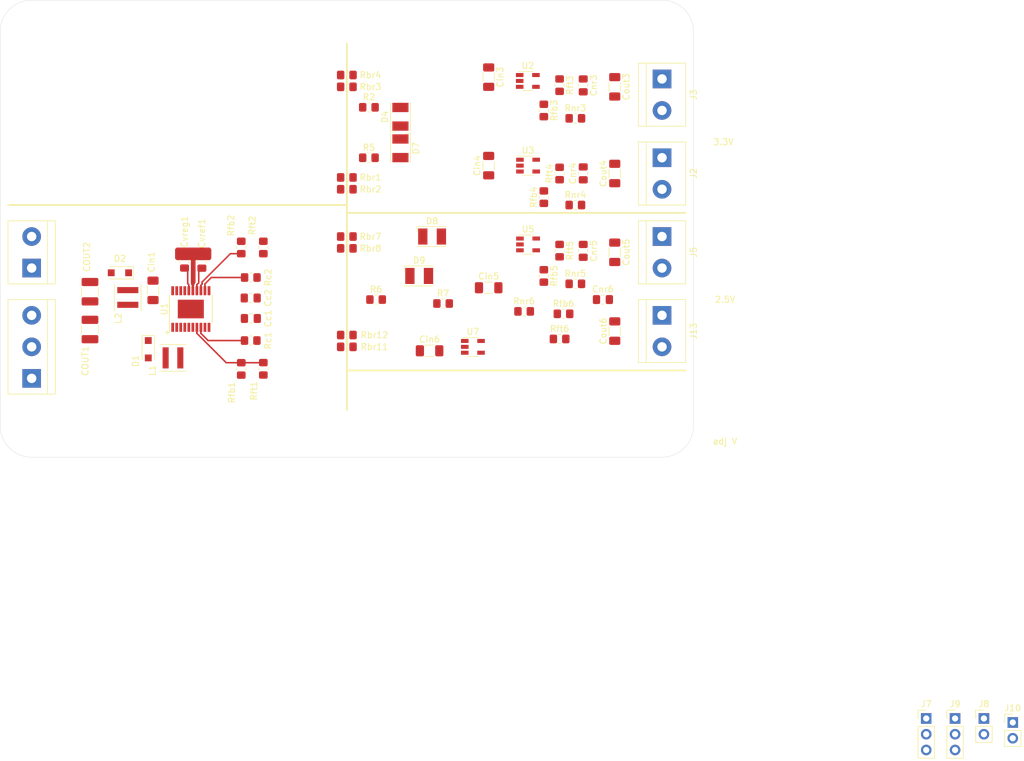
<source format=kicad_pcb>
(kicad_pcb (version 20171130) (host pcbnew "(5.1.10)-1")

  (general
    (thickness 1.6)
    (drawings 20)
    (tracks 24)
    (zones 0)
    (modules 78)
    (nets 37)
  )

  (page A4)
  (layers
    (0 F.Cu signal)
    (31 B.Cu signal)
    (32 B.Adhes user)
    (33 F.Adhes user)
    (34 B.Paste user)
    (35 F.Paste user)
    (36 B.SilkS user)
    (37 F.SilkS user)
    (38 B.Mask user)
    (39 F.Mask user)
    (40 Dwgs.User user)
    (41 Cmts.User user)
    (42 Eco1.User user)
    (43 Eco2.User user)
    (44 Edge.Cuts user)
    (45 Margin user)
    (46 B.CrtYd user)
    (47 F.CrtYd user)
    (48 B.Fab user)
    (49 F.Fab user hide)
  )

  (setup
    (last_trace_width 0.25)
    (user_trace_width 0.35)
    (user_trace_width 0.45)
    (user_trace_width 0.5)
    (user_trace_width 0.75)
    (trace_clearance 0.2)
    (zone_clearance 0.254)
    (zone_45_only no)
    (trace_min 0.2)
    (via_size 0.8)
    (via_drill 0.4)
    (via_min_size 0.4)
    (via_min_drill 0.3)
    (uvia_size 0.3)
    (uvia_drill 0.1)
    (uvias_allowed no)
    (uvia_min_size 0.2)
    (uvia_min_drill 0.1)
    (edge_width 0.05)
    (segment_width 0.2)
    (pcb_text_width 0.3)
    (pcb_text_size 1.5 1.5)
    (mod_edge_width 0.12)
    (mod_text_size 1 1)
    (mod_text_width 0.15)
    (pad_size 1.524 1.524)
    (pad_drill 0.762)
    (pad_to_mask_clearance 0)
    (aux_axis_origin 0 0)
    (visible_elements 7FFFFFFF)
    (pcbplotparams
      (layerselection 0x010fc_ffffffff)
      (usegerberextensions false)
      (usegerberattributes true)
      (usegerberadvancedattributes true)
      (creategerberjobfile true)
      (excludeedgelayer true)
      (linewidth 0.100000)
      (plotframeref false)
      (viasonmask false)
      (mode 1)
      (useauxorigin false)
      (hpglpennumber 1)
      (hpglpenspeed 20)
      (hpglpendiameter 15.000000)
      (psnegative false)
      (psa4output false)
      (plotreference true)
      (plotvalue true)
      (plotinvisibletext false)
      (padsonsilk false)
      (subtractmaskfromsilk false)
      (outputformat 1)
      (mirror false)
      (drillshape 1)
      (scaleselection 1)
      (outputdirectory ""))
  )

  (net 0 "")
  (net 1 "Net-(D1-Pad2)")
  (net 2 "Net-(L1-Pad1)")
  (net 3 "Net-(Rfb1-Pad1)")
  (net 4 "Net-(Rfb2-Pad1)")
  (net 5 GNDA)
  (net 6 +VDC)
  (net 7 "Net-(Cc1-Pad2)")
  (net 8 "Net-(Cc2-Pad2)")
  (net 9 GNDREF)
  (net 10 "Net-(Cvref1-Pad2)")
  (net 11 "Net-(Cvreg1-Pad1)")
  (net 12 "Net-(Rc1-Pad2)")
  (net 13 "Net-(Rc2-Pad2)")
  (net 14 "Net-(D2-Pad1)")
  (net 15 "Net-(Cin3-Pad1)")
  (net 16 "Net-(Cin4-Pad1)")
  (net 17 "Net-(Cnr3-Pad2)")
  (net 18 "Net-(Cnr3-Pad1)")
  (net 19 "Net-(Cnr4-Pad2)")
  (net 20 "Net-(Cnr4-Pad1)")
  (net 21 /Vpoz)
  (net 22 /Vneg)
  (net 23 "Net-(Rfb3-Pad1)")
  (net 24 "Net-(Rfb4-Pad2)")
  (net 25 "Net-(Cin5-Pad1)")
  (net 26 "Net-(Cin6-Pad1)")
  (net 27 "Net-(Cnr5-Pad2)")
  (net 28 "Net-(Cnr5-Pad1)")
  (net 29 "Net-(Cnr6-Pad2)")
  (net 30 "Net-(Cnr6-Pad1)")
  (net 31 "Net-(Rfb5-Pad1)")
  (net 32 "Net-(Rfb6-Pad2)")
  (net 33 "Net-(D4-Pad2)")
  (net 34 "Net-(D7-Pad2)")
  (net 35 "Net-(D8-Pad2)")
  (net 36 "Net-(D9-Pad2)")

  (net_class Default "This is the default net class."
    (clearance 0.2)
    (trace_width 0.25)
    (via_dia 0.8)
    (via_drill 0.4)
    (uvia_dia 0.3)
    (uvia_drill 0.1)
    (add_net +VDC)
    (add_net /Vneg)
    (add_net /Vpoz)
    (add_net GNDA)
    (add_net GNDREF)
    (add_net "Net-(Cc1-Pad2)")
    (add_net "Net-(Cc2-Pad2)")
    (add_net "Net-(Cin3-Pad1)")
    (add_net "Net-(Cin4-Pad1)")
    (add_net "Net-(Cin5-Pad1)")
    (add_net "Net-(Cin6-Pad1)")
    (add_net "Net-(Cnr3-Pad1)")
    (add_net "Net-(Cnr3-Pad2)")
    (add_net "Net-(Cnr4-Pad1)")
    (add_net "Net-(Cnr4-Pad2)")
    (add_net "Net-(Cnr5-Pad1)")
    (add_net "Net-(Cnr5-Pad2)")
    (add_net "Net-(Cnr6-Pad1)")
    (add_net "Net-(Cnr6-Pad2)")
    (add_net "Net-(Cvref1-Pad2)")
    (add_net "Net-(Cvreg1-Pad1)")
    (add_net "Net-(D1-Pad2)")
    (add_net "Net-(D2-Pad1)")
    (add_net "Net-(D4-Pad2)")
    (add_net "Net-(D7-Pad2)")
    (add_net "Net-(D8-Pad2)")
    (add_net "Net-(D9-Pad2)")
    (add_net "Net-(EN1-Pad1)")
    (add_net "Net-(EN2-Pad1)")
    (add_net "Net-(J10-Pad1)")
    (add_net "Net-(J10-Pad2)")
    (add_net "Net-(J7-Pad1)")
    (add_net "Net-(J7-Pad2)")
    (add_net "Net-(J7-Pad3)")
    (add_net "Net-(J8-Pad1)")
    (add_net "Net-(J8-Pad2)")
    (add_net "Net-(J9-Pad1)")
    (add_net "Net-(J9-Pad2)")
    (add_net "Net-(J9-Pad3)")
    (add_net "Net-(L1-Pad1)")
    (add_net "Net-(Rc1-Pad2)")
    (add_net "Net-(Rc2-Pad2)")
    (add_net "Net-(Rfb1-Pad1)")
    (add_net "Net-(Rfb2-Pad1)")
    (add_net "Net-(Rfb3-Pad1)")
    (add_net "Net-(Rfb4-Pad2)")
    (add_net "Net-(Rfb5-Pad1)")
    (add_net "Net-(Rfb6-Pad2)")
    (add_net "Net-(SEQ1-Pad1)")
    (add_net "Net-(SLEW1-Pad1)")
    (add_net "Net-(SS1-Pad1)")
    (add_net "Net-(U2-Pad3)")
    (add_net "Net-(U3-Pad3)")
    (add_net "Net-(U5-Pad3)")
    (add_net "Net-(U7-Pad3)")
  )

  (module Diode_SMD:D_SOD-123F (layer F.Cu) (tedit 587F7769) (tstamp 62A815EA)
    (at 54.864 59.182 180)
    (descr D_SOD-123F)
    (tags D_SOD-123F)
    (path /633F29AB)
    (attr smd)
    (fp_text reference D2 (at 0 2.286) (layer F.SilkS)
      (effects (font (size 1 1) (thickness 0.15)))
    )
    (fp_text value DFLS240 (at 0 2.1) (layer F.Fab)
      (effects (font (size 1 1) (thickness 0.15)))
    )
    (fp_line (start -2.2 -1) (end 1.65 -1) (layer F.SilkS) (width 0.12))
    (fp_line (start -2.2 1) (end 1.65 1) (layer F.SilkS) (width 0.12))
    (fp_line (start -2.2 -1.15) (end -2.2 1.15) (layer F.CrtYd) (width 0.05))
    (fp_line (start 2.2 1.15) (end -2.2 1.15) (layer F.CrtYd) (width 0.05))
    (fp_line (start 2.2 -1.15) (end 2.2 1.15) (layer F.CrtYd) (width 0.05))
    (fp_line (start -2.2 -1.15) (end 2.2 -1.15) (layer F.CrtYd) (width 0.05))
    (fp_line (start -1.4 -0.9) (end 1.4 -0.9) (layer F.Fab) (width 0.1))
    (fp_line (start 1.4 -0.9) (end 1.4 0.9) (layer F.Fab) (width 0.1))
    (fp_line (start 1.4 0.9) (end -1.4 0.9) (layer F.Fab) (width 0.1))
    (fp_line (start -1.4 0.9) (end -1.4 -0.9) (layer F.Fab) (width 0.1))
    (fp_line (start -0.75 0) (end -0.35 0) (layer F.Fab) (width 0.1))
    (fp_line (start -0.35 0) (end -0.35 -0.55) (layer F.Fab) (width 0.1))
    (fp_line (start -0.35 0) (end -0.35 0.55) (layer F.Fab) (width 0.1))
    (fp_line (start -0.35 0) (end 0.25 -0.4) (layer F.Fab) (width 0.1))
    (fp_line (start 0.25 -0.4) (end 0.25 0.4) (layer F.Fab) (width 0.1))
    (fp_line (start 0.25 0.4) (end -0.35 0) (layer F.Fab) (width 0.1))
    (fp_line (start 0.25 0) (end 0.75 0) (layer F.Fab) (width 0.1))
    (fp_line (start -2.2 -1) (end -2.2 1) (layer F.SilkS) (width 0.12))
    (fp_text user %R (at -0.127 -1.905) (layer F.Fab)
      (effects (font (size 1 1) (thickness 0.15)))
    )
    (pad 2 smd rect (at 1.4 0 180) (size 1.1 1.1) (layers F.Cu F.Paste F.Mask)
      (net 22 /Vneg))
    (pad 1 smd rect (at -1.4 0 180) (size 1.1 1.1) (layers F.Cu F.Paste F.Mask)
      (net 14 "Net-(D2-Pad1)"))
    (model ${KISYS3DMOD}/Diode_SMD.3dshapes/D_SOD-123F.wrl
      (at (xyz 0 0 0))
      (scale (xyz 1 1 1))
      (rotate (xyz 0 0 0))
    )
  )

  (module TerminalBlock:TerminalBlock_bornier-3_P5.08mm (layer F.Cu) (tedit 59FF03B9) (tstamp 62A851E1)
    (at 40.64 76.2 90)
    (descr "simple 3-pin terminal block, pitch 5.08mm, revamped version of bornier3")
    (tags "terminal block bornier3")
    (path /634634AB)
    (fp_text reference J1 (at 5.05 -4.65 90) (layer F.SilkS) hide
      (effects (font (size 1 1) (thickness 0.15)))
    )
    (fp_text value Conn_01x03 (at 5.08 5.08 90) (layer F.Fab)
      (effects (font (size 1 1) (thickness 0.15)))
    )
    (fp_line (start -2.47 2.55) (end 12.63 2.55) (layer F.Fab) (width 0.1))
    (fp_line (start -2.47 -3.75) (end 12.63 -3.75) (layer F.Fab) (width 0.1))
    (fp_line (start 12.63 -3.75) (end 12.63 3.75) (layer F.Fab) (width 0.1))
    (fp_line (start 12.63 3.75) (end -2.47 3.75) (layer F.Fab) (width 0.1))
    (fp_line (start -2.47 3.75) (end -2.47 -3.75) (layer F.Fab) (width 0.1))
    (fp_line (start -2.54 3.81) (end -2.54 -3.81) (layer F.SilkS) (width 0.12))
    (fp_line (start 12.7 3.81) (end 12.7 -3.81) (layer F.SilkS) (width 0.12))
    (fp_line (start -2.54 2.54) (end 12.7 2.54) (layer F.SilkS) (width 0.12))
    (fp_line (start -2.54 -3.81) (end 12.7 -3.81) (layer F.SilkS) (width 0.12))
    (fp_line (start -2.54 3.81) (end 12.7 3.81) (layer F.SilkS) (width 0.12))
    (fp_line (start -2.72 -4) (end 12.88 -4) (layer F.CrtYd) (width 0.05))
    (fp_line (start -2.72 -4) (end -2.72 4) (layer F.CrtYd) (width 0.05))
    (fp_line (start 12.88 4) (end 12.88 -4) (layer F.CrtYd) (width 0.05))
    (fp_line (start 12.88 4) (end -2.72 4) (layer F.CrtYd) (width 0.05))
    (fp_text user %R (at 5.08 0 90) (layer F.Fab)
      (effects (font (size 1 1) (thickness 0.15)))
    )
    (pad 3 thru_hole circle (at 10.16 0 90) (size 3 3) (drill 1.52) (layers *.Cu *.Mask)
      (net 22 /Vneg))
    (pad 2 thru_hole circle (at 5.08 0 90) (size 3 3) (drill 1.52) (layers *.Cu *.Mask)
      (net 9 GNDREF))
    (pad 1 thru_hole rect (at 0 0 90) (size 3 3) (drill 1.52) (layers *.Cu *.Mask)
      (net 21 /Vpoz))
    (model ${KISYS3DMOD}/TerminalBlock.3dshapes/TerminalBlock_bornier-3_P5.08mm.wrl
      (offset (xyz 5.079999923706055 0 0))
      (scale (xyz 1 1 1))
      (rotate (xyz 0 0 0))
    )
  )

  (module Resistor_SMD:R_0805_2012Metric_Pad1.20x1.40mm_HandSolder (layer F.Cu) (tedit 5F68FEEE) (tstamp 62A81691)
    (at 75.962 59.944 180)
    (descr "Resistor SMD 0805 (2012 Metric), square (rectangular) end terminal, IPC_7351 nominal with elongated pad for handsoldering. (Body size source: IPC-SM-782 page 72, https://www.pcb-3d.com/wordpress/wp-content/uploads/ipc-sm-782a_amendment_1_and_2.pdf), generated with kicad-footprint-generator")
    (tags "resistor handsolder")
    (path /62A1DACF)
    (attr smd)
    (fp_text reference Rc2 (at -2.794 0 270) (layer F.SilkS)
      (effects (font (size 1 1) (thickness 0.15)))
    )
    (fp_text value 15k (at 0 1.65) (layer F.Fab)
      (effects (font (size 1 1) (thickness 0.15)))
    )
    (fp_line (start 1.85 0.95) (end -1.85 0.95) (layer F.CrtYd) (width 0.05))
    (fp_line (start 1.85 -0.95) (end 1.85 0.95) (layer F.CrtYd) (width 0.05))
    (fp_line (start -1.85 -0.95) (end 1.85 -0.95) (layer F.CrtYd) (width 0.05))
    (fp_line (start -1.85 0.95) (end -1.85 -0.95) (layer F.CrtYd) (width 0.05))
    (fp_line (start -0.227064 0.735) (end 0.227064 0.735) (layer F.SilkS) (width 0.12))
    (fp_line (start -0.227064 -0.735) (end 0.227064 -0.735) (layer F.SilkS) (width 0.12))
    (fp_line (start 1 0.625) (end -1 0.625) (layer F.Fab) (width 0.1))
    (fp_line (start 1 -0.625) (end 1 0.625) (layer F.Fab) (width 0.1))
    (fp_line (start -1 -0.625) (end 1 -0.625) (layer F.Fab) (width 0.1))
    (fp_line (start -1 0.625) (end -1 -0.625) (layer F.Fab) (width 0.1))
    (fp_text user %R (at 0 0) (layer F.Fab)
      (effects (font (size 0.5 0.5) (thickness 0.08)))
    )
    (pad 2 smd roundrect (at 1 0 180) (size 1.2 1.4) (layers F.Cu F.Paste F.Mask) (roundrect_rratio 0.208333)
      (net 13 "Net-(Rc2-Pad2)"))
    (pad 1 smd roundrect (at -1 0 180) (size 1.2 1.4) (layers F.Cu F.Paste F.Mask) (roundrect_rratio 0.208333)
      (net 8 "Net-(Cc2-Pad2)"))
    (model ${KISYS3DMOD}/Resistor_SMD.3dshapes/R_0805_2012Metric.wrl
      (at (xyz 0 0 0))
      (scale (xyz 1 1 1))
      (rotate (xyz 0 0 0))
    )
  )

  (module Resistor_SMD:R_0805_2012Metric_Pad1.20x1.40mm_HandSolder (layer F.Cu) (tedit 5F68FEEE) (tstamp 62A81680)
    (at 75.946 70.104 180)
    (descr "Resistor SMD 0805 (2012 Metric), square (rectangular) end terminal, IPC_7351 nominal with elongated pad for handsoldering. (Body size source: IPC-SM-782 page 72, https://www.pcb-3d.com/wordpress/wp-content/uploads/ipc-sm-782a_amendment_1_and_2.pdf), generated with kicad-footprint-generator")
    (tags "resistor handsolder")
    (path /62A1D71C)
    (attr smd)
    (fp_text reference Rc1 (at -2.794 0 270) (layer F.SilkS)
      (effects (font (size 1 1) (thickness 0.15)))
    )
    (fp_text value 12k (at 0 1.65) (layer F.Fab)
      (effects (font (size 1 1) (thickness 0.15)))
    )
    (fp_line (start 1.85 0.95) (end -1.85 0.95) (layer F.CrtYd) (width 0.05))
    (fp_line (start 1.85 -0.95) (end 1.85 0.95) (layer F.CrtYd) (width 0.05))
    (fp_line (start -1.85 -0.95) (end 1.85 -0.95) (layer F.CrtYd) (width 0.05))
    (fp_line (start -1.85 0.95) (end -1.85 -0.95) (layer F.CrtYd) (width 0.05))
    (fp_line (start -0.227064 0.735) (end 0.227064 0.735) (layer F.SilkS) (width 0.12))
    (fp_line (start -0.227064 -0.735) (end 0.227064 -0.735) (layer F.SilkS) (width 0.12))
    (fp_line (start 1 0.625) (end -1 0.625) (layer F.Fab) (width 0.1))
    (fp_line (start 1 -0.625) (end 1 0.625) (layer F.Fab) (width 0.1))
    (fp_line (start -1 -0.625) (end 1 -0.625) (layer F.Fab) (width 0.1))
    (fp_line (start -1 0.625) (end -1 -0.625) (layer F.Fab) (width 0.1))
    (fp_text user %R (at 0 0) (layer F.Fab)
      (effects (font (size 0.5 0.5) (thickness 0.08)))
    )
    (pad 2 smd roundrect (at 1 0 180) (size 1.2 1.4) (layers F.Cu F.Paste F.Mask) (roundrect_rratio 0.208333)
      (net 12 "Net-(Rc1-Pad2)"))
    (pad 1 smd roundrect (at -1 0 180) (size 1.2 1.4) (layers F.Cu F.Paste F.Mask) (roundrect_rratio 0.208333)
      (net 7 "Net-(Cc1-Pad2)"))
    (model ${KISYS3DMOD}/Resistor_SMD.3dshapes/R_0805_2012Metric.wrl
      (at (xyz 0 0 0))
      (scale (xyz 1 1 1))
      (rotate (xyz 0 0 0))
    )
  )

  (module Inductor_SMD:L_Coilcraft_XxL4030 (layer F.Cu) (tedit 5A44C862) (tstamp 62A8166F)
    (at 56.134 63.161 270)
    (descr "L_Coilcraft_XxL4030 https://www.coilcraft.com/pdfs/xfl4030.pdf")
    (tags "L Coilcraft XxL4030")
    (path /62A1FC96)
    (attr smd)
    (fp_text reference L2 (at 3.387 1.524 90) (layer F.SilkS)
      (effects (font (size 1 1) (thickness 0.15)))
    )
    (fp_text value 15uH (at 0 3 90) (layer F.Fab)
      (effects (font (size 1 1) (thickness 0.15)))
    )
    (fp_line (start -2 -2) (end 2 -2) (layer F.Fab) (width 0.1))
    (fp_line (start 2 -2) (end 2 2) (layer F.Fab) (width 0.1))
    (fp_line (start 2 2) (end -2 2) (layer F.Fab) (width 0.1))
    (fp_line (start -2 2) (end -2 -2) (layer F.Fab) (width 0.1))
    (fp_line (start -2.26 -2.26) (end 2.26 -2.26) (layer F.CrtYd) (width 0.05))
    (fp_line (start 2.26 -2.26) (end 2.26 2.26) (layer F.CrtYd) (width 0.05))
    (fp_line (start 2.26 2.26) (end -2.26 2.26) (layer F.CrtYd) (width 0.05))
    (fp_line (start -2.26 2.26) (end -2.26 -2.26) (layer F.CrtYd) (width 0.05))
    (fp_line (start -2.154 -2.154) (end 2.154 -2.154) (layer F.SilkS) (width 0.12))
    (fp_line (start 2.154 2.154) (end -2.154 2.154) (layer F.SilkS) (width 0.12))
    (fp_text user %R (at 0 0 90) (layer F.Fab)
      (effects (font (size 1 1) (thickness 0.15)))
    )
    (pad 2 smd rect (at 1.185 0 270) (size 0.98 3.4) (layers F.Cu F.Paste F.Mask)
      (net 9 GNDREF))
    (pad 1 smd rect (at -1.185 0 270) (size 0.98 3.4) (layers F.Cu F.Paste F.Mask)
      (net 14 "Net-(D2-Pad1)"))
    (model ${KISYS3DMOD}/Inductor_SMD.3dshapes/L_Coilcraft_XxL4030.wrl
      (at (xyz 0 0 0))
      (scale (xyz 1 1 1))
      (rotate (xyz 0 0 0))
    )
  )

  (module Capacitor_SMD:C_0805_2012Metric_Pad1.18x1.45mm_HandSolder (layer F.Cu) (tedit 5F68FEEF) (tstamp 62A815A1)
    (at 65.278 57.3825 90)
    (descr "Capacitor SMD 0805 (2012 Metric), square (rectangular) end terminal, IPC_7351 nominal with elongated pad for handsoldering. (Body size source: IPC-SM-782 page 76, https://www.pcb-3d.com/wordpress/wp-content/uploads/ipc-sm-782a_amendment_1_and_2.pdf, https://docs.google.com/spreadsheets/d/1BsfQQcO9C6DZCsRaXUlFlo91Tg2WpOkGARC1WS5S8t0/edit?usp=sharing), generated with kicad-footprint-generator")
    (tags "capacitor handsolder")
    (path /62A1CAA4)
    (attr smd)
    (fp_text reference Cvreg1 (at 4.8045 0 90) (layer F.SilkS)
      (effects (font (size 1 1) (thickness 0.15)))
    )
    (fp_text value 1uF (at 0 1.68 90) (layer F.Fab)
      (effects (font (size 1 1) (thickness 0.15)))
    )
    (fp_line (start 1.88 0.98) (end -1.88 0.98) (layer F.CrtYd) (width 0.05))
    (fp_line (start 1.88 -0.98) (end 1.88 0.98) (layer F.CrtYd) (width 0.05))
    (fp_line (start -1.88 -0.98) (end 1.88 -0.98) (layer F.CrtYd) (width 0.05))
    (fp_line (start -1.88 0.98) (end -1.88 -0.98) (layer F.CrtYd) (width 0.05))
    (fp_line (start -0.261252 0.735) (end 0.261252 0.735) (layer F.SilkS) (width 0.12))
    (fp_line (start -0.261252 -0.735) (end 0.261252 -0.735) (layer F.SilkS) (width 0.12))
    (fp_line (start 1 0.625) (end -1 0.625) (layer F.Fab) (width 0.1))
    (fp_line (start 1 -0.625) (end 1 0.625) (layer F.Fab) (width 0.1))
    (fp_line (start -1 -0.625) (end 1 -0.625) (layer F.Fab) (width 0.1))
    (fp_line (start -1 0.625) (end -1 -0.625) (layer F.Fab) (width 0.1))
    (fp_text user %R (at 0 0 90) (layer F.Fab)
      (effects (font (size 0.5 0.5) (thickness 0.08)))
    )
    (pad 2 smd roundrect (at 1.0375 0 90) (size 1.175 1.45) (layers F.Cu F.Paste F.Mask) (roundrect_rratio 0.212766)
      (net 5 GNDA))
    (pad 1 smd roundrect (at -1.0375 0 90) (size 1.175 1.45) (layers F.Cu F.Paste F.Mask) (roundrect_rratio 0.212766)
      (net 11 "Net-(Cvreg1-Pad1)"))
    (model ${KISYS3DMOD}/Capacitor_SMD.3dshapes/C_0805_2012Metric.wrl
      (at (xyz 0 0 0))
      (scale (xyz 1 1 1))
      (rotate (xyz 0 0 0))
    )
  )

  (module Capacitor_SMD:C_0805_2012Metric_Pad1.18x1.45mm_HandSolder (layer F.Cu) (tedit 5F68FEEF) (tstamp 62A81590)
    (at 68.072 57.404 270)
    (descr "Capacitor SMD 0805 (2012 Metric), square (rectangular) end terminal, IPC_7351 nominal with elongated pad for handsoldering. (Body size source: IPC-SM-782 page 76, https://www.pcb-3d.com/wordpress/wp-content/uploads/ipc-sm-782a_amendment_1_and_2.pdf, https://docs.google.com/spreadsheets/d/1BsfQQcO9C6DZCsRaXUlFlo91Tg2WpOkGARC1WS5S8t0/edit?usp=sharing), generated with kicad-footprint-generator")
    (tags "capacitor handsolder")
    (path /633F8477)
    (attr smd)
    (fp_text reference Cvref1 (at -4.572 0 90) (layer F.SilkS)
      (effects (font (size 1 1) (thickness 0.15)))
    )
    (fp_text value 1uF (at 0 1.68 90) (layer F.Fab)
      (effects (font (size 1 1) (thickness 0.15)))
    )
    (fp_line (start 1.88 0.98) (end -1.88 0.98) (layer F.CrtYd) (width 0.05))
    (fp_line (start 1.88 -0.98) (end 1.88 0.98) (layer F.CrtYd) (width 0.05))
    (fp_line (start -1.88 -0.98) (end 1.88 -0.98) (layer F.CrtYd) (width 0.05))
    (fp_line (start -1.88 0.98) (end -1.88 -0.98) (layer F.CrtYd) (width 0.05))
    (fp_line (start -0.261252 0.735) (end 0.261252 0.735) (layer F.SilkS) (width 0.12))
    (fp_line (start -0.261252 -0.735) (end 0.261252 -0.735) (layer F.SilkS) (width 0.12))
    (fp_line (start 1 0.625) (end -1 0.625) (layer F.Fab) (width 0.1))
    (fp_line (start 1 -0.625) (end 1 0.625) (layer F.Fab) (width 0.1))
    (fp_line (start -1 -0.625) (end 1 -0.625) (layer F.Fab) (width 0.1))
    (fp_line (start -1 0.625) (end -1 -0.625) (layer F.Fab) (width 0.1))
    (fp_text user %R (at 0 0 90) (layer F.Fab)
      (effects (font (size 0.5 0.5) (thickness 0.08)))
    )
    (pad 2 smd roundrect (at 1.0375 0 270) (size 1.175 1.45) (layers F.Cu F.Paste F.Mask) (roundrect_rratio 0.212766)
      (net 10 "Net-(Cvref1-Pad2)"))
    (pad 1 smd roundrect (at -1.0375 0 270) (size 1.175 1.45) (layers F.Cu F.Paste F.Mask) (roundrect_rratio 0.212766)
      (net 5 GNDA))
    (model ${KISYS3DMOD}/Capacitor_SMD.3dshapes/C_0805_2012Metric.wrl
      (at (xyz 0 0 0))
      (scale (xyz 1 1 1))
      (rotate (xyz 0 0 0))
    )
  )

  (module Capacitor_SMD:C_1210_3225Metric_Pad1.33x2.70mm_HandSolder (layer F.Cu) (tedit 5F68FEEF) (tstamp 62A8157F)
    (at 50.038 62.23 270)
    (descr "Capacitor SMD 1210 (3225 Metric), square (rectangular) end terminal, IPC_7351 nominal with elongated pad for handsoldering. (Body size source: IPC-SM-782 page 76, https://www.pcb-3d.com/wordpress/wp-content/uploads/ipc-sm-782a_amendment_1_and_2.pdf), generated with kicad-footprint-generator")
    (tags "capacitor handsolder")
    (path /633EAD93)
    (attr smd)
    (fp_text reference COUT2 (at -5.588 0.508 90) (layer F.SilkS)
      (effects (font (size 1 1) (thickness 0.15)))
    )
    (fp_text value 10uF (at 0 2.3 90) (layer F.Fab)
      (effects (font (size 1 1) (thickness 0.15)))
    )
    (fp_line (start 2.48 1.6) (end -2.48 1.6) (layer F.CrtYd) (width 0.05))
    (fp_line (start 2.48 -1.6) (end 2.48 1.6) (layer F.CrtYd) (width 0.05))
    (fp_line (start -2.48 -1.6) (end 2.48 -1.6) (layer F.CrtYd) (width 0.05))
    (fp_line (start -2.48 1.6) (end -2.48 -1.6) (layer F.CrtYd) (width 0.05))
    (fp_line (start -0.711252 1.36) (end 0.711252 1.36) (layer F.SilkS) (width 0.12))
    (fp_line (start -0.711252 -1.36) (end 0.711252 -1.36) (layer F.SilkS) (width 0.12))
    (fp_line (start 1.6 1.25) (end -1.6 1.25) (layer F.Fab) (width 0.1))
    (fp_line (start 1.6 -1.25) (end 1.6 1.25) (layer F.Fab) (width 0.1))
    (fp_line (start -1.6 -1.25) (end 1.6 -1.25) (layer F.Fab) (width 0.1))
    (fp_line (start -1.6 1.25) (end -1.6 -1.25) (layer F.Fab) (width 0.1))
    (fp_text user %R (at 0 0 90) (layer F.Fab)
      (effects (font (size 0.8 0.8) (thickness 0.12)))
    )
    (pad 2 smd roundrect (at 1.5625 0 270) (size 1.325 2.7) (layers F.Cu F.Paste F.Mask) (roundrect_rratio 0.188679)
      (net 9 GNDREF))
    (pad 1 smd roundrect (at -1.5625 0 270) (size 1.325 2.7) (layers F.Cu F.Paste F.Mask) (roundrect_rratio 0.188679)
      (net 22 /Vneg))
    (model ${KISYS3DMOD}/Capacitor_SMD.3dshapes/C_1210_3225Metric.wrl
      (at (xyz 0 0 0))
      (scale (xyz 1 1 1))
      (rotate (xyz 0 0 0))
    )
  )

  (module Capacitor_SMD:C_1210_3225Metric_Pad1.33x2.70mm_HandSolder (layer F.Cu) (tedit 5F68FEEF) (tstamp 62A8156E)
    (at 50.038 68.326 270)
    (descr "Capacitor SMD 1210 (3225 Metric), square (rectangular) end terminal, IPC_7351 nominal with elongated pad for handsoldering. (Body size source: IPC-SM-782 page 76, https://www.pcb-3d.com/wordpress/wp-content/uploads/ipc-sm-782a_amendment_1_and_2.pdf), generated with kicad-footprint-generator")
    (tags "capacitor handsolder")
    (path /629D30DC)
    (attr smd)
    (fp_text reference COUT1 (at 5.08 0.762 90) (layer F.SilkS)
      (effects (font (size 1 1) (thickness 0.15)))
    )
    (fp_text value 10uF (at 0 2.3 90) (layer F.Fab)
      (effects (font (size 1 1) (thickness 0.15)))
    )
    (fp_line (start 2.48 1.6) (end -2.48 1.6) (layer F.CrtYd) (width 0.05))
    (fp_line (start 2.48 -1.6) (end 2.48 1.6) (layer F.CrtYd) (width 0.05))
    (fp_line (start -2.48 -1.6) (end 2.48 -1.6) (layer F.CrtYd) (width 0.05))
    (fp_line (start -2.48 1.6) (end -2.48 -1.6) (layer F.CrtYd) (width 0.05))
    (fp_line (start -0.711252 1.36) (end 0.711252 1.36) (layer F.SilkS) (width 0.12))
    (fp_line (start -0.711252 -1.36) (end 0.711252 -1.36) (layer F.SilkS) (width 0.12))
    (fp_line (start 1.6 1.25) (end -1.6 1.25) (layer F.Fab) (width 0.1))
    (fp_line (start 1.6 -1.25) (end 1.6 1.25) (layer F.Fab) (width 0.1))
    (fp_line (start -1.6 -1.25) (end 1.6 -1.25) (layer F.Fab) (width 0.1))
    (fp_line (start -1.6 1.25) (end -1.6 -1.25) (layer F.Fab) (width 0.1))
    (fp_text user %R (at 0 0 90) (layer F.Fab)
      (effects (font (size 0.8 0.8) (thickness 0.12)))
    )
    (pad 2 smd roundrect (at 1.5625 0 270) (size 1.325 2.7) (layers F.Cu F.Paste F.Mask) (roundrect_rratio 0.188679)
      (net 21 /Vpoz))
    (pad 1 smd roundrect (at -1.5625 0 270) (size 1.325 2.7) (layers F.Cu F.Paste F.Mask) (roundrect_rratio 0.188679)
      (net 9 GNDREF))
    (model ${KISYS3DMOD}/Capacitor_SMD.3dshapes/C_1210_3225Metric.wrl
      (at (xyz 0 0 0))
      (scale (xyz 1 1 1))
      (rotate (xyz 0 0 0))
    )
  )

  (module Capacitor_SMD:C_1206_3216Metric_Pad1.33x1.80mm_HandSolder (layer F.Cu) (tedit 5F68FEEF) (tstamp 62A8155D)
    (at 60.198 62.0145 270)
    (descr "Capacitor SMD 1206 (3216 Metric), square (rectangular) end terminal, IPC_7351 nominal with elongated pad for handsoldering. (Body size source: IPC-SM-782 page 76, https://www.pcb-3d.com/wordpress/wp-content/uploads/ipc-sm-782a_amendment_1_and_2.pdf), generated with kicad-footprint-generator")
    (tags "capacitor handsolder")
    (path /62A1CE3A)
    (attr smd)
    (fp_text reference Cin1 (at -4.572 0.254 90) (layer F.SilkS)
      (effects (font (size 1 1) (thickness 0.15)))
    )
    (fp_text value 10uF (at 0 1.85 90) (layer F.Fab)
      (effects (font (size 1 1) (thickness 0.15)))
    )
    (fp_line (start 2.48 1.15) (end -2.48 1.15) (layer F.CrtYd) (width 0.05))
    (fp_line (start 2.48 -1.15) (end 2.48 1.15) (layer F.CrtYd) (width 0.05))
    (fp_line (start -2.48 -1.15) (end 2.48 -1.15) (layer F.CrtYd) (width 0.05))
    (fp_line (start -2.48 1.15) (end -2.48 -1.15) (layer F.CrtYd) (width 0.05))
    (fp_line (start -0.711252 0.91) (end 0.711252 0.91) (layer F.SilkS) (width 0.12))
    (fp_line (start -0.711252 -0.91) (end 0.711252 -0.91) (layer F.SilkS) (width 0.12))
    (fp_line (start 1.6 0.8) (end -1.6 0.8) (layer F.Fab) (width 0.1))
    (fp_line (start 1.6 -0.8) (end 1.6 0.8) (layer F.Fab) (width 0.1))
    (fp_line (start -1.6 -0.8) (end 1.6 -0.8) (layer F.Fab) (width 0.1))
    (fp_line (start -1.6 0.8) (end -1.6 -0.8) (layer F.Fab) (width 0.1))
    (fp_text user %R (at 0 0 90) (layer F.Fab)
      (effects (font (size 0.8 0.8) (thickness 0.12)))
    )
    (pad 2 smd roundrect (at 1.5625 0 270) (size 1.325 1.8) (layers F.Cu F.Paste F.Mask) (roundrect_rratio 0.188679)
      (net 9 GNDREF))
    (pad 1 smd roundrect (at -1.5625 0 270) (size 1.325 1.8) (layers F.Cu F.Paste F.Mask) (roundrect_rratio 0.188679)
      (net 6 +VDC))
    (model ${KISYS3DMOD}/Capacitor_SMD.3dshapes/C_1206_3216Metric.wrl
      (at (xyz 0 0 0))
      (scale (xyz 1 1 1))
      (rotate (xyz 0 0 0))
    )
  )

  (module Diode_SMD:D_SOD-123F (layer F.Cu) (tedit 587F7769) (tstamp 62A80735)
    (at 59.436 71.504 270)
    (descr D_SOD-123F)
    (tags D_SOD-123F)
    (path /62A2A5F1)
    (attr smd)
    (fp_text reference D1 (at 1.902 2.032 90) (layer F.SilkS)
      (effects (font (size 1 1) (thickness 0.15)))
    )
    (fp_text value DFLS240 (at 0 2.1 90) (layer F.Fab)
      (effects (font (size 1 1) (thickness 0.15)))
    )
    (fp_line (start -2.2 -1) (end -2.2 1) (layer F.SilkS) (width 0.12))
    (fp_line (start 0.25 0) (end 0.75 0) (layer F.Fab) (width 0.1))
    (fp_line (start 0.25 0.4) (end -0.35 0) (layer F.Fab) (width 0.1))
    (fp_line (start 0.25 -0.4) (end 0.25 0.4) (layer F.Fab) (width 0.1))
    (fp_line (start -0.35 0) (end 0.25 -0.4) (layer F.Fab) (width 0.1))
    (fp_line (start -0.35 0) (end -0.35 0.55) (layer F.Fab) (width 0.1))
    (fp_line (start -0.35 0) (end -0.35 -0.55) (layer F.Fab) (width 0.1))
    (fp_line (start -0.75 0) (end -0.35 0) (layer F.Fab) (width 0.1))
    (fp_line (start -1.4 0.9) (end -1.4 -0.9) (layer F.Fab) (width 0.1))
    (fp_line (start 1.4 0.9) (end -1.4 0.9) (layer F.Fab) (width 0.1))
    (fp_line (start 1.4 -0.9) (end 1.4 0.9) (layer F.Fab) (width 0.1))
    (fp_line (start -1.4 -0.9) (end 1.4 -0.9) (layer F.Fab) (width 0.1))
    (fp_line (start -2.2 -1.15) (end 2.2 -1.15) (layer F.CrtYd) (width 0.05))
    (fp_line (start 2.2 -1.15) (end 2.2 1.15) (layer F.CrtYd) (width 0.05))
    (fp_line (start 2.2 1.15) (end -2.2 1.15) (layer F.CrtYd) (width 0.05))
    (fp_line (start -2.2 -1.15) (end -2.2 1.15) (layer F.CrtYd) (width 0.05))
    (fp_line (start -2.2 1) (end 1.65 1) (layer F.SilkS) (width 0.12))
    (fp_line (start -2.2 -1) (end 1.65 -1) (layer F.SilkS) (width 0.12))
    (fp_text user %R (at -0.127 -1.905 90) (layer F.Fab)
      (effects (font (size 1 1) (thickness 0.15)))
    )
    (pad 2 smd rect (at 1.4 0 270) (size 1.1 1.1) (layers F.Cu F.Paste F.Mask)
      (net 1 "Net-(D1-Pad2)"))
    (pad 1 smd rect (at -1.4 0 270) (size 1.1 1.1) (layers F.Cu F.Paste F.Mask)
      (net 21 /Vpoz))
    (model ${KISYS3DMOD}/Diode_SMD.3dshapes/D_SOD-123F.wrl
      (at (xyz 0 0 0))
      (scale (xyz 1 1 1))
      (rotate (xyz 0 0 0))
    )
  )

  (module Resistor_SMD:R_0805_2012Metric_Pad1.20x1.40mm_HandSolder (layer F.Cu) (tedit 5F68FEEE) (tstamp 62A807BA)
    (at 77.978 55.102 270)
    (descr "Resistor SMD 0805 (2012 Metric), square (rectangular) end terminal, IPC_7351 nominal with elongated pad for handsoldering. (Body size source: IPC-SM-782 page 72, https://www.pcb-3d.com/wordpress/wp-content/uploads/ipc-sm-782a_amendment_1_and_2.pdf), generated with kicad-footprint-generator")
    (tags "resistor handsolder")
    (path /633D199E)
    (attr smd)
    (fp_text reference Rft2 (at -3.54 1.778 90) (layer F.SilkS)
      (effects (font (size 1 1) (thickness 0.15)))
    )
    (fp_text value 2.15M (at 0 1.65 90) (layer F.Fab)
      (effects (font (size 1 1) (thickness 0.15)))
    )
    (fp_line (start -1 0.625) (end -1 -0.625) (layer F.Fab) (width 0.1))
    (fp_line (start -1 -0.625) (end 1 -0.625) (layer F.Fab) (width 0.1))
    (fp_line (start 1 -0.625) (end 1 0.625) (layer F.Fab) (width 0.1))
    (fp_line (start 1 0.625) (end -1 0.625) (layer F.Fab) (width 0.1))
    (fp_line (start -0.227064 -0.735) (end 0.227064 -0.735) (layer F.SilkS) (width 0.12))
    (fp_line (start -0.227064 0.735) (end 0.227064 0.735) (layer F.SilkS) (width 0.12))
    (fp_line (start -1.85 0.95) (end -1.85 -0.95) (layer F.CrtYd) (width 0.05))
    (fp_line (start -1.85 -0.95) (end 1.85 -0.95) (layer F.CrtYd) (width 0.05))
    (fp_line (start 1.85 -0.95) (end 1.85 0.95) (layer F.CrtYd) (width 0.05))
    (fp_line (start 1.85 0.95) (end -1.85 0.95) (layer F.CrtYd) (width 0.05))
    (fp_text user %R (at 0 0 90) (layer F.Fab)
      (effects (font (size 0.5 0.5) (thickness 0.08)))
    )
    (pad 2 smd roundrect (at 1 0 270) (size 1.2 1.4) (layers F.Cu F.Paste F.Mask) (roundrect_rratio 0.208333)
      (net 4 "Net-(Rfb2-Pad1)"))
    (pad 1 smd roundrect (at -1 0 270) (size 1.2 1.4) (layers F.Cu F.Paste F.Mask) (roundrect_rratio 0.208333)
      (net 22 /Vneg))
    (model ${KISYS3DMOD}/Resistor_SMD.3dshapes/R_0805_2012Metric.wrl
      (at (xyz 0 0 0))
      (scale (xyz 1 1 1))
      (rotate (xyz 0 0 0))
    )
  )

  (module Inductor_SMD:L_Coilcraft_XxL4040 (layer F.Cu) (tedit 5A44C862) (tstamp 62A80776)
    (at 63.415 72.898 180)
    (descr "L_Coilcraft_XxL4040 https://www.coilcraft.com/pdfs/xal4000.pdf")
    (tags "L Coilcraft XxL4040")
    (path /62A1F304)
    (attr smd)
    (fp_text reference L1 (at 3.302 -2.032 270) (layer F.SilkS)
      (effects (font (size 1 1) (thickness 0.15)))
    )
    (fp_text value 6.8uH (at 0 3) (layer F.Fab)
      (effects (font (size 1 1) (thickness 0.15)))
    )
    (fp_line (start 2.154 2.154) (end -2.154 2.154) (layer F.SilkS) (width 0.12))
    (fp_line (start -2.154 -2.154) (end 2.154 -2.154) (layer F.SilkS) (width 0.12))
    (fp_line (start -2.26 2.26) (end -2.26 -2.26) (layer F.CrtYd) (width 0.05))
    (fp_line (start 2.26 2.26) (end -2.26 2.26) (layer F.CrtYd) (width 0.05))
    (fp_line (start 2.26 -2.26) (end 2.26 2.26) (layer F.CrtYd) (width 0.05))
    (fp_line (start -2.26 -2.26) (end 2.26 -2.26) (layer F.CrtYd) (width 0.05))
    (fp_line (start -2 2) (end -2 -2) (layer F.Fab) (width 0.1))
    (fp_line (start 2 2) (end -2 2) (layer F.Fab) (width 0.1))
    (fp_line (start 2 -2) (end 2 2) (layer F.Fab) (width 0.1))
    (fp_line (start -2 -2) (end 2 -2) (layer F.Fab) (width 0.1))
    (fp_text user %R (at 0 0) (layer F.Fab)
      (effects (font (size 1 1) (thickness 0.15)))
    )
    (pad 2 smd rect (at 1.185 0 180) (size 0.98 3.4) (layers F.Cu F.Paste F.Mask)
      (net 1 "Net-(D1-Pad2)"))
    (pad 1 smd rect (at -1.185 0 180) (size 0.98 3.4) (layers F.Cu F.Paste F.Mask)
      (net 2 "Net-(L1-Pad1)"))
    (model ${KISYS3DMOD}/Inductor_SMD.3dshapes/L_Coilcraft_XxL4040.wrl
      (at (xyz 0 0 0))
      (scale (xyz 1 1 1))
      (rotate (xyz 0 0 0))
    )
  )

  (module Capacitor_SMD:C_0805_2012Metric_Pad1.18x1.45mm_HandSolder (layer F.Cu) (tedit 5F68FEEF) (tstamp 62A8154C)
    (at 75.946 63.246)
    (descr "Capacitor SMD 0805 (2012 Metric), square (rectangular) end terminal, IPC_7351 nominal with elongated pad for handsoldering. (Body size source: IPC-SM-782 page 76, https://www.pcb-3d.com/wordpress/wp-content/uploads/ipc-sm-782a_amendment_1_and_2.pdf, https://docs.google.com/spreadsheets/d/1BsfQQcO9C6DZCsRaXUlFlo91Tg2WpOkGARC1WS5S8t0/edit?usp=sharing), generated with kicad-footprint-generator")
    (tags "capacitor handsolder")
    (path /62A1E279)
    (attr smd)
    (fp_text reference Cc2 (at 2.794 0 270) (layer F.SilkS)
      (effects (font (size 1 1) (thickness 0.15)))
    )
    (fp_text value 68nF (at 0 1.68) (layer F.Fab)
      (effects (font (size 1 1) (thickness 0.15)))
    )
    (fp_line (start 1.88 0.98) (end -1.88 0.98) (layer F.CrtYd) (width 0.05))
    (fp_line (start 1.88 -0.98) (end 1.88 0.98) (layer F.CrtYd) (width 0.05))
    (fp_line (start -1.88 -0.98) (end 1.88 -0.98) (layer F.CrtYd) (width 0.05))
    (fp_line (start -1.88 0.98) (end -1.88 -0.98) (layer F.CrtYd) (width 0.05))
    (fp_line (start -0.261252 0.735) (end 0.261252 0.735) (layer F.SilkS) (width 0.12))
    (fp_line (start -0.261252 -0.735) (end 0.261252 -0.735) (layer F.SilkS) (width 0.12))
    (fp_line (start 1 0.625) (end -1 0.625) (layer F.Fab) (width 0.1))
    (fp_line (start 1 -0.625) (end 1 0.625) (layer F.Fab) (width 0.1))
    (fp_line (start -1 -0.625) (end 1 -0.625) (layer F.Fab) (width 0.1))
    (fp_line (start -1 0.625) (end -1 -0.625) (layer F.Fab) (width 0.1))
    (fp_text user %R (at 0 0) (layer F.Fab)
      (effects (font (size 0.5 0.5) (thickness 0.08)))
    )
    (pad 2 smd roundrect (at 1.0375 0) (size 1.175 1.45) (layers F.Cu F.Paste F.Mask) (roundrect_rratio 0.212766)
      (net 8 "Net-(Cc2-Pad2)"))
    (pad 1 smd roundrect (at -1.0375 0) (size 1.175 1.45) (layers F.Cu F.Paste F.Mask) (roundrect_rratio 0.212766)
      (net 5 GNDA))
    (model ${KISYS3DMOD}/Capacitor_SMD.3dshapes/C_0805_2012Metric.wrl
      (at (xyz 0 0 0))
      (scale (xyz 1 1 1))
      (rotate (xyz 0 0 0))
    )
  )

  (module Package_SO:ETSSOP-20-1EP_4.4x6.5mm_P0.65mm_EP3x4.2mm (layer F.Cu) (tedit 5A670F76) (tstamp 62A807E5)
    (at 66.294 65.024 90)
    (descr "20-Lead Plastic Thin Shrink Small Outline (ST)-4.4 mm Body with Exposed Pad [eTSSOP] (see Microchip Packaging Specification 00000049BS.pdf)")
    (tags "SSOP 0.65")
    (path /62A12470)
    (attr smd)
    (fp_text reference U1 (at 0 -4.3 90) (layer F.SilkS)
      (effects (font (size 1 1) (thickness 0.15)))
    )
    (fp_text value ADP5070AREZ (at 0 4.4 90) (layer F.Fab)
      (effects (font (size 1 1) (thickness 0.15)))
    )
    (fp_line (start -1.2 -3.25) (end 2.2 -3.25) (layer F.Fab) (width 0.15))
    (fp_line (start 2.2 -3.25) (end 2.2 3.25) (layer F.Fab) (width 0.15))
    (fp_line (start 2.2 3.25) (end -2.2 3.25) (layer F.Fab) (width 0.15))
    (fp_line (start -2.2 3.25) (end -2.2 -2.25) (layer F.Fab) (width 0.15))
    (fp_line (start -2.2 -2.25) (end -1.2 -3.25) (layer F.Fab) (width 0.15))
    (fp_line (start -3.95 -3.55) (end -3.95 3.55) (layer F.CrtYd) (width 0.05))
    (fp_line (start 3.95 -3.55) (end 3.95 3.55) (layer F.CrtYd) (width 0.05))
    (fp_line (start -3.95 -3.55) (end 3.95 -3.55) (layer F.CrtYd) (width 0.05))
    (fp_line (start -3.95 3.55) (end 3.95 3.55) (layer F.CrtYd) (width 0.05))
    (fp_line (start -2.225 3.45) (end 2.225 3.45) (layer F.SilkS) (width 0.15))
    (fp_line (start -3.75 -3.45) (end 2.225 -3.45) (layer F.SilkS) (width 0.15))
    (fp_text user %R (at 0 0 90) (layer F.Fab)
      (effects (font (size 0.8 0.8) (thickness 0.15)))
    )
    (pad "" smd rect (at 0.75 1.4 90) (size 1.2 1.14) (layers F.Paste))
    (pad "" smd rect (at -0.75 1.4 90) (size 1.2 1.14) (layers F.Paste))
    (pad "" smd rect (at 0.75 0 90) (size 1.2 1.14) (layers F.Paste))
    (pad "" smd rect (at -0.75 0 90) (size 1.2 1.14) (layers F.Paste))
    (pad "" smd rect (at -0.75 -1.4 90) (size 1.2 1.14) (layers F.Paste))
    (pad "" smd rect (at 0.75 -1.4 90) (size 1.2 1.14) (layers F.Paste))
    (pad 21 smd rect (at 0 0 90) (size 3 4.2) (layers F.Cu F.Paste F.Mask)
      (net 5 GNDA))
    (pad 20 smd rect (at 2.95 -2.925 90) (size 1.45 0.45) (layers F.Cu F.Paste F.Mask)
      (net 14 "Net-(D2-Pad1)"))
    (pad 19 smd rect (at 2.95 -2.275 90) (size 1.45 0.45) (layers F.Cu F.Paste F.Mask)
      (net 6 +VDC))
    (pad 18 smd rect (at 2.95 -1.625 90) (size 1.45 0.45) (layers F.Cu F.Paste F.Mask)
      (net 6 +VDC))
    (pad 17 smd rect (at 2.95 -0.975 90) (size 1.45 0.45) (layers F.Cu F.Paste F.Mask)
      (net 6 +VDC))
    (pad 16 smd rect (at 2.95 -0.325 90) (size 1.45 0.45) (layers F.Cu F.Paste F.Mask)
      (net 11 "Net-(Cvreg1-Pad1)"))
    (pad 15 smd rect (at 2.95 0.325 90) (size 1.45 0.45) (layers F.Cu F.Paste F.Mask)
      (net 5 GNDA))
    (pad 14 smd rect (at 2.95 0.975 90) (size 1.45 0.45) (layers F.Cu F.Paste F.Mask)
      (net 10 "Net-(Cvref1-Pad2)"))
    (pad 13 smd rect (at 2.95 1.625 90) (size 1.45 0.45) (layers F.Cu F.Paste F.Mask)
      (net 4 "Net-(Rfb2-Pad1)"))
    (pad 12 smd rect (at 2.95 2.275 90) (size 1.45 0.45) (layers F.Cu F.Paste F.Mask)
      (net 13 "Net-(Rc2-Pad2)"))
    (pad 11 smd rect (at 2.95 2.925 90) (size 1.45 0.45) (layers F.Cu F.Paste F.Mask))
    (pad 10 smd rect (at -2.95 2.925 90) (size 1.45 0.45) (layers F.Cu F.Paste F.Mask))
    (pad 9 smd rect (at -2.95 2.275 90) (size 1.45 0.45) (layers F.Cu F.Paste F.Mask))
    (pad 8 smd rect (at -2.95 1.625 90) (size 1.45 0.45) (layers F.Cu F.Paste F.Mask)
      (net 12 "Net-(Rc1-Pad2)"))
    (pad 7 smd rect (at -2.95 0.975 90) (size 1.45 0.45) (layers F.Cu F.Paste F.Mask)
      (net 3 "Net-(Rfb1-Pad1)"))
    (pad 6 smd rect (at -2.95 0.325 90) (size 1.45 0.45) (layers F.Cu F.Paste F.Mask))
    (pad 5 smd rect (at -2.95 -0.325 90) (size 1.45 0.45) (layers F.Cu F.Paste F.Mask))
    (pad 4 smd rect (at -2.95 -0.975 90) (size 1.45 0.45) (layers F.Cu F.Paste F.Mask)
      (net 5 GNDA))
    (pad 3 smd rect (at -2.95 -1.625 90) (size 1.45 0.45) (layers F.Cu F.Paste F.Mask)
      (net 2 "Net-(L1-Pad1)"))
    (pad 2 smd rect (at -2.95 -2.275 90) (size 1.45 0.45) (layers F.Cu F.Paste F.Mask)
      (net 1 "Net-(D1-Pad2)"))
    (pad 1 smd rect (at -2.95 -2.925 90) (size 1.45 0.45) (layers F.Cu F.Paste F.Mask)
      (net 9 GNDREF))
    (model ${KISYS3DMOD}/Package_SO.3dshapes/ETSSOP-20-1EP_4.4x6.5mm_P0.65mm_EP3x4.2mm.wrl
      (at (xyz 0 0 0))
      (scale (xyz 1 1 1))
      (rotate (xyz 0 0 0))
    )
  )

  (module Resistor_SMD:R_0805_2012Metric_Pad1.20x1.40mm_HandSolder (layer F.Cu) (tedit 5F68FEEE) (tstamp 62A80798)
    (at 74.422 55.102 90)
    (descr "Resistor SMD 0805 (2012 Metric), square (rectangular) end terminal, IPC_7351 nominal with elongated pad for handsoldering. (Body size source: IPC-SM-782 page 72, https://www.pcb-3d.com/wordpress/wp-content/uploads/ipc-sm-782a_amendment_1_and_2.pdf), generated with kicad-footprint-generator")
    (tags "resistor handsolder")
    (path /633D19A4)
    (attr smd)
    (fp_text reference Rfb2 (at 3.54 -1.65 90) (layer F.SilkS)
      (effects (font (size 1 1) (thickness 0.15)))
    )
    (fp_text value 113k (at 0 1.65 90) (layer F.Fab)
      (effects (font (size 1 1) (thickness 0.15)))
    )
    (fp_line (start -1 0.625) (end -1 -0.625) (layer F.Fab) (width 0.1))
    (fp_line (start -1 -0.625) (end 1 -0.625) (layer F.Fab) (width 0.1))
    (fp_line (start 1 -0.625) (end 1 0.625) (layer F.Fab) (width 0.1))
    (fp_line (start 1 0.625) (end -1 0.625) (layer F.Fab) (width 0.1))
    (fp_line (start -0.227064 -0.735) (end 0.227064 -0.735) (layer F.SilkS) (width 0.12))
    (fp_line (start -0.227064 0.735) (end 0.227064 0.735) (layer F.SilkS) (width 0.12))
    (fp_line (start -1.85 0.95) (end -1.85 -0.95) (layer F.CrtYd) (width 0.05))
    (fp_line (start -1.85 -0.95) (end 1.85 -0.95) (layer F.CrtYd) (width 0.05))
    (fp_line (start 1.85 -0.95) (end 1.85 0.95) (layer F.CrtYd) (width 0.05))
    (fp_line (start 1.85 0.95) (end -1.85 0.95) (layer F.CrtYd) (width 0.05))
    (fp_text user %R (at 0 0 90) (layer F.Fab)
      (effects (font (size 0.5 0.5) (thickness 0.08)))
    )
    (pad 2 smd roundrect (at 1 0 90) (size 1.2 1.4) (layers F.Cu F.Paste F.Mask) (roundrect_rratio 0.208333)
      (net 10 "Net-(Cvref1-Pad2)"))
    (pad 1 smd roundrect (at -1 0 90) (size 1.2 1.4) (layers F.Cu F.Paste F.Mask) (roundrect_rratio 0.208333)
      (net 4 "Net-(Rfb2-Pad1)"))
    (model ${KISYS3DMOD}/Resistor_SMD.3dshapes/R_0805_2012Metric.wrl
      (at (xyz 0 0 0))
      (scale (xyz 1 1 1))
      (rotate (xyz 0 0 0))
    )
  )

  (module Resistor_SMD:R_0805_2012Metric_Pad1.20x1.40mm_HandSolder (layer F.Cu) (tedit 5F68FEEE) (tstamp 62A80787)
    (at 74.422 74.676 270)
    (descr "Resistor SMD 0805 (2012 Metric), square (rectangular) end terminal, IPC_7351 nominal with elongated pad for handsoldering. (Body size source: IPC-SM-782 page 72, https://www.pcb-3d.com/wordpress/wp-content/uploads/ipc-sm-782a_amendment_1_and_2.pdf), generated with kicad-footprint-generator")
    (tags "resistor handsolder")
    (path /62A2CE82)
    (attr smd)
    (fp_text reference Rfb1 (at 3.81 1.524 90) (layer F.SilkS)
      (effects (font (size 1 1) (thickness 0.15)))
    )
    (fp_text value 113k (at 0 1.65 90) (layer F.Fab)
      (effects (font (size 1 1) (thickness 0.15)))
    )
    (fp_line (start -1 0.625) (end -1 -0.625) (layer F.Fab) (width 0.1))
    (fp_line (start -1 -0.625) (end 1 -0.625) (layer F.Fab) (width 0.1))
    (fp_line (start 1 -0.625) (end 1 0.625) (layer F.Fab) (width 0.1))
    (fp_line (start 1 0.625) (end -1 0.625) (layer F.Fab) (width 0.1))
    (fp_line (start -0.227064 -0.735) (end 0.227064 -0.735) (layer F.SilkS) (width 0.12))
    (fp_line (start -0.227064 0.735) (end 0.227064 0.735) (layer F.SilkS) (width 0.12))
    (fp_line (start -1.85 0.95) (end -1.85 -0.95) (layer F.CrtYd) (width 0.05))
    (fp_line (start -1.85 -0.95) (end 1.85 -0.95) (layer F.CrtYd) (width 0.05))
    (fp_line (start 1.85 -0.95) (end 1.85 0.95) (layer F.CrtYd) (width 0.05))
    (fp_line (start 1.85 0.95) (end -1.85 0.95) (layer F.CrtYd) (width 0.05))
    (fp_text user %R (at 0 0 90) (layer F.Fab)
      (effects (font (size 0.5 0.5) (thickness 0.08)))
    )
    (pad 2 smd roundrect (at 1 0 270) (size 1.2 1.4) (layers F.Cu F.Paste F.Mask) (roundrect_rratio 0.208333)
      (net 5 GNDA))
    (pad 1 smd roundrect (at -1 0 270) (size 1.2 1.4) (layers F.Cu F.Paste F.Mask) (roundrect_rratio 0.208333)
      (net 3 "Net-(Rfb1-Pad1)"))
    (model ${KISYS3DMOD}/Resistor_SMD.3dshapes/R_0805_2012Metric.wrl
      (at (xyz 0 0 0))
      (scale (xyz 1 1 1))
      (rotate (xyz 0 0 0))
    )
  )

  (module Resistor_SMD:R_0805_2012Metric_Pad1.20x1.40mm_HandSolder (layer F.Cu) (tedit 5F68FEEE) (tstamp 62A807A9)
    (at 77.978 74.66 90)
    (descr "Resistor SMD 0805 (2012 Metric), square (rectangular) end terminal, IPC_7351 nominal with elongated pad for handsoldering. (Body size source: IPC-SM-782 page 72, https://www.pcb-3d.com/wordpress/wp-content/uploads/ipc-sm-782a_amendment_1_and_2.pdf), generated with kicad-footprint-generator")
    (tags "resistor handsolder")
    (path /62A2BAF4)
    (attr smd)
    (fp_text reference Rft1 (at -3.556 -1.524 90) (layer F.SilkS)
      (effects (font (size 1 1) (thickness 0.15)))
    )
    (fp_text value 2.15M (at 0 1.65 90) (layer F.Fab)
      (effects (font (size 1 1) (thickness 0.15)))
    )
    (fp_line (start -1 0.625) (end -1 -0.625) (layer F.Fab) (width 0.1))
    (fp_line (start -1 -0.625) (end 1 -0.625) (layer F.Fab) (width 0.1))
    (fp_line (start 1 -0.625) (end 1 0.625) (layer F.Fab) (width 0.1))
    (fp_line (start 1 0.625) (end -1 0.625) (layer F.Fab) (width 0.1))
    (fp_line (start -0.227064 -0.735) (end 0.227064 -0.735) (layer F.SilkS) (width 0.12))
    (fp_line (start -0.227064 0.735) (end 0.227064 0.735) (layer F.SilkS) (width 0.12))
    (fp_line (start -1.85 0.95) (end -1.85 -0.95) (layer F.CrtYd) (width 0.05))
    (fp_line (start -1.85 -0.95) (end 1.85 -0.95) (layer F.CrtYd) (width 0.05))
    (fp_line (start 1.85 -0.95) (end 1.85 0.95) (layer F.CrtYd) (width 0.05))
    (fp_line (start 1.85 0.95) (end -1.85 0.95) (layer F.CrtYd) (width 0.05))
    (fp_text user %R (at 0 0 90) (layer F.Fab)
      (effects (font (size 0.5 0.5) (thickness 0.08)))
    )
    (pad 2 smd roundrect (at 1 0 90) (size 1.2 1.4) (layers F.Cu F.Paste F.Mask) (roundrect_rratio 0.208333)
      (net 3 "Net-(Rfb1-Pad1)"))
    (pad 1 smd roundrect (at -1 0 90) (size 1.2 1.4) (layers F.Cu F.Paste F.Mask) (roundrect_rratio 0.208333)
      (net 21 /Vpoz))
    (model ${KISYS3DMOD}/Resistor_SMD.3dshapes/R_0805_2012Metric.wrl
      (at (xyz 0 0 0))
      (scale (xyz 1 1 1))
      (rotate (xyz 0 0 0))
    )
  )

  (module Capacitor_SMD:C_0805_2012Metric_Pad1.18x1.45mm_HandSolder (layer F.Cu) (tedit 5F68FEEF) (tstamp 62A8153B)
    (at 75.9675 66.548)
    (descr "Capacitor SMD 0805 (2012 Metric), square (rectangular) end terminal, IPC_7351 nominal with elongated pad for handsoldering. (Body size source: IPC-SM-782 page 76, https://www.pcb-3d.com/wordpress/wp-content/uploads/ipc-sm-782a_amendment_1_and_2.pdf, https://docs.google.com/spreadsheets/d/1BsfQQcO9C6DZCsRaXUlFlo91Tg2WpOkGARC1WS5S8t0/edit?usp=sharing), generated with kicad-footprint-generator")
    (tags "capacitor handsolder")
    (path /62A1C4E5)
    (attr smd)
    (fp_text reference Cc1 (at 2.7725 0 270) (layer F.SilkS)
      (effects (font (size 1 1) (thickness 0.15)))
    )
    (fp_text value 47nF (at 0 1.68) (layer F.Fab)
      (effects (font (size 1 1) (thickness 0.15)))
    )
    (fp_line (start 1.88 0.98) (end -1.88 0.98) (layer F.CrtYd) (width 0.05))
    (fp_line (start 1.88 -0.98) (end 1.88 0.98) (layer F.CrtYd) (width 0.05))
    (fp_line (start -1.88 -0.98) (end 1.88 -0.98) (layer F.CrtYd) (width 0.05))
    (fp_line (start -1.88 0.98) (end -1.88 -0.98) (layer F.CrtYd) (width 0.05))
    (fp_line (start -0.261252 0.735) (end 0.261252 0.735) (layer F.SilkS) (width 0.12))
    (fp_line (start -0.261252 -0.735) (end 0.261252 -0.735) (layer F.SilkS) (width 0.12))
    (fp_line (start 1 0.625) (end -1 0.625) (layer F.Fab) (width 0.1))
    (fp_line (start 1 -0.625) (end 1 0.625) (layer F.Fab) (width 0.1))
    (fp_line (start -1 -0.625) (end 1 -0.625) (layer F.Fab) (width 0.1))
    (fp_line (start -1 0.625) (end -1 -0.625) (layer F.Fab) (width 0.1))
    (fp_text user %R (at 0 0) (layer F.Fab)
      (effects (font (size 0.5 0.5) (thickness 0.08)))
    )
    (pad 2 smd roundrect (at 1.0375 0) (size 1.175 1.45) (layers F.Cu F.Paste F.Mask) (roundrect_rratio 0.212766)
      (net 7 "Net-(Cc1-Pad2)"))
    (pad 1 smd roundrect (at -1.0375 0) (size 1.175 1.45) (layers F.Cu F.Paste F.Mask) (roundrect_rratio 0.212766)
      (net 5 GNDA))
    (model ${KISYS3DMOD}/Capacitor_SMD.3dshapes/C_0805_2012Metric.wrl
      (at (xyz 0 0 0))
      (scale (xyz 1 1 1))
      (rotate (xyz 0 0 0))
    )
  )

  (module Resistor_SMD:R_0805_2012Metric_Pad1.20x1.40mm_HandSolder (layer F.Cu) (tedit 5F68FEEE) (tstamp 62B3B710)
    (at 106.95 64.135)
    (descr "Resistor SMD 0805 (2012 Metric), square (rectangular) end terminal, IPC_7351 nominal with elongated pad for handsoldering. (Body size source: IPC-SM-782 page 72, https://www.pcb-3d.com/wordpress/wp-content/uploads/ipc-sm-782a_amendment_1_and_2.pdf), generated with kicad-footprint-generator")
    (tags "resistor handsolder")
    (path /62CCAA08)
    (attr smd)
    (fp_text reference R7 (at 0 -1.65) (layer F.SilkS)
      (effects (font (size 1 1) (thickness 0.15)))
    )
    (fp_text value 0R (at 0 1.65) (layer F.Fab)
      (effects (font (size 1 1) (thickness 0.15)))
    )
    (fp_line (start -1 0.625) (end -1 -0.625) (layer F.Fab) (width 0.1))
    (fp_line (start -1 -0.625) (end 1 -0.625) (layer F.Fab) (width 0.1))
    (fp_line (start 1 -0.625) (end 1 0.625) (layer F.Fab) (width 0.1))
    (fp_line (start 1 0.625) (end -1 0.625) (layer F.Fab) (width 0.1))
    (fp_line (start -0.227064 -0.735) (end 0.227064 -0.735) (layer F.SilkS) (width 0.12))
    (fp_line (start -0.227064 0.735) (end 0.227064 0.735) (layer F.SilkS) (width 0.12))
    (fp_line (start -1.85 0.95) (end -1.85 -0.95) (layer F.CrtYd) (width 0.05))
    (fp_line (start -1.85 -0.95) (end 1.85 -0.95) (layer F.CrtYd) (width 0.05))
    (fp_line (start 1.85 -0.95) (end 1.85 0.95) (layer F.CrtYd) (width 0.05))
    (fp_line (start 1.85 0.95) (end -1.85 0.95) (layer F.CrtYd) (width 0.05))
    (fp_text user %R (at 0 0) (layer F.Fab)
      (effects (font (size 0.5 0.5) (thickness 0.08)))
    )
    (pad 2 smd roundrect (at 1 0) (size 1.2 1.4) (layers F.Cu F.Paste F.Mask) (roundrect_rratio 0.208333)
      (net 36 "Net-(D9-Pad2)"))
    (pad 1 smd roundrect (at -1 0) (size 1.2 1.4) (layers F.Cu F.Paste F.Mask) (roundrect_rratio 0.208333)
      (net 26 "Net-(Cin6-Pad1)"))
    (model ${KISYS3DMOD}/Resistor_SMD.3dshapes/R_0805_2012Metric.wrl
      (at (xyz 0 0 0))
      (scale (xyz 1 1 1))
      (rotate (xyz 0 0 0))
    )
  )

  (module Resistor_SMD:R_0805_2012Metric_Pad1.20x1.40mm_HandSolder (layer F.Cu) (tedit 5F68FEEE) (tstamp 62B3B6FF)
    (at 96.155 63.5)
    (descr "Resistor SMD 0805 (2012 Metric), square (rectangular) end terminal, IPC_7351 nominal with elongated pad for handsoldering. (Body size source: IPC-SM-782 page 72, https://www.pcb-3d.com/wordpress/wp-content/uploads/ipc-sm-782a_amendment_1_and_2.pdf), generated with kicad-footprint-generator")
    (tags "resistor handsolder")
    (path /62CAB251)
    (attr smd)
    (fp_text reference R6 (at 0 -1.65) (layer F.SilkS)
      (effects (font (size 1 1) (thickness 0.15)))
    )
    (fp_text value 0R (at 0 1.65) (layer F.Fab)
      (effects (font (size 1 1) (thickness 0.15)))
    )
    (fp_line (start -1 0.625) (end -1 -0.625) (layer F.Fab) (width 0.1))
    (fp_line (start -1 -0.625) (end 1 -0.625) (layer F.Fab) (width 0.1))
    (fp_line (start 1 -0.625) (end 1 0.625) (layer F.Fab) (width 0.1))
    (fp_line (start 1 0.625) (end -1 0.625) (layer F.Fab) (width 0.1))
    (fp_line (start -0.227064 -0.735) (end 0.227064 -0.735) (layer F.SilkS) (width 0.12))
    (fp_line (start -0.227064 0.735) (end 0.227064 0.735) (layer F.SilkS) (width 0.12))
    (fp_line (start -1.85 0.95) (end -1.85 -0.95) (layer F.CrtYd) (width 0.05))
    (fp_line (start -1.85 -0.95) (end 1.85 -0.95) (layer F.CrtYd) (width 0.05))
    (fp_line (start 1.85 -0.95) (end 1.85 0.95) (layer F.CrtYd) (width 0.05))
    (fp_line (start 1.85 0.95) (end -1.85 0.95) (layer F.CrtYd) (width 0.05))
    (fp_text user %R (at 0 0) (layer F.Fab)
      (effects (font (size 0.5 0.5) (thickness 0.08)))
    )
    (pad 2 smd roundrect (at 1 0) (size 1.2 1.4) (layers F.Cu F.Paste F.Mask) (roundrect_rratio 0.208333)
      (net 35 "Net-(D8-Pad2)"))
    (pad 1 smd roundrect (at -1 0) (size 1.2 1.4) (layers F.Cu F.Paste F.Mask) (roundrect_rratio 0.208333)
      (net 25 "Net-(Cin5-Pad1)"))
    (model ${KISYS3DMOD}/Resistor_SMD.3dshapes/R_0805_2012Metric.wrl
      (at (xyz 0 0 0))
      (scale (xyz 1 1 1))
      (rotate (xyz 0 0 0))
    )
  )

  (module Resistor_SMD:R_0805_2012Metric_Pad1.20x1.40mm_HandSolder (layer F.Cu) (tedit 5F68FEEE) (tstamp 62B3B6EE)
    (at 94.996 40.64)
    (descr "Resistor SMD 0805 (2012 Metric), square (rectangular) end terminal, IPC_7351 nominal with elongated pad for handsoldering. (Body size source: IPC-SM-782 page 72, https://www.pcb-3d.com/wordpress/wp-content/uploads/ipc-sm-782a_amendment_1_and_2.pdf), generated with kicad-footprint-generator")
    (tags "resistor handsolder")
    (path /62C8AFE7)
    (attr smd)
    (fp_text reference R5 (at 0 -1.65) (layer F.SilkS)
      (effects (font (size 1 1) (thickness 0.15)))
    )
    (fp_text value 0R (at 0 1.65) (layer F.Fab)
      (effects (font (size 1 1) (thickness 0.15)))
    )
    (fp_line (start -1 0.625) (end -1 -0.625) (layer F.Fab) (width 0.1))
    (fp_line (start -1 -0.625) (end 1 -0.625) (layer F.Fab) (width 0.1))
    (fp_line (start 1 -0.625) (end 1 0.625) (layer F.Fab) (width 0.1))
    (fp_line (start 1 0.625) (end -1 0.625) (layer F.Fab) (width 0.1))
    (fp_line (start -0.227064 -0.735) (end 0.227064 -0.735) (layer F.SilkS) (width 0.12))
    (fp_line (start -0.227064 0.735) (end 0.227064 0.735) (layer F.SilkS) (width 0.12))
    (fp_line (start -1.85 0.95) (end -1.85 -0.95) (layer F.CrtYd) (width 0.05))
    (fp_line (start -1.85 -0.95) (end 1.85 -0.95) (layer F.CrtYd) (width 0.05))
    (fp_line (start 1.85 -0.95) (end 1.85 0.95) (layer F.CrtYd) (width 0.05))
    (fp_line (start 1.85 0.95) (end -1.85 0.95) (layer F.CrtYd) (width 0.05))
    (fp_text user %R (at 0 0) (layer F.Fab)
      (effects (font (size 0.5 0.5) (thickness 0.08)))
    )
    (pad 2 smd roundrect (at 1 0) (size 1.2 1.4) (layers F.Cu F.Paste F.Mask) (roundrect_rratio 0.208333)
      (net 34 "Net-(D7-Pad2)"))
    (pad 1 smd roundrect (at -1 0) (size 1.2 1.4) (layers F.Cu F.Paste F.Mask) (roundrect_rratio 0.208333)
      (net 16 "Net-(Cin4-Pad1)"))
    (model ${KISYS3DMOD}/Resistor_SMD.3dshapes/R_0805_2012Metric.wrl
      (at (xyz 0 0 0))
      (scale (xyz 1 1 1))
      (rotate (xyz 0 0 0))
    )
  )

  (module Resistor_SMD:R_0805_2012Metric_Pad1.20x1.40mm_HandSolder (layer F.Cu) (tedit 5F68FEEE) (tstamp 62B3B6BB)
    (at 94.996 32.512)
    (descr "Resistor SMD 0805 (2012 Metric), square (rectangular) end terminal, IPC_7351 nominal with elongated pad for handsoldering. (Body size source: IPC-SM-782 page 72, https://www.pcb-3d.com/wordpress/wp-content/uploads/ipc-sm-782a_amendment_1_and_2.pdf), generated with kicad-footprint-generator")
    (tags "resistor handsolder")
    (path /62BFBC62)
    (attr smd)
    (fp_text reference R2 (at 0 -1.65) (layer F.SilkS)
      (effects (font (size 1 1) (thickness 0.15)))
    )
    (fp_text value 0R (at 0 1.65) (layer F.Fab)
      (effects (font (size 1 1) (thickness 0.15)))
    )
    (fp_line (start -1 0.625) (end -1 -0.625) (layer F.Fab) (width 0.1))
    (fp_line (start -1 -0.625) (end 1 -0.625) (layer F.Fab) (width 0.1))
    (fp_line (start 1 -0.625) (end 1 0.625) (layer F.Fab) (width 0.1))
    (fp_line (start 1 0.625) (end -1 0.625) (layer F.Fab) (width 0.1))
    (fp_line (start -0.227064 -0.735) (end 0.227064 -0.735) (layer F.SilkS) (width 0.12))
    (fp_line (start -0.227064 0.735) (end 0.227064 0.735) (layer F.SilkS) (width 0.12))
    (fp_line (start -1.85 0.95) (end -1.85 -0.95) (layer F.CrtYd) (width 0.05))
    (fp_line (start -1.85 -0.95) (end 1.85 -0.95) (layer F.CrtYd) (width 0.05))
    (fp_line (start 1.85 -0.95) (end 1.85 0.95) (layer F.CrtYd) (width 0.05))
    (fp_line (start 1.85 0.95) (end -1.85 0.95) (layer F.CrtYd) (width 0.05))
    (fp_text user %R (at 0 0) (layer F.Fab)
      (effects (font (size 0.5 0.5) (thickness 0.08)))
    )
    (pad 2 smd roundrect (at 1 0) (size 1.2 1.4) (layers F.Cu F.Paste F.Mask) (roundrect_rratio 0.208333)
      (net 33 "Net-(D4-Pad2)"))
    (pad 1 smd roundrect (at -1 0) (size 1.2 1.4) (layers F.Cu F.Paste F.Mask) (roundrect_rratio 0.208333)
      (net 15 "Net-(Cin3-Pad1)"))
    (model ${KISYS3DMOD}/Resistor_SMD.3dshapes/R_0805_2012Metric.wrl
      (at (xyz 0 0 0))
      (scale (xyz 1 1 1))
      (rotate (xyz 0 0 0))
    )
  )

  (module LED_SMD:LED_PLCC-2 (layer F.Cu) (tedit 59959404) (tstamp 62B3B3D2)
    (at 103.1 59.69)
    (descr "LED PLCC-2 SMD package")
    (tags "LED PLCC-2 SMD")
    (path /62CCAA02)
    (attr smd)
    (fp_text reference D9 (at 0 -2.5) (layer F.SilkS)
      (effects (font (size 1 1) (thickness 0.15)))
    )
    (fp_text value LED (at 0 2.5) (layer F.Fab)
      (effects (font (size 1 1) (thickness 0.15)))
    )
    (fp_circle (center 0 0) (end 0 -1.25) (layer F.Fab) (width 0.1))
    (fp_line (start -1.7 -0.6) (end -0.8 -1.5) (layer F.Fab) (width 0.1))
    (fp_line (start 1.7 1.5) (end 1.7 -1.5) (layer F.Fab) (width 0.1))
    (fp_line (start 1.7 -1.5) (end -1.7 -1.5) (layer F.Fab) (width 0.1))
    (fp_line (start -1.7 -1.5) (end -1.7 1.5) (layer F.Fab) (width 0.1))
    (fp_line (start -1.7 1.5) (end 1.7 1.5) (layer F.Fab) (width 0.1))
    (fp_line (start -2.65 -1.85) (end 2.5 -1.85) (layer F.CrtYd) (width 0.05))
    (fp_line (start 2.5 -1.85) (end 2.5 1.85) (layer F.CrtYd) (width 0.05))
    (fp_line (start 2.5 1.85) (end -2.65 1.85) (layer F.CrtYd) (width 0.05))
    (fp_line (start -2.65 1.85) (end -2.65 -1.85) (layer F.CrtYd) (width 0.05))
    (fp_line (start 2.25 1.6) (end -2.4 1.6) (layer F.SilkS) (width 0.12))
    (fp_line (start 2.25 -1.6) (end -2.4 -1.6) (layer F.SilkS) (width 0.12))
    (fp_line (start -2.4 -1.6) (end -2.4 -0.8) (layer F.SilkS) (width 0.12))
    (fp_text user %R (at 0 0) (layer F.Fab)
      (effects (font (size 0.4 0.4) (thickness 0.1)))
    )
    (pad 2 smd rect (at 1.5 0) (size 1.5 2.6) (layers F.Cu F.Paste F.Mask)
      (net 36 "Net-(D9-Pad2)"))
    (pad 1 smd rect (at -1.5 0) (size 1.5 2.6) (layers F.Cu F.Paste F.Mask)
      (net 5 GNDA))
    (model ${KISYS3DMOD}/LED_SMD.3dshapes/LED_PLCC-2.wrl
      (at (xyz 0 0 0))
      (scale (xyz 1 1 1))
      (rotate (xyz 0 0 0))
    )
  )

  (module LED_SMD:LED_PLCC-2 (layer F.Cu) (tedit 59959404) (tstamp 62B3B3BE)
    (at 105.18 53.34)
    (descr "LED PLCC-2 SMD package")
    (tags "LED PLCC-2 SMD")
    (path /62CAB24B)
    (attr smd)
    (fp_text reference D8 (at 0 -2.5) (layer F.SilkS)
      (effects (font (size 1 1) (thickness 0.15)))
    )
    (fp_text value LED (at 0 2.5) (layer F.Fab)
      (effects (font (size 1 1) (thickness 0.15)))
    )
    (fp_circle (center 0 0) (end 0 -1.25) (layer F.Fab) (width 0.1))
    (fp_line (start -1.7 -0.6) (end -0.8 -1.5) (layer F.Fab) (width 0.1))
    (fp_line (start 1.7 1.5) (end 1.7 -1.5) (layer F.Fab) (width 0.1))
    (fp_line (start 1.7 -1.5) (end -1.7 -1.5) (layer F.Fab) (width 0.1))
    (fp_line (start -1.7 -1.5) (end -1.7 1.5) (layer F.Fab) (width 0.1))
    (fp_line (start -1.7 1.5) (end 1.7 1.5) (layer F.Fab) (width 0.1))
    (fp_line (start -2.65 -1.85) (end 2.5 -1.85) (layer F.CrtYd) (width 0.05))
    (fp_line (start 2.5 -1.85) (end 2.5 1.85) (layer F.CrtYd) (width 0.05))
    (fp_line (start 2.5 1.85) (end -2.65 1.85) (layer F.CrtYd) (width 0.05))
    (fp_line (start -2.65 1.85) (end -2.65 -1.85) (layer F.CrtYd) (width 0.05))
    (fp_line (start 2.25 1.6) (end -2.4 1.6) (layer F.SilkS) (width 0.12))
    (fp_line (start 2.25 -1.6) (end -2.4 -1.6) (layer F.SilkS) (width 0.12))
    (fp_line (start -2.4 -1.6) (end -2.4 -0.8) (layer F.SilkS) (width 0.12))
    (fp_text user %R (at 0 0) (layer F.Fab)
      (effects (font (size 0.4 0.4) (thickness 0.1)))
    )
    (pad 2 smd rect (at 1.5 0) (size 1.5 2.6) (layers F.Cu F.Paste F.Mask)
      (net 35 "Net-(D8-Pad2)"))
    (pad 1 smd rect (at -1.5 0) (size 1.5 2.6) (layers F.Cu F.Paste F.Mask)
      (net 5 GNDA))
    (model ${KISYS3DMOD}/LED_SMD.3dshapes/LED_PLCC-2.wrl
      (at (xyz 0 0 0))
      (scale (xyz 1 1 1))
      (rotate (xyz 0 0 0))
    )
  )

  (module LED_SMD:LED_PLCC-2 (layer F.Cu) (tedit 59959404) (tstamp 62B3B3AA)
    (at 100.076 39.116 270)
    (descr "LED PLCC-2 SMD package")
    (tags "LED PLCC-2 SMD")
    (path /62C8AFE1)
    (attr smd)
    (fp_text reference D7 (at 0 -2.5 90) (layer F.SilkS)
      (effects (font (size 1 1) (thickness 0.15)))
    )
    (fp_text value LED (at 0 2.5 90) (layer F.Fab)
      (effects (font (size 1 1) (thickness 0.15)))
    )
    (fp_circle (center 0 0) (end 0 -1.25) (layer F.Fab) (width 0.1))
    (fp_line (start -1.7 -0.6) (end -0.8 -1.5) (layer F.Fab) (width 0.1))
    (fp_line (start 1.7 1.5) (end 1.7 -1.5) (layer F.Fab) (width 0.1))
    (fp_line (start 1.7 -1.5) (end -1.7 -1.5) (layer F.Fab) (width 0.1))
    (fp_line (start -1.7 -1.5) (end -1.7 1.5) (layer F.Fab) (width 0.1))
    (fp_line (start -1.7 1.5) (end 1.7 1.5) (layer F.Fab) (width 0.1))
    (fp_line (start -2.65 -1.85) (end 2.5 -1.85) (layer F.CrtYd) (width 0.05))
    (fp_line (start 2.5 -1.85) (end 2.5 1.85) (layer F.CrtYd) (width 0.05))
    (fp_line (start 2.5 1.85) (end -2.65 1.85) (layer F.CrtYd) (width 0.05))
    (fp_line (start -2.65 1.85) (end -2.65 -1.85) (layer F.CrtYd) (width 0.05))
    (fp_line (start 2.25 1.6) (end -2.4 1.6) (layer F.SilkS) (width 0.12))
    (fp_line (start 2.25 -1.6) (end -2.4 -1.6) (layer F.SilkS) (width 0.12))
    (fp_line (start -2.4 -1.6) (end -2.4 -0.8) (layer F.SilkS) (width 0.12))
    (fp_text user %R (at 0 0 90) (layer F.Fab)
      (effects (font (size 0.4 0.4) (thickness 0.1)))
    )
    (pad 2 smd rect (at 1.5 0 270) (size 1.5 2.6) (layers F.Cu F.Paste F.Mask)
      (net 34 "Net-(D7-Pad2)"))
    (pad 1 smd rect (at -1.5 0 270) (size 1.5 2.6) (layers F.Cu F.Paste F.Mask)
      (net 5 GNDA))
    (model ${KISYS3DMOD}/LED_SMD.3dshapes/LED_PLCC-2.wrl
      (at (xyz 0 0 0))
      (scale (xyz 1 1 1))
      (rotate (xyz 0 0 0))
    )
  )

  (module LED_SMD:LED_PLCC-2 (layer F.Cu) (tedit 59959404) (tstamp 62B3B36E)
    (at 100.076 34.036 90)
    (descr "LED PLCC-2 SMD package")
    (tags "LED PLCC-2 SMD")
    (path /62BF94D6)
    (attr smd)
    (fp_text reference D4 (at 0 -2.5 90) (layer F.SilkS)
      (effects (font (size 1 1) (thickness 0.15)))
    )
    (fp_text value LED (at 0 2.5 90) (layer F.Fab)
      (effects (font (size 1 1) (thickness 0.15)))
    )
    (fp_circle (center 0 0) (end 0 -1.25) (layer F.Fab) (width 0.1))
    (fp_line (start -1.7 -0.6) (end -0.8 -1.5) (layer F.Fab) (width 0.1))
    (fp_line (start 1.7 1.5) (end 1.7 -1.5) (layer F.Fab) (width 0.1))
    (fp_line (start 1.7 -1.5) (end -1.7 -1.5) (layer F.Fab) (width 0.1))
    (fp_line (start -1.7 -1.5) (end -1.7 1.5) (layer F.Fab) (width 0.1))
    (fp_line (start -1.7 1.5) (end 1.7 1.5) (layer F.Fab) (width 0.1))
    (fp_line (start -2.65 -1.85) (end 2.5 -1.85) (layer F.CrtYd) (width 0.05))
    (fp_line (start 2.5 -1.85) (end 2.5 1.85) (layer F.CrtYd) (width 0.05))
    (fp_line (start 2.5 1.85) (end -2.65 1.85) (layer F.CrtYd) (width 0.05))
    (fp_line (start -2.65 1.85) (end -2.65 -1.85) (layer F.CrtYd) (width 0.05))
    (fp_line (start 2.25 1.6) (end -2.4 1.6) (layer F.SilkS) (width 0.12))
    (fp_line (start 2.25 -1.6) (end -2.4 -1.6) (layer F.SilkS) (width 0.12))
    (fp_line (start -2.4 -1.6) (end -2.4 -0.8) (layer F.SilkS) (width 0.12))
    (fp_text user %R (at 0 0 90) (layer F.Fab)
      (effects (font (size 0.4 0.4) (thickness 0.1)))
    )
    (pad 2 smd rect (at 1.5 0 90) (size 1.5 2.6) (layers F.Cu F.Paste F.Mask)
      (net 33 "Net-(D4-Pad2)"))
    (pad 1 smd rect (at -1.5 0 90) (size 1.5 2.6) (layers F.Cu F.Paste F.Mask)
      (net 5 GNDA))
    (model ${KISYS3DMOD}/LED_SMD.3dshapes/LED_PLCC-2.wrl
      (at (xyz 0 0 0))
      (scale (xyz 1 1 1))
      (rotate (xyz 0 0 0))
    )
  )

  (module TerminalBlock:TerminalBlock_bornier-2_P5.08mm (layer F.Cu) (tedit 59FF03AB) (tstamp 62B38D46)
    (at 40.64 58.42 90)
    (descr "simple 2-pin terminal block, pitch 5.08mm, revamped version of bornier2")
    (tags "terminal block bornier2")
    (path /62B5BEEC)
    (fp_text reference J14 (at 2.54 -5.08 90) (layer F.SilkS) hide
      (effects (font (size 1 1) (thickness 0.15)))
    )
    (fp_text value Conn_01x02 (at 2.54 5.08 90) (layer F.Fab)
      (effects (font (size 1 1) (thickness 0.15)))
    )
    (fp_line (start -2.41 2.55) (end 7.49 2.55) (layer F.Fab) (width 0.1))
    (fp_line (start -2.46 -3.75) (end -2.46 3.75) (layer F.Fab) (width 0.1))
    (fp_line (start -2.46 3.75) (end 7.54 3.75) (layer F.Fab) (width 0.1))
    (fp_line (start 7.54 3.75) (end 7.54 -3.75) (layer F.Fab) (width 0.1))
    (fp_line (start 7.54 -3.75) (end -2.46 -3.75) (layer F.Fab) (width 0.1))
    (fp_line (start 7.62 2.54) (end -2.54 2.54) (layer F.SilkS) (width 0.12))
    (fp_line (start 7.62 3.81) (end 7.62 -3.81) (layer F.SilkS) (width 0.12))
    (fp_line (start 7.62 -3.81) (end -2.54 -3.81) (layer F.SilkS) (width 0.12))
    (fp_line (start -2.54 -3.81) (end -2.54 3.81) (layer F.SilkS) (width 0.12))
    (fp_line (start -2.54 3.81) (end 7.62 3.81) (layer F.SilkS) (width 0.12))
    (fp_line (start -2.71 -4) (end 7.79 -4) (layer F.CrtYd) (width 0.05))
    (fp_line (start -2.71 -4) (end -2.71 4) (layer F.CrtYd) (width 0.05))
    (fp_line (start 7.79 4) (end 7.79 -4) (layer F.CrtYd) (width 0.05))
    (fp_line (start 7.79 4) (end -2.71 4) (layer F.CrtYd) (width 0.05))
    (fp_text user %R (at 2.54 0 90) (layer F.Fab)
      (effects (font (size 1 1) (thickness 0.15)))
    )
    (pad 2 thru_hole circle (at 5.08 0 90) (size 3 3) (drill 1.52) (layers *.Cu *.Mask)
      (net 9 GNDREF))
    (pad 1 thru_hole rect (at 0 0 90) (size 3 3) (drill 1.52) (layers *.Cu *.Mask)
      (net 6 +VDC))
    (model ${KISYS3DMOD}/TerminalBlock.3dshapes/TerminalBlock_bornier-2_P5.08mm.wrl
      (offset (xyz 2.539999961853027 0 0))
      (scale (xyz 1 1 1))
      (rotate (xyz 0 0 0))
    )
  )

  (module Package_TO_SOT_SMD:TSOT-23-5 (layer F.Cu) (tedit 5A02FF57) (tstamp 62A8A0F4)
    (at 111.76 71.12)
    (descr "5-pin TSOT23 package, http://cds.linear.com/docs/en/packaging/SOT_5_05-08-1635.pdf")
    (tags TSOT-23-5)
    (path /636E3CB5)
    (attr smd)
    (fp_text reference U7 (at 0 -2.45) (layer F.SilkS)
      (effects (font (size 1 1) (thickness 0.15)))
    )
    (fp_text value ADP7182AUJZ (at 0 2.5) (layer F.Fab)
      (effects (font (size 1 1) (thickness 0.15)))
    )
    (fp_line (start -0.88 1.56) (end 0.88 1.56) (layer F.SilkS) (width 0.12))
    (fp_line (start 0.88 -1.51) (end -1.55 -1.51) (layer F.SilkS) (width 0.12))
    (fp_line (start -0.88 -1) (end -0.43 -1.45) (layer F.Fab) (width 0.1))
    (fp_line (start 0.88 -1.45) (end -0.43 -1.45) (layer F.Fab) (width 0.1))
    (fp_line (start -0.88 -1) (end -0.88 1.45) (layer F.Fab) (width 0.1))
    (fp_line (start 0.88 1.45) (end -0.88 1.45) (layer F.Fab) (width 0.1))
    (fp_line (start 0.88 -1.45) (end 0.88 1.45) (layer F.Fab) (width 0.1))
    (fp_line (start -2.17 -1.7) (end 2.17 -1.7) (layer F.CrtYd) (width 0.05))
    (fp_line (start -2.17 -1.7) (end -2.17 1.7) (layer F.CrtYd) (width 0.05))
    (fp_line (start 2.17 1.7) (end 2.17 -1.7) (layer F.CrtYd) (width 0.05))
    (fp_line (start 2.17 1.7) (end -2.17 1.7) (layer F.CrtYd) (width 0.05))
    (fp_text user %R (at 0 0 90) (layer F.Fab)
      (effects (font (size 0.5 0.5) (thickness 0.075)))
    )
    (pad 5 smd rect (at 1.31 -0.95) (size 1.22 0.65) (layers F.Cu F.Paste F.Mask)
      (net 29 "Net-(Cnr6-Pad2)"))
    (pad 4 smd rect (at 1.31 0.95) (size 1.22 0.65) (layers F.Cu F.Paste F.Mask)
      (net 32 "Net-(Rfb6-Pad2)"))
    (pad 3 smd rect (at -1.31 0.95) (size 1.22 0.65) (layers F.Cu F.Paste F.Mask))
    (pad 2 smd rect (at -1.31 0) (size 1.22 0.65) (layers F.Cu F.Paste F.Mask)
      (net 26 "Net-(Cin6-Pad1)"))
    (pad 1 smd rect (at -1.31 -0.95) (size 1.22 0.65) (layers F.Cu F.Paste F.Mask)
      (net 5 GNDA))
    (model ${KISYS3DMOD}/Package_TO_SOT_SMD.3dshapes/TSOT-23-5.wrl
      (at (xyz 0 0 0))
      (scale (xyz 1 1 1))
      (rotate (xyz 0 0 0))
    )
  )

  (module Package_TO_SOT_SMD:TSOT-23-5 (layer F.Cu) (tedit 5A02FF57) (tstamp 62A8A0CA)
    (at 120.65 54.61)
    (descr "5-pin TSOT23 package, http://cds.linear.com/docs/en/packaging/SOT_5_05-08-1635.pdf")
    (tags TSOT-23-5)
    (path /636E3CBB)
    (attr smd)
    (fp_text reference U5 (at 0 -2.45) (layer F.SilkS)
      (effects (font (size 1 1) (thickness 0.15)))
    )
    (fp_text value ADP7142AUJZ (at 0 2.5) (layer F.Fab)
      (effects (font (size 1 1) (thickness 0.15)))
    )
    (fp_line (start -0.88 1.56) (end 0.88 1.56) (layer F.SilkS) (width 0.12))
    (fp_line (start 0.88 -1.51) (end -1.55 -1.51) (layer F.SilkS) (width 0.12))
    (fp_line (start -0.88 -1) (end -0.43 -1.45) (layer F.Fab) (width 0.1))
    (fp_line (start 0.88 -1.45) (end -0.43 -1.45) (layer F.Fab) (width 0.1))
    (fp_line (start -0.88 -1) (end -0.88 1.45) (layer F.Fab) (width 0.1))
    (fp_line (start 0.88 1.45) (end -0.88 1.45) (layer F.Fab) (width 0.1))
    (fp_line (start 0.88 -1.45) (end 0.88 1.45) (layer F.Fab) (width 0.1))
    (fp_line (start -2.17 -1.7) (end 2.17 -1.7) (layer F.CrtYd) (width 0.05))
    (fp_line (start -2.17 -1.7) (end -2.17 1.7) (layer F.CrtYd) (width 0.05))
    (fp_line (start 2.17 1.7) (end 2.17 -1.7) (layer F.CrtYd) (width 0.05))
    (fp_line (start 2.17 1.7) (end -2.17 1.7) (layer F.CrtYd) (width 0.05))
    (fp_text user %R (at 0 0 90) (layer F.Fab)
      (effects (font (size 0.5 0.5) (thickness 0.075)))
    )
    (pad 5 smd rect (at 1.31 -0.95) (size 1.22 0.65) (layers F.Cu F.Paste F.Mask)
      (net 28 "Net-(Cnr5-Pad1)"))
    (pad 4 smd rect (at 1.31 0.95) (size 1.22 0.65) (layers F.Cu F.Paste F.Mask)
      (net 31 "Net-(Rfb5-Pad1)"))
    (pad 3 smd rect (at -1.31 0.95) (size 1.22 0.65) (layers F.Cu F.Paste F.Mask))
    (pad 2 smd rect (at -1.31 0) (size 1.22 0.65) (layers F.Cu F.Paste F.Mask)
      (net 5 GNDA))
    (pad 1 smd rect (at -1.31 -0.95) (size 1.22 0.65) (layers F.Cu F.Paste F.Mask)
      (net 25 "Net-(Cin5-Pad1)"))
    (model ${KISYS3DMOD}/Package_TO_SOT_SMD.3dshapes/TSOT-23-5.wrl
      (at (xyz 0 0 0))
      (scale (xyz 1 1 1))
      (rotate (xyz 0 0 0))
    )
  )

  (module Resistor_SMD:R_0805_2012Metric_Pad1.20x1.40mm_HandSolder (layer F.Cu) (tedit 5F68FEEE) (tstamp 62A89FDA)
    (at 120.015 65.405)
    (descr "Resistor SMD 0805 (2012 Metric), square (rectangular) end terminal, IPC_7351 nominal with elongated pad for handsoldering. (Body size source: IPC-SM-782 page 72, https://www.pcb-3d.com/wordpress/wp-content/uploads/ipc-sm-782a_amendment_1_and_2.pdf), generated with kicad-footprint-generator")
    (tags "resistor handsolder")
    (path /636E3D86)
    (attr smd)
    (fp_text reference Rnr6 (at 0 -1.65) (layer F.SilkS)
      (effects (font (size 1 1) (thickness 0.15)))
    )
    (fp_text value 1k (at 0 1.65) (layer F.Fab)
      (effects (font (size 1 1) (thickness 0.15)))
    )
    (fp_line (start -1 0.625) (end -1 -0.625) (layer F.Fab) (width 0.1))
    (fp_line (start -1 -0.625) (end 1 -0.625) (layer F.Fab) (width 0.1))
    (fp_line (start 1 -0.625) (end 1 0.625) (layer F.Fab) (width 0.1))
    (fp_line (start 1 0.625) (end -1 0.625) (layer F.Fab) (width 0.1))
    (fp_line (start -0.227064 -0.735) (end 0.227064 -0.735) (layer F.SilkS) (width 0.12))
    (fp_line (start -0.227064 0.735) (end 0.227064 0.735) (layer F.SilkS) (width 0.12))
    (fp_line (start -1.85 0.95) (end -1.85 -0.95) (layer F.CrtYd) (width 0.05))
    (fp_line (start -1.85 -0.95) (end 1.85 -0.95) (layer F.CrtYd) (width 0.05))
    (fp_line (start 1.85 -0.95) (end 1.85 0.95) (layer F.CrtYd) (width 0.05))
    (fp_line (start 1.85 0.95) (end -1.85 0.95) (layer F.CrtYd) (width 0.05))
    (fp_text user %R (at 0 0) (layer F.Fab)
      (effects (font (size 0.5 0.5) (thickness 0.08)))
    )
    (pad 2 smd roundrect (at 1 0) (size 1.2 1.4) (layers F.Cu F.Paste F.Mask) (roundrect_rratio 0.208333)
      (net 30 "Net-(Cnr6-Pad1)"))
    (pad 1 smd roundrect (at -1 0) (size 1.2 1.4) (layers F.Cu F.Paste F.Mask) (roundrect_rratio 0.208333)
      (net 32 "Net-(Rfb6-Pad2)"))
    (model ${KISYS3DMOD}/Resistor_SMD.3dshapes/R_0805_2012Metric.wrl
      (at (xyz 0 0 0))
      (scale (xyz 1 1 1))
      (rotate (xyz 0 0 0))
    )
  )

  (module Resistor_SMD:R_0805_2012Metric_Pad1.20x1.40mm_HandSolder (layer F.Cu) (tedit 5F68FEEE) (tstamp 62A89FC9)
    (at 128.27 60.96)
    (descr "Resistor SMD 0805 (2012 Metric), square (rectangular) end terminal, IPC_7351 nominal with elongated pad for handsoldering. (Body size source: IPC-SM-782 page 72, https://www.pcb-3d.com/wordpress/wp-content/uploads/ipc-sm-782a_amendment_1_and_2.pdf), generated with kicad-footprint-generator")
    (tags "resistor handsolder")
    (path /636E3D4B)
    (attr smd)
    (fp_text reference Rnr5 (at 0 -1.65) (layer F.SilkS)
      (effects (font (size 1 1) (thickness 0.15)))
    )
    (fp_text value 1k (at 0 1.65) (layer F.Fab)
      (effects (font (size 1 1) (thickness 0.15)))
    )
    (fp_line (start -1 0.625) (end -1 -0.625) (layer F.Fab) (width 0.1))
    (fp_line (start -1 -0.625) (end 1 -0.625) (layer F.Fab) (width 0.1))
    (fp_line (start 1 -0.625) (end 1 0.625) (layer F.Fab) (width 0.1))
    (fp_line (start 1 0.625) (end -1 0.625) (layer F.Fab) (width 0.1))
    (fp_line (start -0.227064 -0.735) (end 0.227064 -0.735) (layer F.SilkS) (width 0.12))
    (fp_line (start -0.227064 0.735) (end 0.227064 0.735) (layer F.SilkS) (width 0.12))
    (fp_line (start -1.85 0.95) (end -1.85 -0.95) (layer F.CrtYd) (width 0.05))
    (fp_line (start -1.85 -0.95) (end 1.85 -0.95) (layer F.CrtYd) (width 0.05))
    (fp_line (start 1.85 -0.95) (end 1.85 0.95) (layer F.CrtYd) (width 0.05))
    (fp_line (start 1.85 0.95) (end -1.85 0.95) (layer F.CrtYd) (width 0.05))
    (fp_text user %R (at 0 0) (layer F.Fab)
      (effects (font (size 0.5 0.5) (thickness 0.08)))
    )
    (pad 2 smd roundrect (at 1 0) (size 1.2 1.4) (layers F.Cu F.Paste F.Mask) (roundrect_rratio 0.208333)
      (net 27 "Net-(Cnr5-Pad2)"))
    (pad 1 smd roundrect (at -1 0) (size 1.2 1.4) (layers F.Cu F.Paste F.Mask) (roundrect_rratio 0.208333)
      (net 31 "Net-(Rfb5-Pad1)"))
    (model ${KISYS3DMOD}/Resistor_SMD.3dshapes/R_0805_2012Metric.wrl
      (at (xyz 0 0 0))
      (scale (xyz 1 1 1))
      (rotate (xyz 0 0 0))
    )
  )

  (module Resistor_SMD:R_0805_2012Metric_Pad1.20x1.40mm_HandSolder (layer F.Cu) (tedit 5F68FEEE) (tstamp 62A89F56)
    (at 125.73 69.85)
    (descr "Resistor SMD 0805 (2012 Metric), square (rectangular) end terminal, IPC_7351 nominal with elongated pad for handsoldering. (Body size source: IPC-SM-782 page 72, https://www.pcb-3d.com/wordpress/wp-content/uploads/ipc-sm-782a_amendment_1_and_2.pdf), generated with kicad-footprint-generator")
    (tags "resistor handsolder")
    (path /636E3D73)
    (attr smd)
    (fp_text reference Rft6 (at 0 -1.65) (layer F.SilkS)
      (effects (font (size 1 1) (thickness 0.15)))
    )
    (fp_text value 20k (at 0 1.65) (layer F.Fab)
      (effects (font (size 1 1) (thickness 0.15)))
    )
    (fp_line (start -1 0.625) (end -1 -0.625) (layer F.Fab) (width 0.1))
    (fp_line (start -1 -0.625) (end 1 -0.625) (layer F.Fab) (width 0.1))
    (fp_line (start 1 -0.625) (end 1 0.625) (layer F.Fab) (width 0.1))
    (fp_line (start 1 0.625) (end -1 0.625) (layer F.Fab) (width 0.1))
    (fp_line (start -0.227064 -0.735) (end 0.227064 -0.735) (layer F.SilkS) (width 0.12))
    (fp_line (start -0.227064 0.735) (end 0.227064 0.735) (layer F.SilkS) (width 0.12))
    (fp_line (start -1.85 0.95) (end -1.85 -0.95) (layer F.CrtYd) (width 0.05))
    (fp_line (start -1.85 -0.95) (end 1.85 -0.95) (layer F.CrtYd) (width 0.05))
    (fp_line (start 1.85 -0.95) (end 1.85 0.95) (layer F.CrtYd) (width 0.05))
    (fp_line (start 1.85 0.95) (end -1.85 0.95) (layer F.CrtYd) (width 0.05))
    (fp_text user %R (at 0 0) (layer F.Fab)
      (effects (font (size 0.5 0.5) (thickness 0.08)))
    )
    (pad 2 smd roundrect (at 1 0) (size 1.2 1.4) (layers F.Cu F.Paste F.Mask) (roundrect_rratio 0.208333)
      (net 29 "Net-(Cnr6-Pad2)"))
    (pad 1 smd roundrect (at -1 0) (size 1.2 1.4) (layers F.Cu F.Paste F.Mask) (roundrect_rratio 0.208333)
      (net 32 "Net-(Rfb6-Pad2)"))
    (model ${KISYS3DMOD}/Resistor_SMD.3dshapes/R_0805_2012Metric.wrl
      (at (xyz 0 0 0))
      (scale (xyz 1 1 1))
      (rotate (xyz 0 0 0))
    )
  )

  (module Resistor_SMD:R_0805_2012Metric_Pad1.20x1.40mm_HandSolder (layer F.Cu) (tedit 5F68FEEE) (tstamp 62A89F45)
    (at 125.73 55.61 270)
    (descr "Resistor SMD 0805 (2012 Metric), square (rectangular) end terminal, IPC_7351 nominal with elongated pad for handsoldering. (Body size source: IPC-SM-782 page 72, https://www.pcb-3d.com/wordpress/wp-content/uploads/ipc-sm-782a_amendment_1_and_2.pdf), generated with kicad-footprint-generator")
    (tags "resistor handsolder")
    (path /636E3D2E)
    (attr smd)
    (fp_text reference Rft5 (at 0 -1.65 90) (layer F.SilkS)
      (effects (font (size 1 1) (thickness 0.15)))
    )
    (fp_text value 20k (at 0 1.65 90) (layer F.Fab)
      (effects (font (size 1 1) (thickness 0.15)))
    )
    (fp_line (start -1 0.625) (end -1 -0.625) (layer F.Fab) (width 0.1))
    (fp_line (start -1 -0.625) (end 1 -0.625) (layer F.Fab) (width 0.1))
    (fp_line (start 1 -0.625) (end 1 0.625) (layer F.Fab) (width 0.1))
    (fp_line (start 1 0.625) (end -1 0.625) (layer F.Fab) (width 0.1))
    (fp_line (start -0.227064 -0.735) (end 0.227064 -0.735) (layer F.SilkS) (width 0.12))
    (fp_line (start -0.227064 0.735) (end 0.227064 0.735) (layer F.SilkS) (width 0.12))
    (fp_line (start -1.85 0.95) (end -1.85 -0.95) (layer F.CrtYd) (width 0.05))
    (fp_line (start -1.85 -0.95) (end 1.85 -0.95) (layer F.CrtYd) (width 0.05))
    (fp_line (start 1.85 -0.95) (end 1.85 0.95) (layer F.CrtYd) (width 0.05))
    (fp_line (start 1.85 0.95) (end -1.85 0.95) (layer F.CrtYd) (width 0.05))
    (fp_text user %R (at 0 0 90) (layer F.Fab)
      (effects (font (size 0.5 0.5) (thickness 0.08)))
    )
    (pad 2 smd roundrect (at 1 0 270) (size 1.2 1.4) (layers F.Cu F.Paste F.Mask) (roundrect_rratio 0.208333)
      (net 31 "Net-(Rfb5-Pad1)"))
    (pad 1 smd roundrect (at -1 0 270) (size 1.2 1.4) (layers F.Cu F.Paste F.Mask) (roundrect_rratio 0.208333)
      (net 28 "Net-(Cnr5-Pad1)"))
    (model ${KISYS3DMOD}/Resistor_SMD.3dshapes/R_0805_2012Metric.wrl
      (at (xyz 0 0 0))
      (scale (xyz 1 1 1))
      (rotate (xyz 0 0 0))
    )
  )

  (module Resistor_SMD:R_0805_2012Metric_Pad1.20x1.40mm_HandSolder (layer F.Cu) (tedit 5F68FEEE) (tstamp 62A89E92)
    (at 126.365 65.796001)
    (descr "Resistor SMD 0805 (2012 Metric), square (rectangular) end terminal, IPC_7351 nominal with elongated pad for handsoldering. (Body size source: IPC-SM-782 page 72, https://www.pcb-3d.com/wordpress/wp-content/uploads/ipc-sm-782a_amendment_1_and_2.pdf), generated with kicad-footprint-generator")
    (tags "resistor handsolder")
    (path /636E3D79)
    (attr smd)
    (fp_text reference Rfb6 (at 0 -1.65) (layer F.SilkS)
      (effects (font (size 1 1) (thickness 0.15)))
    )
    (fp_text value 10k (at 0 1.65) (layer F.Fab)
      (effects (font (size 1 1) (thickness 0.15)))
    )
    (fp_line (start -1 0.625) (end -1 -0.625) (layer F.Fab) (width 0.1))
    (fp_line (start -1 -0.625) (end 1 -0.625) (layer F.Fab) (width 0.1))
    (fp_line (start 1 -0.625) (end 1 0.625) (layer F.Fab) (width 0.1))
    (fp_line (start 1 0.625) (end -1 0.625) (layer F.Fab) (width 0.1))
    (fp_line (start -0.227064 -0.735) (end 0.227064 -0.735) (layer F.SilkS) (width 0.12))
    (fp_line (start -0.227064 0.735) (end 0.227064 0.735) (layer F.SilkS) (width 0.12))
    (fp_line (start -1.85 0.95) (end -1.85 -0.95) (layer F.CrtYd) (width 0.05))
    (fp_line (start -1.85 -0.95) (end 1.85 -0.95) (layer F.CrtYd) (width 0.05))
    (fp_line (start 1.85 -0.95) (end 1.85 0.95) (layer F.CrtYd) (width 0.05))
    (fp_line (start 1.85 0.95) (end -1.85 0.95) (layer F.CrtYd) (width 0.05))
    (fp_text user %R (at 0 0) (layer F.Fab)
      (effects (font (size 0.5 0.5) (thickness 0.08)))
    )
    (pad 2 smd roundrect (at 1 0) (size 1.2 1.4) (layers F.Cu F.Paste F.Mask) (roundrect_rratio 0.208333)
      (net 32 "Net-(Rfb6-Pad2)"))
    (pad 1 smd roundrect (at -1 0) (size 1.2 1.4) (layers F.Cu F.Paste F.Mask) (roundrect_rratio 0.208333)
      (net 5 GNDA))
    (model ${KISYS3DMOD}/Resistor_SMD.3dshapes/R_0805_2012Metric.wrl
      (at (xyz 0 0 0))
      (scale (xyz 1 1 1))
      (rotate (xyz 0 0 0))
    )
  )

  (module Resistor_SMD:R_0805_2012Metric_Pad1.20x1.40mm_HandSolder (layer F.Cu) (tedit 5F68FEEE) (tstamp 62A89E81)
    (at 123.19 59.69 270)
    (descr "Resistor SMD 0805 (2012 Metric), square (rectangular) end terminal, IPC_7351 nominal with elongated pad for handsoldering. (Body size source: IPC-SM-782 page 72, https://www.pcb-3d.com/wordpress/wp-content/uploads/ipc-sm-782a_amendment_1_and_2.pdf), generated with kicad-footprint-generator")
    (tags "resistor handsolder")
    (path /636E3D34)
    (attr smd)
    (fp_text reference Rfb5 (at 0 -1.65 90) (layer F.SilkS)
      (effects (font (size 1 1) (thickness 0.15)))
    )
    (fp_text value 10k (at 0 1.65 90) (layer F.Fab)
      (effects (font (size 1 1) (thickness 0.15)))
    )
    (fp_line (start -1 0.625) (end -1 -0.625) (layer F.Fab) (width 0.1))
    (fp_line (start -1 -0.625) (end 1 -0.625) (layer F.Fab) (width 0.1))
    (fp_line (start 1 -0.625) (end 1 0.625) (layer F.Fab) (width 0.1))
    (fp_line (start 1 0.625) (end -1 0.625) (layer F.Fab) (width 0.1))
    (fp_line (start -0.227064 -0.735) (end 0.227064 -0.735) (layer F.SilkS) (width 0.12))
    (fp_line (start -0.227064 0.735) (end 0.227064 0.735) (layer F.SilkS) (width 0.12))
    (fp_line (start -1.85 0.95) (end -1.85 -0.95) (layer F.CrtYd) (width 0.05))
    (fp_line (start -1.85 -0.95) (end 1.85 -0.95) (layer F.CrtYd) (width 0.05))
    (fp_line (start 1.85 -0.95) (end 1.85 0.95) (layer F.CrtYd) (width 0.05))
    (fp_line (start 1.85 0.95) (end -1.85 0.95) (layer F.CrtYd) (width 0.05))
    (fp_text user %R (at 0 0 90) (layer F.Fab)
      (effects (font (size 0.5 0.5) (thickness 0.08)))
    )
    (pad 2 smd roundrect (at 1 0 270) (size 1.2 1.4) (layers F.Cu F.Paste F.Mask) (roundrect_rratio 0.208333)
      (net 5 GNDA))
    (pad 1 smd roundrect (at -1 0 270) (size 1.2 1.4) (layers F.Cu F.Paste F.Mask) (roundrect_rratio 0.208333)
      (net 31 "Net-(Rfb5-Pad1)"))
    (model ${KISYS3DMOD}/Resistor_SMD.3dshapes/R_0805_2012Metric.wrl
      (at (xyz 0 0 0))
      (scale (xyz 1 1 1))
      (rotate (xyz 0 0 0))
    )
  )

  (module Resistor_SMD:R_0805_2012Metric_Pad1.20x1.40mm_HandSolder (layer F.Cu) (tedit 5F68FEEE) (tstamp 62A89DB0)
    (at 91.44 69.215 180)
    (descr "Resistor SMD 0805 (2012 Metric), square (rectangular) end terminal, IPC_7351 nominal with elongated pad for handsoldering. (Body size source: IPC-SM-782 page 72, https://www.pcb-3d.com/wordpress/wp-content/uploads/ipc-sm-782a_amendment_1_and_2.pdf), generated with kicad-footprint-generator")
    (tags "resistor handsolder")
    (path /636E3CD7)
    (attr smd)
    (fp_text reference Rbr12 (at -4.445 0) (layer F.SilkS)
      (effects (font (size 1 1) (thickness 0.15)))
    )
    (fp_text value 0R (at 0 1.65) (layer F.Fab)
      (effects (font (size 1 1) (thickness 0.15)))
    )
    (fp_line (start -1 0.625) (end -1 -0.625) (layer F.Fab) (width 0.1))
    (fp_line (start -1 -0.625) (end 1 -0.625) (layer F.Fab) (width 0.1))
    (fp_line (start 1 -0.625) (end 1 0.625) (layer F.Fab) (width 0.1))
    (fp_line (start 1 0.625) (end -1 0.625) (layer F.Fab) (width 0.1))
    (fp_line (start -0.227064 -0.735) (end 0.227064 -0.735) (layer F.SilkS) (width 0.12))
    (fp_line (start -0.227064 0.735) (end 0.227064 0.735) (layer F.SilkS) (width 0.12))
    (fp_line (start -1.85 0.95) (end -1.85 -0.95) (layer F.CrtYd) (width 0.05))
    (fp_line (start -1.85 -0.95) (end 1.85 -0.95) (layer F.CrtYd) (width 0.05))
    (fp_line (start 1.85 -0.95) (end 1.85 0.95) (layer F.CrtYd) (width 0.05))
    (fp_line (start 1.85 0.95) (end -1.85 0.95) (layer F.CrtYd) (width 0.05))
    (fp_text user %R (at 0 0) (layer F.Fab)
      (effects (font (size 0.5 0.5) (thickness 0.08)))
    )
    (pad 2 smd roundrect (at 1 0 180) (size 1.2 1.4) (layers F.Cu F.Paste F.Mask) (roundrect_rratio 0.208333)
      (net 22 /Vneg))
    (pad 1 smd roundrect (at -1 0 180) (size 1.2 1.4) (layers F.Cu F.Paste F.Mask) (roundrect_rratio 0.208333)
      (net 26 "Net-(Cin6-Pad1)"))
    (model ${KISYS3DMOD}/Resistor_SMD.3dshapes/R_0805_2012Metric.wrl
      (at (xyz 0 0 0))
      (scale (xyz 1 1 1))
      (rotate (xyz 0 0 0))
    )
  )

  (module Resistor_SMD:R_0805_2012Metric_Pad1.20x1.40mm_HandSolder (layer F.Cu) (tedit 5F68FEEE) (tstamp 62A89D9F)
    (at 91.44 71.12 180)
    (descr "Resistor SMD 0805 (2012 Metric), square (rectangular) end terminal, IPC_7351 nominal with elongated pad for handsoldering. (Body size source: IPC-SM-782 page 72, https://www.pcb-3d.com/wordpress/wp-content/uploads/ipc-sm-782a_amendment_1_and_2.pdf), generated with kicad-footprint-generator")
    (tags "resistor handsolder")
    (path /636E3CDD)
    (attr smd)
    (fp_text reference Rbr11 (at -4.445 0) (layer F.SilkS)
      (effects (font (size 1 1) (thickness 0.15)))
    )
    (fp_text value 0R (at 0 1.65) (layer F.Fab)
      (effects (font (size 1 1) (thickness 0.15)))
    )
    (fp_line (start -1 0.625) (end -1 -0.625) (layer F.Fab) (width 0.1))
    (fp_line (start -1 -0.625) (end 1 -0.625) (layer F.Fab) (width 0.1))
    (fp_line (start 1 -0.625) (end 1 0.625) (layer F.Fab) (width 0.1))
    (fp_line (start 1 0.625) (end -1 0.625) (layer F.Fab) (width 0.1))
    (fp_line (start -0.227064 -0.735) (end 0.227064 -0.735) (layer F.SilkS) (width 0.12))
    (fp_line (start -0.227064 0.735) (end 0.227064 0.735) (layer F.SilkS) (width 0.12))
    (fp_line (start -1.85 0.95) (end -1.85 -0.95) (layer F.CrtYd) (width 0.05))
    (fp_line (start -1.85 -0.95) (end 1.85 -0.95) (layer F.CrtYd) (width 0.05))
    (fp_line (start 1.85 -0.95) (end 1.85 0.95) (layer F.CrtYd) (width 0.05))
    (fp_line (start 1.85 0.95) (end -1.85 0.95) (layer F.CrtYd) (width 0.05))
    (fp_text user %R (at 0 0) (layer F.Fab)
      (effects (font (size 0.5 0.5) (thickness 0.08)))
    )
    (pad 2 smd roundrect (at 1 0 180) (size 1.2 1.4) (layers F.Cu F.Paste F.Mask) (roundrect_rratio 0.208333)
      (net 22 /Vneg))
    (pad 1 smd roundrect (at -1 0 180) (size 1.2 1.4) (layers F.Cu F.Paste F.Mask) (roundrect_rratio 0.208333)
      (net 26 "Net-(Cin6-Pad1)"))
    (model ${KISYS3DMOD}/Resistor_SMD.3dshapes/R_0805_2012Metric.wrl
      (at (xyz 0 0 0))
      (scale (xyz 1 1 1))
      (rotate (xyz 0 0 0))
    )
  )

  (module Resistor_SMD:R_0805_2012Metric_Pad1.20x1.40mm_HandSolder (layer F.Cu) (tedit 5F68FEEE) (tstamp 62A89D6C)
    (at 91.44 55.245 180)
    (descr "Resistor SMD 0805 (2012 Metric), square (rectangular) end terminal, IPC_7351 nominal with elongated pad for handsoldering. (Body size source: IPC-SM-782 page 72, https://www.pcb-3d.com/wordpress/wp-content/uploads/ipc-sm-782a_amendment_1_and_2.pdf), generated with kicad-footprint-generator")
    (tags "resistor handsolder")
    (path /636E3CC9)
    (attr smd)
    (fp_text reference Rbr8 (at -3.81 0) (layer F.SilkS)
      (effects (font (size 1 1) (thickness 0.15)))
    )
    (fp_text value 0R (at 0 1.65) (layer F.Fab)
      (effects (font (size 1 1) (thickness 0.15)))
    )
    (fp_line (start -1 0.625) (end -1 -0.625) (layer F.Fab) (width 0.1))
    (fp_line (start -1 -0.625) (end 1 -0.625) (layer F.Fab) (width 0.1))
    (fp_line (start 1 -0.625) (end 1 0.625) (layer F.Fab) (width 0.1))
    (fp_line (start 1 0.625) (end -1 0.625) (layer F.Fab) (width 0.1))
    (fp_line (start -0.227064 -0.735) (end 0.227064 -0.735) (layer F.SilkS) (width 0.12))
    (fp_line (start -0.227064 0.735) (end 0.227064 0.735) (layer F.SilkS) (width 0.12))
    (fp_line (start -1.85 0.95) (end -1.85 -0.95) (layer F.CrtYd) (width 0.05))
    (fp_line (start -1.85 -0.95) (end 1.85 -0.95) (layer F.CrtYd) (width 0.05))
    (fp_line (start 1.85 -0.95) (end 1.85 0.95) (layer F.CrtYd) (width 0.05))
    (fp_line (start 1.85 0.95) (end -1.85 0.95) (layer F.CrtYd) (width 0.05))
    (fp_text user %R (at 0 0) (layer F.Fab)
      (effects (font (size 0.5 0.5) (thickness 0.08)))
    )
    (pad 2 smd roundrect (at 1 0 180) (size 1.2 1.4) (layers F.Cu F.Paste F.Mask) (roundrect_rratio 0.208333)
      (net 21 /Vpoz))
    (pad 1 smd roundrect (at -1 0 180) (size 1.2 1.4) (layers F.Cu F.Paste F.Mask) (roundrect_rratio 0.208333)
      (net 25 "Net-(Cin5-Pad1)"))
    (model ${KISYS3DMOD}/Resistor_SMD.3dshapes/R_0805_2012Metric.wrl
      (at (xyz 0 0 0))
      (scale (xyz 1 1 1))
      (rotate (xyz 0 0 0))
    )
  )

  (module Resistor_SMD:R_0805_2012Metric_Pad1.20x1.40mm_HandSolder (layer F.Cu) (tedit 5F68FEEE) (tstamp 62A89D5B)
    (at 91.44 53.34 180)
    (descr "Resistor SMD 0805 (2012 Metric), square (rectangular) end terminal, IPC_7351 nominal with elongated pad for handsoldering. (Body size source: IPC-SM-782 page 72, https://www.pcb-3d.com/wordpress/wp-content/uploads/ipc-sm-782a_amendment_1_and_2.pdf), generated with kicad-footprint-generator")
    (tags "resistor handsolder")
    (path /636E3CCF)
    (attr smd)
    (fp_text reference Rbr7 (at -3.81 0) (layer F.SilkS)
      (effects (font (size 1 1) (thickness 0.15)))
    )
    (fp_text value 0R (at 0 1.65) (layer F.Fab)
      (effects (font (size 1 1) (thickness 0.15)))
    )
    (fp_line (start -1 0.625) (end -1 -0.625) (layer F.Fab) (width 0.1))
    (fp_line (start -1 -0.625) (end 1 -0.625) (layer F.Fab) (width 0.1))
    (fp_line (start 1 -0.625) (end 1 0.625) (layer F.Fab) (width 0.1))
    (fp_line (start 1 0.625) (end -1 0.625) (layer F.Fab) (width 0.1))
    (fp_line (start -0.227064 -0.735) (end 0.227064 -0.735) (layer F.SilkS) (width 0.12))
    (fp_line (start -0.227064 0.735) (end 0.227064 0.735) (layer F.SilkS) (width 0.12))
    (fp_line (start -1.85 0.95) (end -1.85 -0.95) (layer F.CrtYd) (width 0.05))
    (fp_line (start -1.85 -0.95) (end 1.85 -0.95) (layer F.CrtYd) (width 0.05))
    (fp_line (start 1.85 -0.95) (end 1.85 0.95) (layer F.CrtYd) (width 0.05))
    (fp_line (start 1.85 0.95) (end -1.85 0.95) (layer F.CrtYd) (width 0.05))
    (fp_text user %R (at 0 0) (layer F.Fab)
      (effects (font (size 0.5 0.5) (thickness 0.08)))
    )
    (pad 2 smd roundrect (at 1 0 180) (size 1.2 1.4) (layers F.Cu F.Paste F.Mask) (roundrect_rratio 0.208333)
      (net 21 /Vpoz))
    (pad 1 smd roundrect (at -1 0 180) (size 1.2 1.4) (layers F.Cu F.Paste F.Mask) (roundrect_rratio 0.208333)
      (net 25 "Net-(Cin5-Pad1)"))
    (model ${KISYS3DMOD}/Resistor_SMD.3dshapes/R_0805_2012Metric.wrl
      (at (xyz 0 0 0))
      (scale (xyz 1 1 1))
      (rotate (xyz 0 0 0))
    )
  )

  (module TerminalBlock:TerminalBlock_bornier-2_P5.08mm (layer F.Cu) (tedit 59FF03AB) (tstamp 62A89C68)
    (at 142.24 66.04 270)
    (descr "simple 2-pin terminal block, pitch 5.08mm, revamped version of bornier2")
    (tags "terminal block bornier2")
    (path /636E3CEB)
    (fp_text reference J13 (at 2.54 -5.08 90) (layer F.SilkS)
      (effects (font (size 1 1) (thickness 0.15)))
    )
    (fp_text value Conn_01x02 (at 2.54 5.08 90) (layer F.Fab)
      (effects (font (size 1 1) (thickness 0.15)))
    )
    (fp_line (start -2.41 2.55) (end 7.49 2.55) (layer F.Fab) (width 0.1))
    (fp_line (start -2.46 -3.75) (end -2.46 3.75) (layer F.Fab) (width 0.1))
    (fp_line (start -2.46 3.75) (end 7.54 3.75) (layer F.Fab) (width 0.1))
    (fp_line (start 7.54 3.75) (end 7.54 -3.75) (layer F.Fab) (width 0.1))
    (fp_line (start 7.54 -3.75) (end -2.46 -3.75) (layer F.Fab) (width 0.1))
    (fp_line (start 7.62 2.54) (end -2.54 2.54) (layer F.SilkS) (width 0.12))
    (fp_line (start 7.62 3.81) (end 7.62 -3.81) (layer F.SilkS) (width 0.12))
    (fp_line (start 7.62 -3.81) (end -2.54 -3.81) (layer F.SilkS) (width 0.12))
    (fp_line (start -2.54 -3.81) (end -2.54 3.81) (layer F.SilkS) (width 0.12))
    (fp_line (start -2.54 3.81) (end 7.62 3.81) (layer F.SilkS) (width 0.12))
    (fp_line (start -2.71 -4) (end 7.79 -4) (layer F.CrtYd) (width 0.05))
    (fp_line (start -2.71 -4) (end -2.71 4) (layer F.CrtYd) (width 0.05))
    (fp_line (start 7.79 4) (end 7.79 -4) (layer F.CrtYd) (width 0.05))
    (fp_line (start 7.79 4) (end -2.71 4) (layer F.CrtYd) (width 0.05))
    (fp_text user %R (at 2.54 0 90) (layer F.Fab)
      (effects (font (size 1 1) (thickness 0.15)))
    )
    (pad 2 thru_hole circle (at 5.08 0 270) (size 3 3) (drill 1.52) (layers *.Cu *.Mask)
      (net 5 GNDA))
    (pad 1 thru_hole rect (at 0 0 270) (size 3 3) (drill 1.52) (layers *.Cu *.Mask)
      (net 29 "Net-(Cnr6-Pad2)"))
    (model ${KISYS3DMOD}/TerminalBlock.3dshapes/TerminalBlock_bornier-2_P5.08mm.wrl
      (offset (xyz 2.539999961853027 0 0))
      (scale (xyz 1 1 1))
      (rotate (xyz 0 0 0))
    )
  )

  (module TerminalBlock:TerminalBlock_bornier-2_P5.08mm (layer F.Cu) (tedit 59FF03AB) (tstamp 62A89B3C)
    (at 142.24 53.34 270)
    (descr "simple 2-pin terminal block, pitch 5.08mm, revamped version of bornier2")
    (tags "terminal block bornier2")
    (path /636E3CE5)
    (fp_text reference J5 (at 2.54 -5.08 90) (layer F.SilkS)
      (effects (font (size 1 1) (thickness 0.15)))
    )
    (fp_text value Conn_01x02 (at 2.54 5.08 90) (layer F.Fab)
      (effects (font (size 1 1) (thickness 0.15)))
    )
    (fp_line (start -2.41 2.55) (end 7.49 2.55) (layer F.Fab) (width 0.1))
    (fp_line (start -2.46 -3.75) (end -2.46 3.75) (layer F.Fab) (width 0.1))
    (fp_line (start -2.46 3.75) (end 7.54 3.75) (layer F.Fab) (width 0.1))
    (fp_line (start 7.54 3.75) (end 7.54 -3.75) (layer F.Fab) (width 0.1))
    (fp_line (start 7.54 -3.75) (end -2.46 -3.75) (layer F.Fab) (width 0.1))
    (fp_line (start 7.62 2.54) (end -2.54 2.54) (layer F.SilkS) (width 0.12))
    (fp_line (start 7.62 3.81) (end 7.62 -3.81) (layer F.SilkS) (width 0.12))
    (fp_line (start 7.62 -3.81) (end -2.54 -3.81) (layer F.SilkS) (width 0.12))
    (fp_line (start -2.54 -3.81) (end -2.54 3.81) (layer F.SilkS) (width 0.12))
    (fp_line (start -2.54 3.81) (end 7.62 3.81) (layer F.SilkS) (width 0.12))
    (fp_line (start -2.71 -4) (end 7.79 -4) (layer F.CrtYd) (width 0.05))
    (fp_line (start -2.71 -4) (end -2.71 4) (layer F.CrtYd) (width 0.05))
    (fp_line (start 7.79 4) (end 7.79 -4) (layer F.CrtYd) (width 0.05))
    (fp_line (start 7.79 4) (end -2.71 4) (layer F.CrtYd) (width 0.05))
    (fp_text user %R (at 2.54 0 90) (layer F.Fab)
      (effects (font (size 1 1) (thickness 0.15)))
    )
    (pad 2 thru_hole circle (at 5.08 0 270) (size 3 3) (drill 1.52) (layers *.Cu *.Mask)
      (net 5 GNDA))
    (pad 1 thru_hole rect (at 0 0 270) (size 3 3) (drill 1.52) (layers *.Cu *.Mask)
      (net 28 "Net-(Cnr5-Pad1)"))
    (model ${KISYS3DMOD}/TerminalBlock.3dshapes/TerminalBlock_bornier-2_P5.08mm.wrl
      (offset (xyz 2.539999961853027 0 0))
      (scale (xyz 1 1 1))
      (rotate (xyz 0 0 0))
    )
  )

  (module Capacitor_SMD:C_1206_3216Metric_Pad1.33x1.80mm_HandSolder (layer F.Cu) (tedit 5F68FEEF) (tstamp 62A89982)
    (at 134.62 68.58 90)
    (descr "Capacitor SMD 1206 (3216 Metric), square (rectangular) end terminal, IPC_7351 nominal with elongated pad for handsoldering. (Body size source: IPC-SM-782 page 76, https://www.pcb-3d.com/wordpress/wp-content/uploads/ipc-sm-782a_amendment_1_and_2.pdf), generated with kicad-footprint-generator")
    (tags "capacitor handsolder")
    (path /636E3D92)
    (attr smd)
    (fp_text reference Cout6 (at 0 -1.85 90) (layer F.SilkS)
      (effects (font (size 1 1) (thickness 0.15)))
    )
    (fp_text value 2.2uF (at 0 1.85 90) (layer F.Fab)
      (effects (font (size 1 1) (thickness 0.15)))
    )
    (fp_line (start -1.6 0.8) (end -1.6 -0.8) (layer F.Fab) (width 0.1))
    (fp_line (start -1.6 -0.8) (end 1.6 -0.8) (layer F.Fab) (width 0.1))
    (fp_line (start 1.6 -0.8) (end 1.6 0.8) (layer F.Fab) (width 0.1))
    (fp_line (start 1.6 0.8) (end -1.6 0.8) (layer F.Fab) (width 0.1))
    (fp_line (start -0.711252 -0.91) (end 0.711252 -0.91) (layer F.SilkS) (width 0.12))
    (fp_line (start -0.711252 0.91) (end 0.711252 0.91) (layer F.SilkS) (width 0.12))
    (fp_line (start -2.48 1.15) (end -2.48 -1.15) (layer F.CrtYd) (width 0.05))
    (fp_line (start -2.48 -1.15) (end 2.48 -1.15) (layer F.CrtYd) (width 0.05))
    (fp_line (start 2.48 -1.15) (end 2.48 1.15) (layer F.CrtYd) (width 0.05))
    (fp_line (start 2.48 1.15) (end -2.48 1.15) (layer F.CrtYd) (width 0.05))
    (fp_text user %R (at 0 0 90) (layer F.Fab)
      (effects (font (size 0.8 0.8) (thickness 0.12)))
    )
    (pad 2 smd roundrect (at 1.5625 0 90) (size 1.325 1.8) (layers F.Cu F.Paste F.Mask) (roundrect_rratio 0.188679)
      (net 29 "Net-(Cnr6-Pad2)"))
    (pad 1 smd roundrect (at -1.5625 0 90) (size 1.325 1.8) (layers F.Cu F.Paste F.Mask) (roundrect_rratio 0.188679)
      (net 5 GNDA))
    (model ${KISYS3DMOD}/Capacitor_SMD.3dshapes/C_1206_3216Metric.wrl
      (at (xyz 0 0 0))
      (scale (xyz 1 1 1))
      (rotate (xyz 0 0 0))
    )
  )

  (module Capacitor_SMD:C_1206_3216Metric_Pad1.33x1.80mm_HandSolder (layer F.Cu) (tedit 5F68FEEF) (tstamp 62A89971)
    (at 134.62 55.88 270)
    (descr "Capacitor SMD 1206 (3216 Metric), square (rectangular) end terminal, IPC_7351 nominal with elongated pad for handsoldering. (Body size source: IPC-SM-782 page 76, https://www.pcb-3d.com/wordpress/wp-content/uploads/ipc-sm-782a_amendment_1_and_2.pdf), generated with kicad-footprint-generator")
    (tags "capacitor handsolder")
    (path /636E3D5D)
    (attr smd)
    (fp_text reference Cout5 (at 0 -1.85 90) (layer F.SilkS)
      (effects (font (size 1 1) (thickness 0.15)))
    )
    (fp_text value 2.2uF (at 0 1.85 90) (layer F.Fab)
      (effects (font (size 1 1) (thickness 0.15)))
    )
    (fp_line (start -1.6 0.8) (end -1.6 -0.8) (layer F.Fab) (width 0.1))
    (fp_line (start -1.6 -0.8) (end 1.6 -0.8) (layer F.Fab) (width 0.1))
    (fp_line (start 1.6 -0.8) (end 1.6 0.8) (layer F.Fab) (width 0.1))
    (fp_line (start 1.6 0.8) (end -1.6 0.8) (layer F.Fab) (width 0.1))
    (fp_line (start -0.711252 -0.91) (end 0.711252 -0.91) (layer F.SilkS) (width 0.12))
    (fp_line (start -0.711252 0.91) (end 0.711252 0.91) (layer F.SilkS) (width 0.12))
    (fp_line (start -2.48 1.15) (end -2.48 -1.15) (layer F.CrtYd) (width 0.05))
    (fp_line (start -2.48 -1.15) (end 2.48 -1.15) (layer F.CrtYd) (width 0.05))
    (fp_line (start 2.48 -1.15) (end 2.48 1.15) (layer F.CrtYd) (width 0.05))
    (fp_line (start 2.48 1.15) (end -2.48 1.15) (layer F.CrtYd) (width 0.05))
    (fp_text user %R (at 0 0 90) (layer F.Fab)
      (effects (font (size 0.8 0.8) (thickness 0.12)))
    )
    (pad 2 smd roundrect (at 1.5625 0 270) (size 1.325 1.8) (layers F.Cu F.Paste F.Mask) (roundrect_rratio 0.188679)
      (net 5 GNDA))
    (pad 1 smd roundrect (at -1.5625 0 270) (size 1.325 1.8) (layers F.Cu F.Paste F.Mask) (roundrect_rratio 0.188679)
      (net 28 "Net-(Cnr5-Pad1)"))
    (model ${KISYS3DMOD}/Capacitor_SMD.3dshapes/C_1206_3216Metric.wrl
      (at (xyz 0 0 0))
      (scale (xyz 1 1 1))
      (rotate (xyz 0 0 0))
    )
  )

  (module Capacitor_SMD:C_0805_2012Metric_Pad1.18x1.45mm_HandSolder (layer F.Cu) (tedit 5F68FEEF) (tstamp 62A898BE)
    (at 132.715 63.5)
    (descr "Capacitor SMD 0805 (2012 Metric), square (rectangular) end terminal, IPC_7351 nominal with elongated pad for handsoldering. (Body size source: IPC-SM-782 page 76, https://www.pcb-3d.com/wordpress/wp-content/uploads/ipc-sm-782a_amendment_1_and_2.pdf, https://docs.google.com/spreadsheets/d/1BsfQQcO9C6DZCsRaXUlFlo91Tg2WpOkGARC1WS5S8t0/edit?usp=sharing), generated with kicad-footprint-generator")
    (tags "capacitor handsolder")
    (path /636E3D8C)
    (attr smd)
    (fp_text reference Cnr6 (at 0 -1.68) (layer F.SilkS)
      (effects (font (size 1 1) (thickness 0.15)))
    )
    (fp_text value 1uF (at 0 1.68) (layer F.Fab)
      (effects (font (size 1 1) (thickness 0.15)))
    )
    (fp_line (start -1 0.625) (end -1 -0.625) (layer F.Fab) (width 0.1))
    (fp_line (start -1 -0.625) (end 1 -0.625) (layer F.Fab) (width 0.1))
    (fp_line (start 1 -0.625) (end 1 0.625) (layer F.Fab) (width 0.1))
    (fp_line (start 1 0.625) (end -1 0.625) (layer F.Fab) (width 0.1))
    (fp_line (start -0.261252 -0.735) (end 0.261252 -0.735) (layer F.SilkS) (width 0.12))
    (fp_line (start -0.261252 0.735) (end 0.261252 0.735) (layer F.SilkS) (width 0.12))
    (fp_line (start -1.88 0.98) (end -1.88 -0.98) (layer F.CrtYd) (width 0.05))
    (fp_line (start -1.88 -0.98) (end 1.88 -0.98) (layer F.CrtYd) (width 0.05))
    (fp_line (start 1.88 -0.98) (end 1.88 0.98) (layer F.CrtYd) (width 0.05))
    (fp_line (start 1.88 0.98) (end -1.88 0.98) (layer F.CrtYd) (width 0.05))
    (fp_text user %R (at 0 0) (layer F.Fab)
      (effects (font (size 0.5 0.5) (thickness 0.08)))
    )
    (pad 2 smd roundrect (at 1.0375 0) (size 1.175 1.45) (layers F.Cu F.Paste F.Mask) (roundrect_rratio 0.212766)
      (net 29 "Net-(Cnr6-Pad2)"))
    (pad 1 smd roundrect (at -1.0375 0) (size 1.175 1.45) (layers F.Cu F.Paste F.Mask) (roundrect_rratio 0.212766)
      (net 30 "Net-(Cnr6-Pad1)"))
    (model ${KISYS3DMOD}/Capacitor_SMD.3dshapes/C_0805_2012Metric.wrl
      (at (xyz 0 0 0))
      (scale (xyz 1 1 1))
      (rotate (xyz 0 0 0))
    )
  )

  (module Capacitor_SMD:C_0805_2012Metric_Pad1.18x1.45mm_HandSolder (layer F.Cu) (tedit 5F68FEEF) (tstamp 62A898AD)
    (at 129.54 55.6475 270)
    (descr "Capacitor SMD 0805 (2012 Metric), square (rectangular) end terminal, IPC_7351 nominal with elongated pad for handsoldering. (Body size source: IPC-SM-782 page 76, https://www.pcb-3d.com/wordpress/wp-content/uploads/ipc-sm-782a_amendment_1_and_2.pdf, https://docs.google.com/spreadsheets/d/1BsfQQcO9C6DZCsRaXUlFlo91Tg2WpOkGARC1WS5S8t0/edit?usp=sharing), generated with kicad-footprint-generator")
    (tags "capacitor handsolder")
    (path /636E3D57)
    (attr smd)
    (fp_text reference Cnr5 (at 0 -1.68 90) (layer F.SilkS)
      (effects (font (size 1 1) (thickness 0.15)))
    )
    (fp_text value 1uF (at 0 1.68 90) (layer F.Fab)
      (effects (font (size 1 1) (thickness 0.15)))
    )
    (fp_line (start -1 0.625) (end -1 -0.625) (layer F.Fab) (width 0.1))
    (fp_line (start -1 -0.625) (end 1 -0.625) (layer F.Fab) (width 0.1))
    (fp_line (start 1 -0.625) (end 1 0.625) (layer F.Fab) (width 0.1))
    (fp_line (start 1 0.625) (end -1 0.625) (layer F.Fab) (width 0.1))
    (fp_line (start -0.261252 -0.735) (end 0.261252 -0.735) (layer F.SilkS) (width 0.12))
    (fp_line (start -0.261252 0.735) (end 0.261252 0.735) (layer F.SilkS) (width 0.12))
    (fp_line (start -1.88 0.98) (end -1.88 -0.98) (layer F.CrtYd) (width 0.05))
    (fp_line (start -1.88 -0.98) (end 1.88 -0.98) (layer F.CrtYd) (width 0.05))
    (fp_line (start 1.88 -0.98) (end 1.88 0.98) (layer F.CrtYd) (width 0.05))
    (fp_line (start 1.88 0.98) (end -1.88 0.98) (layer F.CrtYd) (width 0.05))
    (fp_text user %R (at 0 0 90) (layer F.Fab)
      (effects (font (size 0.5 0.5) (thickness 0.08)))
    )
    (pad 2 smd roundrect (at 1.0375 0 270) (size 1.175 1.45) (layers F.Cu F.Paste F.Mask) (roundrect_rratio 0.212766)
      (net 27 "Net-(Cnr5-Pad2)"))
    (pad 1 smd roundrect (at -1.0375 0 270) (size 1.175 1.45) (layers F.Cu F.Paste F.Mask) (roundrect_rratio 0.212766)
      (net 28 "Net-(Cnr5-Pad1)"))
    (model ${KISYS3DMOD}/Capacitor_SMD.3dshapes/C_0805_2012Metric.wrl
      (at (xyz 0 0 0))
      (scale (xyz 1 1 1))
      (rotate (xyz 0 0 0))
    )
  )

  (module Capacitor_SMD:C_1206_3216Metric_Pad1.33x1.80mm_HandSolder (layer F.Cu) (tedit 5F68FEEF) (tstamp 62A8983A)
    (at 104.775 71.755)
    (descr "Capacitor SMD 1206 (3216 Metric), square (rectangular) end terminal, IPC_7351 nominal with elongated pad for handsoldering. (Body size source: IPC-SM-782 page 76, https://www.pcb-3d.com/wordpress/wp-content/uploads/ipc-sm-782a_amendment_1_and_2.pdf), generated with kicad-footprint-generator")
    (tags "capacitor handsolder")
    (path /636E3CFC)
    (attr smd)
    (fp_text reference Cin6 (at 0 -1.85) (layer F.SilkS)
      (effects (font (size 1 1) (thickness 0.15)))
    )
    (fp_text value 10uF (at 0 1.85) (layer F.Fab)
      (effects (font (size 1 1) (thickness 0.15)))
    )
    (fp_line (start -1.6 0.8) (end -1.6 -0.8) (layer F.Fab) (width 0.1))
    (fp_line (start -1.6 -0.8) (end 1.6 -0.8) (layer F.Fab) (width 0.1))
    (fp_line (start 1.6 -0.8) (end 1.6 0.8) (layer F.Fab) (width 0.1))
    (fp_line (start 1.6 0.8) (end -1.6 0.8) (layer F.Fab) (width 0.1))
    (fp_line (start -0.711252 -0.91) (end 0.711252 -0.91) (layer F.SilkS) (width 0.12))
    (fp_line (start -0.711252 0.91) (end 0.711252 0.91) (layer F.SilkS) (width 0.12))
    (fp_line (start -2.48 1.15) (end -2.48 -1.15) (layer F.CrtYd) (width 0.05))
    (fp_line (start -2.48 -1.15) (end 2.48 -1.15) (layer F.CrtYd) (width 0.05))
    (fp_line (start 2.48 -1.15) (end 2.48 1.15) (layer F.CrtYd) (width 0.05))
    (fp_line (start 2.48 1.15) (end -2.48 1.15) (layer F.CrtYd) (width 0.05))
    (fp_text user %R (at 0 0) (layer F.Fab)
      (effects (font (size 0.8 0.8) (thickness 0.12)))
    )
    (pad 2 smd roundrect (at 1.5625 0) (size 1.325 1.8) (layers F.Cu F.Paste F.Mask) (roundrect_rratio 0.188679)
      (net 5 GNDA))
    (pad 1 smd roundrect (at -1.5625 0) (size 1.325 1.8) (layers F.Cu F.Paste F.Mask) (roundrect_rratio 0.188679)
      (net 26 "Net-(Cin6-Pad1)"))
    (model ${KISYS3DMOD}/Capacitor_SMD.3dshapes/C_1206_3216Metric.wrl
      (at (xyz 0 0 0))
      (scale (xyz 1 1 1))
      (rotate (xyz 0 0 0))
    )
  )

  (module Capacitor_SMD:C_1206_3216Metric_Pad1.33x1.80mm_HandSolder (layer F.Cu) (tedit 5F68FEEF) (tstamp 62A89829)
    (at 114.3 61.595)
    (descr "Capacitor SMD 1206 (3216 Metric), square (rectangular) end terminal, IPC_7351 nominal with elongated pad for handsoldering. (Body size source: IPC-SM-782 page 76, https://www.pcb-3d.com/wordpress/wp-content/uploads/ipc-sm-782a_amendment_1_and_2.pdf), generated with kicad-footprint-generator")
    (tags "capacitor handsolder")
    (path /636E3CF6)
    (attr smd)
    (fp_text reference Cin5 (at 0 -1.85) (layer F.SilkS)
      (effects (font (size 1 1) (thickness 0.15)))
    )
    (fp_text value 10uF (at 0 1.85) (layer F.Fab)
      (effects (font (size 1 1) (thickness 0.15)))
    )
    (fp_line (start -1.6 0.8) (end -1.6 -0.8) (layer F.Fab) (width 0.1))
    (fp_line (start -1.6 -0.8) (end 1.6 -0.8) (layer F.Fab) (width 0.1))
    (fp_line (start 1.6 -0.8) (end 1.6 0.8) (layer F.Fab) (width 0.1))
    (fp_line (start 1.6 0.8) (end -1.6 0.8) (layer F.Fab) (width 0.1))
    (fp_line (start -0.711252 -0.91) (end 0.711252 -0.91) (layer F.SilkS) (width 0.12))
    (fp_line (start -0.711252 0.91) (end 0.711252 0.91) (layer F.SilkS) (width 0.12))
    (fp_line (start -2.48 1.15) (end -2.48 -1.15) (layer F.CrtYd) (width 0.05))
    (fp_line (start -2.48 -1.15) (end 2.48 -1.15) (layer F.CrtYd) (width 0.05))
    (fp_line (start 2.48 -1.15) (end 2.48 1.15) (layer F.CrtYd) (width 0.05))
    (fp_line (start 2.48 1.15) (end -2.48 1.15) (layer F.CrtYd) (width 0.05))
    (fp_text user %R (at 0 0) (layer F.Fab)
      (effects (font (size 0.8 0.8) (thickness 0.12)))
    )
    (pad 2 smd roundrect (at 1.5625 0) (size 1.325 1.8) (layers F.Cu F.Paste F.Mask) (roundrect_rratio 0.188679)
      (net 5 GNDA))
    (pad 1 smd roundrect (at -1.5625 0) (size 1.325 1.8) (layers F.Cu F.Paste F.Mask) (roundrect_rratio 0.188679)
      (net 25 "Net-(Cin5-Pad1)"))
    (model ${KISYS3DMOD}/Capacitor_SMD.3dshapes/C_1206_3216Metric.wrl
      (at (xyz 0 0 0))
      (scale (xyz 1 1 1))
      (rotate (xyz 0 0 0))
    )
  )

  (module Resistor_SMD:R_0805_2012Metric_Pad1.20x1.40mm_HandSolder (layer F.Cu) (tedit 5F68FEEE) (tstamp 62A867CB)
    (at 128.27 48.26)
    (descr "Resistor SMD 0805 (2012 Metric), square (rectangular) end terminal, IPC_7351 nominal with elongated pad for handsoldering. (Body size source: IPC-SM-782 page 72, https://www.pcb-3d.com/wordpress/wp-content/uploads/ipc-sm-782a_amendment_1_and_2.pdf), generated with kicad-footprint-generator")
    (tags "resistor handsolder")
    (path /635C3DE8)
    (attr smd)
    (fp_text reference Rnr4 (at 0 -1.65) (layer F.SilkS)
      (effects (font (size 1 1) (thickness 0.15)))
    )
    (fp_text value 1k (at 0 1.65) (layer F.Fab)
      (effects (font (size 1 1) (thickness 0.15)))
    )
    (fp_line (start 1.85 0.95) (end -1.85 0.95) (layer F.CrtYd) (width 0.05))
    (fp_line (start 1.85 -0.95) (end 1.85 0.95) (layer F.CrtYd) (width 0.05))
    (fp_line (start -1.85 -0.95) (end 1.85 -0.95) (layer F.CrtYd) (width 0.05))
    (fp_line (start -1.85 0.95) (end -1.85 -0.95) (layer F.CrtYd) (width 0.05))
    (fp_line (start -0.227064 0.735) (end 0.227064 0.735) (layer F.SilkS) (width 0.12))
    (fp_line (start -0.227064 -0.735) (end 0.227064 -0.735) (layer F.SilkS) (width 0.12))
    (fp_line (start 1 0.625) (end -1 0.625) (layer F.Fab) (width 0.1))
    (fp_line (start 1 -0.625) (end 1 0.625) (layer F.Fab) (width 0.1))
    (fp_line (start -1 -0.625) (end 1 -0.625) (layer F.Fab) (width 0.1))
    (fp_line (start -1 0.625) (end -1 -0.625) (layer F.Fab) (width 0.1))
    (fp_text user %R (at 0 0) (layer F.Fab)
      (effects (font (size 0.5 0.5) (thickness 0.08)))
    )
    (pad 2 smd roundrect (at 1 0) (size 1.2 1.4) (layers F.Cu F.Paste F.Mask) (roundrect_rratio 0.208333)
      (net 20 "Net-(Cnr4-Pad1)"))
    (pad 1 smd roundrect (at -1 0) (size 1.2 1.4) (layers F.Cu F.Paste F.Mask) (roundrect_rratio 0.208333)
      (net 24 "Net-(Rfb4-Pad2)"))
    (model ${KISYS3DMOD}/Resistor_SMD.3dshapes/R_0805_2012Metric.wrl
      (at (xyz 0 0 0))
      (scale (xyz 1 1 1))
      (rotate (xyz 0 0 0))
    )
  )

  (module Resistor_SMD:R_0805_2012Metric_Pad1.20x1.40mm_HandSolder (layer F.Cu) (tedit 5F68FEEE) (tstamp 62A867BA)
    (at 128.27 34.29)
    (descr "Resistor SMD 0805 (2012 Metric), square (rectangular) end terminal, IPC_7351 nominal with elongated pad for handsoldering. (Body size source: IPC-SM-782 page 72, https://www.pcb-3d.com/wordpress/wp-content/uploads/ipc-sm-782a_amendment_1_and_2.pdf), generated with kicad-footprint-generator")
    (tags "resistor handsolder")
    (path /6355C01D)
    (attr smd)
    (fp_text reference Rnr3 (at 0 -1.65) (layer F.SilkS)
      (effects (font (size 1 1) (thickness 0.15)))
    )
    (fp_text value 1k (at 0 1.65) (layer F.Fab)
      (effects (font (size 1 1) (thickness 0.15)))
    )
    (fp_line (start 1.85 0.95) (end -1.85 0.95) (layer F.CrtYd) (width 0.05))
    (fp_line (start 1.85 -0.95) (end 1.85 0.95) (layer F.CrtYd) (width 0.05))
    (fp_line (start -1.85 -0.95) (end 1.85 -0.95) (layer F.CrtYd) (width 0.05))
    (fp_line (start -1.85 0.95) (end -1.85 -0.95) (layer F.CrtYd) (width 0.05))
    (fp_line (start -0.227064 0.735) (end 0.227064 0.735) (layer F.SilkS) (width 0.12))
    (fp_line (start -0.227064 -0.735) (end 0.227064 -0.735) (layer F.SilkS) (width 0.12))
    (fp_line (start 1 0.625) (end -1 0.625) (layer F.Fab) (width 0.1))
    (fp_line (start 1 -0.625) (end 1 0.625) (layer F.Fab) (width 0.1))
    (fp_line (start -1 -0.625) (end 1 -0.625) (layer F.Fab) (width 0.1))
    (fp_line (start -1 0.625) (end -1 -0.625) (layer F.Fab) (width 0.1))
    (fp_text user %R (at 0 0) (layer F.Fab)
      (effects (font (size 0.5 0.5) (thickness 0.08)))
    )
    (pad 2 smd roundrect (at 1 0) (size 1.2 1.4) (layers F.Cu F.Paste F.Mask) (roundrect_rratio 0.208333)
      (net 17 "Net-(Cnr3-Pad2)"))
    (pad 1 smd roundrect (at -1 0) (size 1.2 1.4) (layers F.Cu F.Paste F.Mask) (roundrect_rratio 0.208333)
      (net 23 "Net-(Rfb3-Pad1)"))
    (model ${KISYS3DMOD}/Resistor_SMD.3dshapes/R_0805_2012Metric.wrl
      (at (xyz 0 0 0))
      (scale (xyz 1 1 1))
      (rotate (xyz 0 0 0))
    )
  )

  (module Resistor_SMD:R_0805_2012Metric_Pad1.20x1.40mm_HandSolder (layer F.Cu) (tedit 5F68FEEE) (tstamp 62A867A9)
    (at 125.73 43.18 90)
    (descr "Resistor SMD 0805 (2012 Metric), square (rectangular) end terminal, IPC_7351 nominal with elongated pad for handsoldering. (Body size source: IPC-SM-782 page 72, https://www.pcb-3d.com/wordpress/wp-content/uploads/ipc-sm-782a_amendment_1_and_2.pdf), generated with kicad-footprint-generator")
    (tags "resistor handsolder")
    (path /635C3DCB)
    (attr smd)
    (fp_text reference Rft4 (at 0 -1.65 90) (layer F.SilkS)
      (effects (font (size 1 1) (thickness 0.15)))
    )
    (fp_text value 20k (at 0 1.65 90) (layer F.Fab)
      (effects (font (size 1 1) (thickness 0.15)))
    )
    (fp_line (start 1.85 0.95) (end -1.85 0.95) (layer F.CrtYd) (width 0.05))
    (fp_line (start 1.85 -0.95) (end 1.85 0.95) (layer F.CrtYd) (width 0.05))
    (fp_line (start -1.85 -0.95) (end 1.85 -0.95) (layer F.CrtYd) (width 0.05))
    (fp_line (start -1.85 0.95) (end -1.85 -0.95) (layer F.CrtYd) (width 0.05))
    (fp_line (start -0.227064 0.735) (end 0.227064 0.735) (layer F.SilkS) (width 0.12))
    (fp_line (start -0.227064 -0.735) (end 0.227064 -0.735) (layer F.SilkS) (width 0.12))
    (fp_line (start 1 0.625) (end -1 0.625) (layer F.Fab) (width 0.1))
    (fp_line (start 1 -0.625) (end 1 0.625) (layer F.Fab) (width 0.1))
    (fp_line (start -1 -0.625) (end 1 -0.625) (layer F.Fab) (width 0.1))
    (fp_line (start -1 0.625) (end -1 -0.625) (layer F.Fab) (width 0.1))
    (fp_text user %R (at 0 0 90) (layer F.Fab)
      (effects (font (size 0.5 0.5) (thickness 0.08)))
    )
    (pad 2 smd roundrect (at 1 0 90) (size 1.2 1.4) (layers F.Cu F.Paste F.Mask) (roundrect_rratio 0.208333)
      (net 19 "Net-(Cnr4-Pad2)"))
    (pad 1 smd roundrect (at -1 0 90) (size 1.2 1.4) (layers F.Cu F.Paste F.Mask) (roundrect_rratio 0.208333)
      (net 24 "Net-(Rfb4-Pad2)"))
    (model ${KISYS3DMOD}/Resistor_SMD.3dshapes/R_0805_2012Metric.wrl
      (at (xyz 0 0 0))
      (scale (xyz 1 1 1))
      (rotate (xyz 0 0 0))
    )
  )

  (module Resistor_SMD:R_0805_2012Metric_Pad1.20x1.40mm_HandSolder (layer F.Cu) (tedit 5F68FEEE) (tstamp 62A86798)
    (at 125.73 28.94 270)
    (descr "Resistor SMD 0805 (2012 Metric), square (rectangular) end terminal, IPC_7351 nominal with elongated pad for handsoldering. (Body size source: IPC-SM-782 page 72, https://www.pcb-3d.com/wordpress/wp-content/uploads/ipc-sm-782a_amendment_1_and_2.pdf), generated with kicad-footprint-generator")
    (tags "resistor handsolder")
    (path /6353E6BB)
    (attr smd)
    (fp_text reference Rft3 (at 0 -1.65 90) (layer F.SilkS)
      (effects (font (size 1 1) (thickness 0.15)))
    )
    (fp_text value 20k (at 0 1.65 90) (layer F.Fab)
      (effects (font (size 1 1) (thickness 0.15)))
    )
    (fp_line (start 1.85 0.95) (end -1.85 0.95) (layer F.CrtYd) (width 0.05))
    (fp_line (start 1.85 -0.95) (end 1.85 0.95) (layer F.CrtYd) (width 0.05))
    (fp_line (start -1.85 -0.95) (end 1.85 -0.95) (layer F.CrtYd) (width 0.05))
    (fp_line (start -1.85 0.95) (end -1.85 -0.95) (layer F.CrtYd) (width 0.05))
    (fp_line (start -0.227064 0.735) (end 0.227064 0.735) (layer F.SilkS) (width 0.12))
    (fp_line (start -0.227064 -0.735) (end 0.227064 -0.735) (layer F.SilkS) (width 0.12))
    (fp_line (start 1 0.625) (end -1 0.625) (layer F.Fab) (width 0.1))
    (fp_line (start 1 -0.625) (end 1 0.625) (layer F.Fab) (width 0.1))
    (fp_line (start -1 -0.625) (end 1 -0.625) (layer F.Fab) (width 0.1))
    (fp_line (start -1 0.625) (end -1 -0.625) (layer F.Fab) (width 0.1))
    (fp_text user %R (at 0 0 90) (layer F.Fab)
      (effects (font (size 0.5 0.5) (thickness 0.08)))
    )
    (pad 2 smd roundrect (at 1 0 270) (size 1.2 1.4) (layers F.Cu F.Paste F.Mask) (roundrect_rratio 0.208333)
      (net 23 "Net-(Rfb3-Pad1)"))
    (pad 1 smd roundrect (at -1 0 270) (size 1.2 1.4) (layers F.Cu F.Paste F.Mask) (roundrect_rratio 0.208333)
      (net 18 "Net-(Cnr3-Pad1)"))
    (model ${KISYS3DMOD}/Resistor_SMD.3dshapes/R_0805_2012Metric.wrl
      (at (xyz 0 0 0))
      (scale (xyz 1 1 1))
      (rotate (xyz 0 0 0))
    )
  )

  (module Resistor_SMD:R_0805_2012Metric_Pad1.20x1.40mm_HandSolder (layer F.Cu) (tedit 5F68FEEE) (tstamp 62A86747)
    (at 123.19 46.99 90)
    (descr "Resistor SMD 0805 (2012 Metric), square (rectangular) end terminal, IPC_7351 nominal with elongated pad for handsoldering. (Body size source: IPC-SM-782 page 72, https://www.pcb-3d.com/wordpress/wp-content/uploads/ipc-sm-782a_amendment_1_and_2.pdf), generated with kicad-footprint-generator")
    (tags "resistor handsolder")
    (path /635C3DD1)
    (attr smd)
    (fp_text reference Rfb4 (at 0 -1.65 90) (layer F.SilkS)
      (effects (font (size 1 1) (thickness 0.15)))
    )
    (fp_text value 10k (at 0 1.65 90) (layer F.Fab)
      (effects (font (size 1 1) (thickness 0.15)))
    )
    (fp_line (start 1.85 0.95) (end -1.85 0.95) (layer F.CrtYd) (width 0.05))
    (fp_line (start 1.85 -0.95) (end 1.85 0.95) (layer F.CrtYd) (width 0.05))
    (fp_line (start -1.85 -0.95) (end 1.85 -0.95) (layer F.CrtYd) (width 0.05))
    (fp_line (start -1.85 0.95) (end -1.85 -0.95) (layer F.CrtYd) (width 0.05))
    (fp_line (start -0.227064 0.735) (end 0.227064 0.735) (layer F.SilkS) (width 0.12))
    (fp_line (start -0.227064 -0.735) (end 0.227064 -0.735) (layer F.SilkS) (width 0.12))
    (fp_line (start 1 0.625) (end -1 0.625) (layer F.Fab) (width 0.1))
    (fp_line (start 1 -0.625) (end 1 0.625) (layer F.Fab) (width 0.1))
    (fp_line (start -1 -0.625) (end 1 -0.625) (layer F.Fab) (width 0.1))
    (fp_line (start -1 0.625) (end -1 -0.625) (layer F.Fab) (width 0.1))
    (fp_text user %R (at 0 0 90) (layer F.Fab)
      (effects (font (size 0.5 0.5) (thickness 0.08)))
    )
    (pad 2 smd roundrect (at 1 0 90) (size 1.2 1.4) (layers F.Cu F.Paste F.Mask) (roundrect_rratio 0.208333)
      (net 24 "Net-(Rfb4-Pad2)"))
    (pad 1 smd roundrect (at -1 0 90) (size 1.2 1.4) (layers F.Cu F.Paste F.Mask) (roundrect_rratio 0.208333)
      (net 5 GNDA))
    (model ${KISYS3DMOD}/Resistor_SMD.3dshapes/R_0805_2012Metric.wrl
      (at (xyz 0 0 0))
      (scale (xyz 1 1 1))
      (rotate (xyz 0 0 0))
    )
  )

  (module Resistor_SMD:R_0805_2012Metric_Pad1.20x1.40mm_HandSolder (layer F.Cu) (tedit 5F68FEEE) (tstamp 62A86736)
    (at 123.19 33.02 270)
    (descr "Resistor SMD 0805 (2012 Metric), square (rectangular) end terminal, IPC_7351 nominal with elongated pad for handsoldering. (Body size source: IPC-SM-782 page 72, https://www.pcb-3d.com/wordpress/wp-content/uploads/ipc-sm-782a_amendment_1_and_2.pdf), generated with kicad-footprint-generator")
    (tags "resistor handsolder")
    (path /635424B6)
    (attr smd)
    (fp_text reference Rfb3 (at 0 -1.65 90) (layer F.SilkS)
      (effects (font (size 1 1) (thickness 0.15)))
    )
    (fp_text value 10k (at 0 1.65 90) (layer F.Fab)
      (effects (font (size 1 1) (thickness 0.15)))
    )
    (fp_line (start 1.85 0.95) (end -1.85 0.95) (layer F.CrtYd) (width 0.05))
    (fp_line (start 1.85 -0.95) (end 1.85 0.95) (layer F.CrtYd) (width 0.05))
    (fp_line (start -1.85 -0.95) (end 1.85 -0.95) (layer F.CrtYd) (width 0.05))
    (fp_line (start -1.85 0.95) (end -1.85 -0.95) (layer F.CrtYd) (width 0.05))
    (fp_line (start -0.227064 0.735) (end 0.227064 0.735) (layer F.SilkS) (width 0.12))
    (fp_line (start -0.227064 -0.735) (end 0.227064 -0.735) (layer F.SilkS) (width 0.12))
    (fp_line (start 1 0.625) (end -1 0.625) (layer F.Fab) (width 0.1))
    (fp_line (start 1 -0.625) (end 1 0.625) (layer F.Fab) (width 0.1))
    (fp_line (start -1 -0.625) (end 1 -0.625) (layer F.Fab) (width 0.1))
    (fp_line (start -1 0.625) (end -1 -0.625) (layer F.Fab) (width 0.1))
    (fp_text user %R (at 0 0 90) (layer F.Fab)
      (effects (font (size 0.5 0.5) (thickness 0.08)))
    )
    (pad 2 smd roundrect (at 1 0 270) (size 1.2 1.4) (layers F.Cu F.Paste F.Mask) (roundrect_rratio 0.208333)
      (net 5 GNDA))
    (pad 1 smd roundrect (at -1 0 270) (size 1.2 1.4) (layers F.Cu F.Paste F.Mask) (roundrect_rratio 0.208333)
      (net 23 "Net-(Rfb3-Pad1)"))
    (model ${KISYS3DMOD}/Resistor_SMD.3dshapes/R_0805_2012Metric.wrl
      (at (xyz 0 0 0))
      (scale (xyz 1 1 1))
      (rotate (xyz 0 0 0))
    )
  )

  (module Capacitor_SMD:C_1206_3216Metric_Pad1.33x1.80mm_HandSolder (layer F.Cu) (tedit 5F68FEEF) (tstamp 62A86375)
    (at 134.62 29.21 270)
    (descr "Capacitor SMD 1206 (3216 Metric), square (rectangular) end terminal, IPC_7351 nominal with elongated pad for handsoldering. (Body size source: IPC-SM-782 page 76, https://www.pcb-3d.com/wordpress/wp-content/uploads/ipc-sm-782a_amendment_1_and_2.pdf), generated with kicad-footprint-generator")
    (tags "capacitor handsolder")
    (path /6358AC94)
    (attr smd)
    (fp_text reference Cout3 (at 0 -1.85 90) (layer F.SilkS)
      (effects (font (size 1 1) (thickness 0.15)))
    )
    (fp_text value 2.2uF (at 0 1.85 90) (layer F.Fab)
      (effects (font (size 1 1) (thickness 0.15)))
    )
    (fp_line (start 2.48 1.15) (end -2.48 1.15) (layer F.CrtYd) (width 0.05))
    (fp_line (start 2.48 -1.15) (end 2.48 1.15) (layer F.CrtYd) (width 0.05))
    (fp_line (start -2.48 -1.15) (end 2.48 -1.15) (layer F.CrtYd) (width 0.05))
    (fp_line (start -2.48 1.15) (end -2.48 -1.15) (layer F.CrtYd) (width 0.05))
    (fp_line (start -0.711252 0.91) (end 0.711252 0.91) (layer F.SilkS) (width 0.12))
    (fp_line (start -0.711252 -0.91) (end 0.711252 -0.91) (layer F.SilkS) (width 0.12))
    (fp_line (start 1.6 0.8) (end -1.6 0.8) (layer F.Fab) (width 0.1))
    (fp_line (start 1.6 -0.8) (end 1.6 0.8) (layer F.Fab) (width 0.1))
    (fp_line (start -1.6 -0.8) (end 1.6 -0.8) (layer F.Fab) (width 0.1))
    (fp_line (start -1.6 0.8) (end -1.6 -0.8) (layer F.Fab) (width 0.1))
    (fp_text user %R (at 0 0 90) (layer F.Fab)
      (effects (font (size 0.8 0.8) (thickness 0.12)))
    )
    (pad 2 smd roundrect (at 1.5625 0 270) (size 1.325 1.8) (layers F.Cu F.Paste F.Mask) (roundrect_rratio 0.188679)
      (net 5 GNDA))
    (pad 1 smd roundrect (at -1.5625 0 270) (size 1.325 1.8) (layers F.Cu F.Paste F.Mask) (roundrect_rratio 0.188679)
      (net 18 "Net-(Cnr3-Pad1)"))
    (model ${KISYS3DMOD}/Capacitor_SMD.3dshapes/C_1206_3216Metric.wrl
      (at (xyz 0 0 0))
      (scale (xyz 1 1 1))
      (rotate (xyz 0 0 0))
    )
  )

  (module Capacitor_SMD:C_1206_3216Metric_Pad1.33x1.80mm_HandSolder (layer F.Cu) (tedit 5F68FEEF) (tstamp 62A86324)
    (at 134.62 43.18 90)
    (descr "Capacitor SMD 1206 (3216 Metric), square (rectangular) end terminal, IPC_7351 nominal with elongated pad for handsoldering. (Body size source: IPC-SM-782 page 76, https://www.pcb-3d.com/wordpress/wp-content/uploads/ipc-sm-782a_amendment_1_and_2.pdf), generated with kicad-footprint-generator")
    (tags "capacitor handsolder")
    (path /635C3DFA)
    (attr smd)
    (fp_text reference Cout4 (at 0 -1.85 90) (layer F.SilkS)
      (effects (font (size 1 1) (thickness 0.15)))
    )
    (fp_text value 2.2uF (at 0 1.85 90) (layer F.Fab)
      (effects (font (size 1 1) (thickness 0.15)))
    )
    (fp_line (start 2.48 1.15) (end -2.48 1.15) (layer F.CrtYd) (width 0.05))
    (fp_line (start 2.48 -1.15) (end 2.48 1.15) (layer F.CrtYd) (width 0.05))
    (fp_line (start -2.48 -1.15) (end 2.48 -1.15) (layer F.CrtYd) (width 0.05))
    (fp_line (start -2.48 1.15) (end -2.48 -1.15) (layer F.CrtYd) (width 0.05))
    (fp_line (start -0.711252 0.91) (end 0.711252 0.91) (layer F.SilkS) (width 0.12))
    (fp_line (start -0.711252 -0.91) (end 0.711252 -0.91) (layer F.SilkS) (width 0.12))
    (fp_line (start 1.6 0.8) (end -1.6 0.8) (layer F.Fab) (width 0.1))
    (fp_line (start 1.6 -0.8) (end 1.6 0.8) (layer F.Fab) (width 0.1))
    (fp_line (start -1.6 -0.8) (end 1.6 -0.8) (layer F.Fab) (width 0.1))
    (fp_line (start -1.6 0.8) (end -1.6 -0.8) (layer F.Fab) (width 0.1))
    (fp_text user %R (at 0 0 90) (layer F.Fab)
      (effects (font (size 0.8 0.8) (thickness 0.12)))
    )
    (pad 2 smd roundrect (at 1.5625 0 90) (size 1.325 1.8) (layers F.Cu F.Paste F.Mask) (roundrect_rratio 0.188679)
      (net 19 "Net-(Cnr4-Pad2)"))
    (pad 1 smd roundrect (at -1.5625 0 90) (size 1.325 1.8) (layers F.Cu F.Paste F.Mask) (roundrect_rratio 0.188679)
      (net 5 GNDA))
    (model ${KISYS3DMOD}/Capacitor_SMD.3dshapes/C_1206_3216Metric.wrl
      (at (xyz 0 0 0))
      (scale (xyz 1 1 1))
      (rotate (xyz 0 0 0))
    )
  )

  (module Capacitor_SMD:C_0805_2012Metric_Pad1.18x1.45mm_HandSolder (layer F.Cu) (tedit 5F68FEEF) (tstamp 62A86313)
    (at 129.54 43.1585 90)
    (descr "Capacitor SMD 0805 (2012 Metric), square (rectangular) end terminal, IPC_7351 nominal with elongated pad for handsoldering. (Body size source: IPC-SM-782 page 76, https://www.pcb-3d.com/wordpress/wp-content/uploads/ipc-sm-782a_amendment_1_and_2.pdf, https://docs.google.com/spreadsheets/d/1BsfQQcO9C6DZCsRaXUlFlo91Tg2WpOkGARC1WS5S8t0/edit?usp=sharing), generated with kicad-footprint-generator")
    (tags "capacitor handsolder")
    (path /635C3DF4)
    (attr smd)
    (fp_text reference Cnr4 (at 0 -1.68 90) (layer F.SilkS)
      (effects (font (size 1 1) (thickness 0.15)))
    )
    (fp_text value 1uF (at 0 1.68 90) (layer F.Fab)
      (effects (font (size 1 1) (thickness 0.15)))
    )
    (fp_line (start 1.88 0.98) (end -1.88 0.98) (layer F.CrtYd) (width 0.05))
    (fp_line (start 1.88 -0.98) (end 1.88 0.98) (layer F.CrtYd) (width 0.05))
    (fp_line (start -1.88 -0.98) (end 1.88 -0.98) (layer F.CrtYd) (width 0.05))
    (fp_line (start -1.88 0.98) (end -1.88 -0.98) (layer F.CrtYd) (width 0.05))
    (fp_line (start -0.261252 0.735) (end 0.261252 0.735) (layer F.SilkS) (width 0.12))
    (fp_line (start -0.261252 -0.735) (end 0.261252 -0.735) (layer F.SilkS) (width 0.12))
    (fp_line (start 1 0.625) (end -1 0.625) (layer F.Fab) (width 0.1))
    (fp_line (start 1 -0.625) (end 1 0.625) (layer F.Fab) (width 0.1))
    (fp_line (start -1 -0.625) (end 1 -0.625) (layer F.Fab) (width 0.1))
    (fp_line (start -1 0.625) (end -1 -0.625) (layer F.Fab) (width 0.1))
    (fp_text user %R (at 0 0 90) (layer F.Fab)
      (effects (font (size 0.5 0.5) (thickness 0.08)))
    )
    (pad 2 smd roundrect (at 1.0375 0 90) (size 1.175 1.45) (layers F.Cu F.Paste F.Mask) (roundrect_rratio 0.212766)
      (net 19 "Net-(Cnr4-Pad2)"))
    (pad 1 smd roundrect (at -1.0375 0 90) (size 1.175 1.45) (layers F.Cu F.Paste F.Mask) (roundrect_rratio 0.212766)
      (net 20 "Net-(Cnr4-Pad1)"))
    (model ${KISYS3DMOD}/Capacitor_SMD.3dshapes/C_0805_2012Metric.wrl
      (at (xyz 0 0 0))
      (scale (xyz 1 1 1))
      (rotate (xyz 0 0 0))
    )
  )

  (module Capacitor_SMD:C_0805_2012Metric_Pad1.18x1.45mm_HandSolder (layer F.Cu) (tedit 5F68FEEF) (tstamp 62A86302)
    (at 129.54 28.9775 270)
    (descr "Capacitor SMD 0805 (2012 Metric), square (rectangular) end terminal, IPC_7351 nominal with elongated pad for handsoldering. (Body size source: IPC-SM-782 page 76, https://www.pcb-3d.com/wordpress/wp-content/uploads/ipc-sm-782a_amendment_1_and_2.pdf, https://docs.google.com/spreadsheets/d/1BsfQQcO9C6DZCsRaXUlFlo91Tg2WpOkGARC1WS5S8t0/edit?usp=sharing), generated with kicad-footprint-generator")
    (tags "capacitor handsolder")
    (path /63571339)
    (attr smd)
    (fp_text reference Cnr3 (at 0 -1.68 90) (layer F.SilkS)
      (effects (font (size 1 1) (thickness 0.15)))
    )
    (fp_text value 1uF (at 0 1.68 90) (layer F.Fab)
      (effects (font (size 1 1) (thickness 0.15)))
    )
    (fp_line (start 1.88 0.98) (end -1.88 0.98) (layer F.CrtYd) (width 0.05))
    (fp_line (start 1.88 -0.98) (end 1.88 0.98) (layer F.CrtYd) (width 0.05))
    (fp_line (start -1.88 -0.98) (end 1.88 -0.98) (layer F.CrtYd) (width 0.05))
    (fp_line (start -1.88 0.98) (end -1.88 -0.98) (layer F.CrtYd) (width 0.05))
    (fp_line (start -0.261252 0.735) (end 0.261252 0.735) (layer F.SilkS) (width 0.12))
    (fp_line (start -0.261252 -0.735) (end 0.261252 -0.735) (layer F.SilkS) (width 0.12))
    (fp_line (start 1 0.625) (end -1 0.625) (layer F.Fab) (width 0.1))
    (fp_line (start 1 -0.625) (end 1 0.625) (layer F.Fab) (width 0.1))
    (fp_line (start -1 -0.625) (end 1 -0.625) (layer F.Fab) (width 0.1))
    (fp_line (start -1 0.625) (end -1 -0.625) (layer F.Fab) (width 0.1))
    (fp_text user %R (at 0 0 90) (layer F.Fab)
      (effects (font (size 0.5 0.5) (thickness 0.08)))
    )
    (pad 2 smd roundrect (at 1.0375 0 270) (size 1.175 1.45) (layers F.Cu F.Paste F.Mask) (roundrect_rratio 0.212766)
      (net 17 "Net-(Cnr3-Pad2)"))
    (pad 1 smd roundrect (at -1.0375 0 270) (size 1.175 1.45) (layers F.Cu F.Paste F.Mask) (roundrect_rratio 0.212766)
      (net 18 "Net-(Cnr3-Pad1)"))
    (model ${KISYS3DMOD}/Capacitor_SMD.3dshapes/C_0805_2012Metric.wrl
      (at (xyz 0 0 0))
      (scale (xyz 1 1 1))
      (rotate (xyz 0 0 0))
    )
  )

  (module Capacitor_SMD:C_1206_3216Metric_Pad1.33x1.80mm_HandSolder (layer F.Cu) (tedit 5F68FEEF) (tstamp 62A862F1)
    (at 114.3 41.91 90)
    (descr "Capacitor SMD 1206 (3216 Metric), square (rectangular) end terminal, IPC_7351 nominal with elongated pad for handsoldering. (Body size source: IPC-SM-782 page 76, https://www.pcb-3d.com/wordpress/wp-content/uploads/ipc-sm-782a_amendment_1_and_2.pdf), generated with kicad-footprint-generator")
    (tags "capacitor handsolder")
    (path /634ED284)
    (attr smd)
    (fp_text reference Cin4 (at 0 -1.85 90) (layer F.SilkS)
      (effects (font (size 1 1) (thickness 0.15)))
    )
    (fp_text value 10uF (at 0 1.85 90) (layer F.Fab)
      (effects (font (size 1 1) (thickness 0.15)))
    )
    (fp_line (start 2.48 1.15) (end -2.48 1.15) (layer F.CrtYd) (width 0.05))
    (fp_line (start 2.48 -1.15) (end 2.48 1.15) (layer F.CrtYd) (width 0.05))
    (fp_line (start -2.48 -1.15) (end 2.48 -1.15) (layer F.CrtYd) (width 0.05))
    (fp_line (start -2.48 1.15) (end -2.48 -1.15) (layer F.CrtYd) (width 0.05))
    (fp_line (start -0.711252 0.91) (end 0.711252 0.91) (layer F.SilkS) (width 0.12))
    (fp_line (start -0.711252 -0.91) (end 0.711252 -0.91) (layer F.SilkS) (width 0.12))
    (fp_line (start 1.6 0.8) (end -1.6 0.8) (layer F.Fab) (width 0.1))
    (fp_line (start 1.6 -0.8) (end 1.6 0.8) (layer F.Fab) (width 0.1))
    (fp_line (start -1.6 -0.8) (end 1.6 -0.8) (layer F.Fab) (width 0.1))
    (fp_line (start -1.6 0.8) (end -1.6 -0.8) (layer F.Fab) (width 0.1))
    (fp_text user %R (at 0 0 90) (layer F.Fab)
      (effects (font (size 0.8 0.8) (thickness 0.12)))
    )
    (pad 2 smd roundrect (at 1.5625 0 90) (size 1.325 1.8) (layers F.Cu F.Paste F.Mask) (roundrect_rratio 0.188679)
      (net 5 GNDA))
    (pad 1 smd roundrect (at -1.5625 0 90) (size 1.325 1.8) (layers F.Cu F.Paste F.Mask) (roundrect_rratio 0.188679)
      (net 16 "Net-(Cin4-Pad1)"))
    (model ${KISYS3DMOD}/Capacitor_SMD.3dshapes/C_1206_3216Metric.wrl
      (at (xyz 0 0 0))
      (scale (xyz 1 1 1))
      (rotate (xyz 0 0 0))
    )
  )

  (module Capacitor_SMD:C_1206_3216Metric_Pad1.33x1.80mm_HandSolder (layer F.Cu) (tedit 5F68FEEF) (tstamp 62A862E0)
    (at 114.3 27.6475 270)
    (descr "Capacitor SMD 1206 (3216 Metric), square (rectangular) end terminal, IPC_7351 nominal with elongated pad for handsoldering. (Body size source: IPC-SM-782 page 76, https://www.pcb-3d.com/wordpress/wp-content/uploads/ipc-sm-782a_amendment_1_and_2.pdf), generated with kicad-footprint-generator")
    (tags "capacitor handsolder")
    (path /634E9400)
    (attr smd)
    (fp_text reference Cin3 (at 0 -1.85 90) (layer F.SilkS)
      (effects (font (size 1 1) (thickness 0.15)))
    )
    (fp_text value 10uF (at 0 1.85 90) (layer F.Fab)
      (effects (font (size 1 1) (thickness 0.15)))
    )
    (fp_line (start 2.48 1.15) (end -2.48 1.15) (layer F.CrtYd) (width 0.05))
    (fp_line (start 2.48 -1.15) (end 2.48 1.15) (layer F.CrtYd) (width 0.05))
    (fp_line (start -2.48 -1.15) (end 2.48 -1.15) (layer F.CrtYd) (width 0.05))
    (fp_line (start -2.48 1.15) (end -2.48 -1.15) (layer F.CrtYd) (width 0.05))
    (fp_line (start -0.711252 0.91) (end 0.711252 0.91) (layer F.SilkS) (width 0.12))
    (fp_line (start -0.711252 -0.91) (end 0.711252 -0.91) (layer F.SilkS) (width 0.12))
    (fp_line (start 1.6 0.8) (end -1.6 0.8) (layer F.Fab) (width 0.1))
    (fp_line (start 1.6 -0.8) (end 1.6 0.8) (layer F.Fab) (width 0.1))
    (fp_line (start -1.6 -0.8) (end 1.6 -0.8) (layer F.Fab) (width 0.1))
    (fp_line (start -1.6 0.8) (end -1.6 -0.8) (layer F.Fab) (width 0.1))
    (fp_text user %R (at 0 0 90) (layer F.Fab)
      (effects (font (size 0.8 0.8) (thickness 0.12)))
    )
    (pad 2 smd roundrect (at 1.5625 0 270) (size 1.325 1.8) (layers F.Cu F.Paste F.Mask) (roundrect_rratio 0.188679)
      (net 5 GNDA))
    (pad 1 smd roundrect (at -1.5625 0 270) (size 1.325 1.8) (layers F.Cu F.Paste F.Mask) (roundrect_rratio 0.188679)
      (net 15 "Net-(Cin3-Pad1)"))
    (model ${KISYS3DMOD}/Capacitor_SMD.3dshapes/C_1206_3216Metric.wrl
      (at (xyz 0 0 0))
      (scale (xyz 1 1 1))
      (rotate (xyz 0 0 0))
    )
  )

  (module Resistor_SMD:R_0805_2012Metric_Pad1.20x1.40mm_HandSolder (layer F.Cu) (tedit 5F68FEEE) (tstamp 62A85316)
    (at 91.44 27.305 180)
    (descr "Resistor SMD 0805 (2012 Metric), square (rectangular) end terminal, IPC_7351 nominal with elongated pad for handsoldering. (Body size source: IPC-SM-782 page 72, https://www.pcb-3d.com/wordpress/wp-content/uploads/ipc-sm-782a_amendment_1_and_2.pdf), generated with kicad-footprint-generator")
    (tags "resistor handsolder")
    (path /6349C0C5)
    (attr smd)
    (fp_text reference Rbr4 (at -3.81 0) (layer F.SilkS)
      (effects (font (size 1 1) (thickness 0.15)))
    )
    (fp_text value 0R (at 0 1.65) (layer F.Fab)
      (effects (font (size 1 1) (thickness 0.15)))
    )
    (fp_line (start -1 0.625) (end -1 -0.625) (layer F.Fab) (width 0.1))
    (fp_line (start -1 -0.625) (end 1 -0.625) (layer F.Fab) (width 0.1))
    (fp_line (start 1 -0.625) (end 1 0.625) (layer F.Fab) (width 0.1))
    (fp_line (start 1 0.625) (end -1 0.625) (layer F.Fab) (width 0.1))
    (fp_line (start -0.227064 -0.735) (end 0.227064 -0.735) (layer F.SilkS) (width 0.12))
    (fp_line (start -0.227064 0.735) (end 0.227064 0.735) (layer F.SilkS) (width 0.12))
    (fp_line (start -1.85 0.95) (end -1.85 -0.95) (layer F.CrtYd) (width 0.05))
    (fp_line (start -1.85 -0.95) (end 1.85 -0.95) (layer F.CrtYd) (width 0.05))
    (fp_line (start 1.85 -0.95) (end 1.85 0.95) (layer F.CrtYd) (width 0.05))
    (fp_line (start 1.85 0.95) (end -1.85 0.95) (layer F.CrtYd) (width 0.05))
    (fp_text user %R (at 0 0) (layer F.Fab)
      (effects (font (size 0.5 0.5) (thickness 0.08)))
    )
    (pad 2 smd roundrect (at 1 0 180) (size 1.2 1.4) (layers F.Cu F.Paste F.Mask) (roundrect_rratio 0.208333)
      (net 21 /Vpoz))
    (pad 1 smd roundrect (at -1 0 180) (size 1.2 1.4) (layers F.Cu F.Paste F.Mask) (roundrect_rratio 0.208333)
      (net 15 "Net-(Cin3-Pad1)"))
    (model ${KISYS3DMOD}/Resistor_SMD.3dshapes/R_0805_2012Metric.wrl
      (at (xyz 0 0 0))
      (scale (xyz 1 1 1))
      (rotate (xyz 0 0 0))
    )
  )

  (module Resistor_SMD:R_0805_2012Metric_Pad1.20x1.40mm_HandSolder (layer F.Cu) (tedit 5F68FEEE) (tstamp 62A85305)
    (at 91.44 29.21 180)
    (descr "Resistor SMD 0805 (2012 Metric), square (rectangular) end terminal, IPC_7351 nominal with elongated pad for handsoldering. (Body size source: IPC-SM-782 page 72, https://www.pcb-3d.com/wordpress/wp-content/uploads/ipc-sm-782a_amendment_1_and_2.pdf), generated with kicad-footprint-generator")
    (tags "resistor handsolder")
    (path /634A0E3D)
    (attr smd)
    (fp_text reference Rbr3 (at -3.81 0) (layer F.SilkS)
      (effects (font (size 1 1) (thickness 0.15)))
    )
    (fp_text value 0R (at 0 1.65) (layer F.Fab)
      (effects (font (size 1 1) (thickness 0.15)))
    )
    (fp_line (start -1 0.625) (end -1 -0.625) (layer F.Fab) (width 0.1))
    (fp_line (start -1 -0.625) (end 1 -0.625) (layer F.Fab) (width 0.1))
    (fp_line (start 1 -0.625) (end 1 0.625) (layer F.Fab) (width 0.1))
    (fp_line (start 1 0.625) (end -1 0.625) (layer F.Fab) (width 0.1))
    (fp_line (start -0.227064 -0.735) (end 0.227064 -0.735) (layer F.SilkS) (width 0.12))
    (fp_line (start -0.227064 0.735) (end 0.227064 0.735) (layer F.SilkS) (width 0.12))
    (fp_line (start -1.85 0.95) (end -1.85 -0.95) (layer F.CrtYd) (width 0.05))
    (fp_line (start -1.85 -0.95) (end 1.85 -0.95) (layer F.CrtYd) (width 0.05))
    (fp_line (start 1.85 -0.95) (end 1.85 0.95) (layer F.CrtYd) (width 0.05))
    (fp_line (start 1.85 0.95) (end -1.85 0.95) (layer F.CrtYd) (width 0.05))
    (fp_text user %R (at 0 0) (layer F.Fab)
      (effects (font (size 0.5 0.5) (thickness 0.08)))
    )
    (pad 2 smd roundrect (at 1 0 180) (size 1.2 1.4) (layers F.Cu F.Paste F.Mask) (roundrect_rratio 0.208333)
      (net 21 /Vpoz))
    (pad 1 smd roundrect (at -1 0 180) (size 1.2 1.4) (layers F.Cu F.Paste F.Mask) (roundrect_rratio 0.208333)
      (net 15 "Net-(Cin3-Pad1)"))
    (model ${KISYS3DMOD}/Resistor_SMD.3dshapes/R_0805_2012Metric.wrl
      (at (xyz 0 0 0))
      (scale (xyz 1 1 1))
      (rotate (xyz 0 0 0))
    )
  )

  (module Resistor_SMD:R_0805_2012Metric_Pad1.20x1.40mm_HandSolder (layer F.Cu) (tedit 5F68FEEE) (tstamp 62A852F4)
    (at 91.44 45.72 180)
    (descr "Resistor SMD 0805 (2012 Metric), square (rectangular) end terminal, IPC_7351 nominal with elongated pad for handsoldering. (Body size source: IPC-SM-782 page 72, https://www.pcb-3d.com/wordpress/wp-content/uploads/ipc-sm-782a_amendment_1_and_2.pdf), generated with kicad-footprint-generator")
    (tags "resistor handsolder")
    (path /634A9A35)
    (attr smd)
    (fp_text reference Rbr2 (at -3.81 0) (layer F.SilkS)
      (effects (font (size 1 1) (thickness 0.15)))
    )
    (fp_text value 0R (at 0 1.65) (layer F.Fab)
      (effects (font (size 1 1) (thickness 0.15)))
    )
    (fp_line (start -1 0.625) (end -1 -0.625) (layer F.Fab) (width 0.1))
    (fp_line (start -1 -0.625) (end 1 -0.625) (layer F.Fab) (width 0.1))
    (fp_line (start 1 -0.625) (end 1 0.625) (layer F.Fab) (width 0.1))
    (fp_line (start 1 0.625) (end -1 0.625) (layer F.Fab) (width 0.1))
    (fp_line (start -0.227064 -0.735) (end 0.227064 -0.735) (layer F.SilkS) (width 0.12))
    (fp_line (start -0.227064 0.735) (end 0.227064 0.735) (layer F.SilkS) (width 0.12))
    (fp_line (start -1.85 0.95) (end -1.85 -0.95) (layer F.CrtYd) (width 0.05))
    (fp_line (start -1.85 -0.95) (end 1.85 -0.95) (layer F.CrtYd) (width 0.05))
    (fp_line (start 1.85 -0.95) (end 1.85 0.95) (layer F.CrtYd) (width 0.05))
    (fp_line (start 1.85 0.95) (end -1.85 0.95) (layer F.CrtYd) (width 0.05))
    (fp_text user %R (at 0 0) (layer F.Fab)
      (effects (font (size 0.5 0.5) (thickness 0.08)))
    )
    (pad 2 smd roundrect (at 1 0 180) (size 1.2 1.4) (layers F.Cu F.Paste F.Mask) (roundrect_rratio 0.208333)
      (net 22 /Vneg))
    (pad 1 smd roundrect (at -1 0 180) (size 1.2 1.4) (layers F.Cu F.Paste F.Mask) (roundrect_rratio 0.208333)
      (net 16 "Net-(Cin4-Pad1)"))
    (model ${KISYS3DMOD}/Resistor_SMD.3dshapes/R_0805_2012Metric.wrl
      (at (xyz 0 0 0))
      (scale (xyz 1 1 1))
      (rotate (xyz 0 0 0))
    )
  )

  (module Resistor_SMD:R_0805_2012Metric_Pad1.20x1.40mm_HandSolder (layer F.Cu) (tedit 5F68FEEE) (tstamp 62A852E3)
    (at 91.44 43.815 180)
    (descr "Resistor SMD 0805 (2012 Metric), square (rectangular) end terminal, IPC_7351 nominal with elongated pad for handsoldering. (Body size source: IPC-SM-782 page 72, https://www.pcb-3d.com/wordpress/wp-content/uploads/ipc-sm-782a_amendment_1_and_2.pdf), generated with kicad-footprint-generator")
    (tags "resistor handsolder")
    (path /634A9A3B)
    (attr smd)
    (fp_text reference Rbr1 (at -3.81 0) (layer F.SilkS)
      (effects (font (size 1 1) (thickness 0.15)))
    )
    (fp_text value 0R (at 0 1.65) (layer F.Fab)
      (effects (font (size 1 1) (thickness 0.15)))
    )
    (fp_line (start -1 0.625) (end -1 -0.625) (layer F.Fab) (width 0.1))
    (fp_line (start -1 -0.625) (end 1 -0.625) (layer F.Fab) (width 0.1))
    (fp_line (start 1 -0.625) (end 1 0.625) (layer F.Fab) (width 0.1))
    (fp_line (start 1 0.625) (end -1 0.625) (layer F.Fab) (width 0.1))
    (fp_line (start -0.227064 -0.735) (end 0.227064 -0.735) (layer F.SilkS) (width 0.12))
    (fp_line (start -0.227064 0.735) (end 0.227064 0.735) (layer F.SilkS) (width 0.12))
    (fp_line (start -1.85 0.95) (end -1.85 -0.95) (layer F.CrtYd) (width 0.05))
    (fp_line (start -1.85 -0.95) (end 1.85 -0.95) (layer F.CrtYd) (width 0.05))
    (fp_line (start 1.85 -0.95) (end 1.85 0.95) (layer F.CrtYd) (width 0.05))
    (fp_line (start 1.85 0.95) (end -1.85 0.95) (layer F.CrtYd) (width 0.05))
    (fp_text user %R (at 0 0) (layer F.Fab)
      (effects (font (size 0.5 0.5) (thickness 0.08)))
    )
    (pad 2 smd roundrect (at 1 0 180) (size 1.2 1.4) (layers F.Cu F.Paste F.Mask) (roundrect_rratio 0.208333)
      (net 22 /Vneg))
    (pad 1 smd roundrect (at -1 0 180) (size 1.2 1.4) (layers F.Cu F.Paste F.Mask) (roundrect_rratio 0.208333)
      (net 16 "Net-(Cin4-Pad1)"))
    (model ${KISYS3DMOD}/Resistor_SMD.3dshapes/R_0805_2012Metric.wrl
      (at (xyz 0 0 0))
      (scale (xyz 1 1 1))
      (rotate (xyz 0 0 0))
    )
  )

  (module Connector_PinHeader_2.54mm:PinHeader_1x02_P2.54mm_Vertical (layer F.Cu) (tedit 59FED5CC) (tstamp 62A85265)
    (at 198.775001 131.667001)
    (descr "Through hole straight pin header, 1x02, 2.54mm pitch, single row")
    (tags "Through hole pin header THT 1x02 2.54mm single row")
    (path /62A4FD4D)
    (fp_text reference J10 (at 0 -2.33) (layer F.SilkS)
      (effects (font (size 1 1) (thickness 0.15)))
    )
    (fp_text value Conn_01x02 (at 0 4.87) (layer F.Fab)
      (effects (font (size 1 1) (thickness 0.15)))
    )
    (fp_line (start -0.635 -1.27) (end 1.27 -1.27) (layer F.Fab) (width 0.1))
    (fp_line (start 1.27 -1.27) (end 1.27 3.81) (layer F.Fab) (width 0.1))
    (fp_line (start 1.27 3.81) (end -1.27 3.81) (layer F.Fab) (width 0.1))
    (fp_line (start -1.27 3.81) (end -1.27 -0.635) (layer F.Fab) (width 0.1))
    (fp_line (start -1.27 -0.635) (end -0.635 -1.27) (layer F.Fab) (width 0.1))
    (fp_line (start -1.33 3.87) (end 1.33 3.87) (layer F.SilkS) (width 0.12))
    (fp_line (start -1.33 1.27) (end -1.33 3.87) (layer F.SilkS) (width 0.12))
    (fp_line (start 1.33 1.27) (end 1.33 3.87) (layer F.SilkS) (width 0.12))
    (fp_line (start -1.33 1.27) (end 1.33 1.27) (layer F.SilkS) (width 0.12))
    (fp_line (start -1.33 0) (end -1.33 -1.33) (layer F.SilkS) (width 0.12))
    (fp_line (start -1.33 -1.33) (end 0 -1.33) (layer F.SilkS) (width 0.12))
    (fp_line (start -1.8 -1.8) (end -1.8 4.35) (layer F.CrtYd) (width 0.05))
    (fp_line (start -1.8 4.35) (end 1.8 4.35) (layer F.CrtYd) (width 0.05))
    (fp_line (start 1.8 4.35) (end 1.8 -1.8) (layer F.CrtYd) (width 0.05))
    (fp_line (start 1.8 -1.8) (end -1.8 -1.8) (layer F.CrtYd) (width 0.05))
    (fp_text user %R (at 0 1.27 90) (layer F.Fab)
      (effects (font (size 1 1) (thickness 0.15)))
    )
    (pad 2 thru_hole oval (at 0 2.54) (size 1.7 1.7) (drill 1) (layers *.Cu *.Mask))
    (pad 1 thru_hole rect (at 0 0) (size 1.7 1.7) (drill 1) (layers *.Cu *.Mask))
    (model ${KISYS3DMOD}/Connector_PinHeader_2.54mm.3dshapes/PinHeader_1x02_P2.54mm_Vertical.wrl
      (at (xyz 0 0 0))
      (scale (xyz 1 1 1))
      (rotate (xyz 0 0 0))
    )
  )

  (module Connector_PinHeader_2.54mm:PinHeader_1x03_P2.54mm_Vertical (layer F.Cu) (tedit 59FED5CC) (tstamp 62A8524F)
    (at 189.475001 131.017001)
    (descr "Through hole straight pin header, 1x03, 2.54mm pitch, single row")
    (tags "Through hole pin header THT 1x03 2.54mm single row")
    (path /62A4FD47)
    (fp_text reference J9 (at 0 -2.33) (layer F.SilkS)
      (effects (font (size 1 1) (thickness 0.15)))
    )
    (fp_text value Conn_01x03 (at 0 7.41) (layer F.Fab)
      (effects (font (size 1 1) (thickness 0.15)))
    )
    (fp_line (start -0.635 -1.27) (end 1.27 -1.27) (layer F.Fab) (width 0.1))
    (fp_line (start 1.27 -1.27) (end 1.27 6.35) (layer F.Fab) (width 0.1))
    (fp_line (start 1.27 6.35) (end -1.27 6.35) (layer F.Fab) (width 0.1))
    (fp_line (start -1.27 6.35) (end -1.27 -0.635) (layer F.Fab) (width 0.1))
    (fp_line (start -1.27 -0.635) (end -0.635 -1.27) (layer F.Fab) (width 0.1))
    (fp_line (start -1.33 6.41) (end 1.33 6.41) (layer F.SilkS) (width 0.12))
    (fp_line (start -1.33 1.27) (end -1.33 6.41) (layer F.SilkS) (width 0.12))
    (fp_line (start 1.33 1.27) (end 1.33 6.41) (layer F.SilkS) (width 0.12))
    (fp_line (start -1.33 1.27) (end 1.33 1.27) (layer F.SilkS) (width 0.12))
    (fp_line (start -1.33 0) (end -1.33 -1.33) (layer F.SilkS) (width 0.12))
    (fp_line (start -1.33 -1.33) (end 0 -1.33) (layer F.SilkS) (width 0.12))
    (fp_line (start -1.8 -1.8) (end -1.8 6.85) (layer F.CrtYd) (width 0.05))
    (fp_line (start -1.8 6.85) (end 1.8 6.85) (layer F.CrtYd) (width 0.05))
    (fp_line (start 1.8 6.85) (end 1.8 -1.8) (layer F.CrtYd) (width 0.05))
    (fp_line (start 1.8 -1.8) (end -1.8 -1.8) (layer F.CrtYd) (width 0.05))
    (fp_text user %R (at 0 2.54 90) (layer F.Fab)
      (effects (font (size 1 1) (thickness 0.15)))
    )
    (pad 3 thru_hole oval (at 0 5.08) (size 1.7 1.7) (drill 1) (layers *.Cu *.Mask))
    (pad 2 thru_hole oval (at 0 2.54) (size 1.7 1.7) (drill 1) (layers *.Cu *.Mask))
    (pad 1 thru_hole rect (at 0 0) (size 1.7 1.7) (drill 1) (layers *.Cu *.Mask))
    (model ${KISYS3DMOD}/Connector_PinHeader_2.54mm.3dshapes/PinHeader_1x03_P2.54mm_Vertical.wrl
      (at (xyz 0 0 0))
      (scale (xyz 1 1 1))
      (rotate (xyz 0 0 0))
    )
  )

  (module Connector_PinHeader_2.54mm:PinHeader_1x02_P2.54mm_Vertical (layer F.Cu) (tedit 59FED5CC) (tstamp 62A85238)
    (at 194.125001 131.017001)
    (descr "Through hole straight pin header, 1x02, 2.54mm pitch, single row")
    (tags "Through hole pin header THT 1x02 2.54mm single row")
    (path /62A4D62B)
    (fp_text reference J8 (at 0 -2.33) (layer F.SilkS)
      (effects (font (size 1 1) (thickness 0.15)))
    )
    (fp_text value Conn_01x02 (at 0 4.87) (layer F.Fab)
      (effects (font (size 1 1) (thickness 0.15)))
    )
    (fp_line (start -0.635 -1.27) (end 1.27 -1.27) (layer F.Fab) (width 0.1))
    (fp_line (start 1.27 -1.27) (end 1.27 3.81) (layer F.Fab) (width 0.1))
    (fp_line (start 1.27 3.81) (end -1.27 3.81) (layer F.Fab) (width 0.1))
    (fp_line (start -1.27 3.81) (end -1.27 -0.635) (layer F.Fab) (width 0.1))
    (fp_line (start -1.27 -0.635) (end -0.635 -1.27) (layer F.Fab) (width 0.1))
    (fp_line (start -1.33 3.87) (end 1.33 3.87) (layer F.SilkS) (width 0.12))
    (fp_line (start -1.33 1.27) (end -1.33 3.87) (layer F.SilkS) (width 0.12))
    (fp_line (start 1.33 1.27) (end 1.33 3.87) (layer F.SilkS) (width 0.12))
    (fp_line (start -1.33 1.27) (end 1.33 1.27) (layer F.SilkS) (width 0.12))
    (fp_line (start -1.33 0) (end -1.33 -1.33) (layer F.SilkS) (width 0.12))
    (fp_line (start -1.33 -1.33) (end 0 -1.33) (layer F.SilkS) (width 0.12))
    (fp_line (start -1.8 -1.8) (end -1.8 4.35) (layer F.CrtYd) (width 0.05))
    (fp_line (start -1.8 4.35) (end 1.8 4.35) (layer F.CrtYd) (width 0.05))
    (fp_line (start 1.8 4.35) (end 1.8 -1.8) (layer F.CrtYd) (width 0.05))
    (fp_line (start 1.8 -1.8) (end -1.8 -1.8) (layer F.CrtYd) (width 0.05))
    (fp_text user %R (at 0 1.27 90) (layer F.Fab)
      (effects (font (size 1 1) (thickness 0.15)))
    )
    (pad 2 thru_hole oval (at 0 2.54) (size 1.7 1.7) (drill 1) (layers *.Cu *.Mask))
    (pad 1 thru_hole rect (at 0 0) (size 1.7 1.7) (drill 1) (layers *.Cu *.Mask))
    (model ${KISYS3DMOD}/Connector_PinHeader_2.54mm.3dshapes/PinHeader_1x02_P2.54mm_Vertical.wrl
      (at (xyz 0 0 0))
      (scale (xyz 1 1 1))
      (rotate (xyz 0 0 0))
    )
  )

  (module Connector_PinHeader_2.54mm:PinHeader_1x03_P2.54mm_Vertical (layer F.Cu) (tedit 59FED5CC) (tstamp 62A85222)
    (at 184.825001 131.017001)
    (descr "Through hole straight pin header, 1x03, 2.54mm pitch, single row")
    (tags "Through hole pin header THT 1x03 2.54mm single row")
    (path /62A4C892)
    (fp_text reference J7 (at 0 -2.33) (layer F.SilkS)
      (effects (font (size 1 1) (thickness 0.15)))
    )
    (fp_text value Conn_01x03 (at 0 7.41) (layer F.Fab)
      (effects (font (size 1 1) (thickness 0.15)))
    )
    (fp_line (start -0.635 -1.27) (end 1.27 -1.27) (layer F.Fab) (width 0.1))
    (fp_line (start 1.27 -1.27) (end 1.27 6.35) (layer F.Fab) (width 0.1))
    (fp_line (start 1.27 6.35) (end -1.27 6.35) (layer F.Fab) (width 0.1))
    (fp_line (start -1.27 6.35) (end -1.27 -0.635) (layer F.Fab) (width 0.1))
    (fp_line (start -1.27 -0.635) (end -0.635 -1.27) (layer F.Fab) (width 0.1))
    (fp_line (start -1.33 6.41) (end 1.33 6.41) (layer F.SilkS) (width 0.12))
    (fp_line (start -1.33 1.27) (end -1.33 6.41) (layer F.SilkS) (width 0.12))
    (fp_line (start 1.33 1.27) (end 1.33 6.41) (layer F.SilkS) (width 0.12))
    (fp_line (start -1.33 1.27) (end 1.33 1.27) (layer F.SilkS) (width 0.12))
    (fp_line (start -1.33 0) (end -1.33 -1.33) (layer F.SilkS) (width 0.12))
    (fp_line (start -1.33 -1.33) (end 0 -1.33) (layer F.SilkS) (width 0.12))
    (fp_line (start -1.8 -1.8) (end -1.8 6.85) (layer F.CrtYd) (width 0.05))
    (fp_line (start -1.8 6.85) (end 1.8 6.85) (layer F.CrtYd) (width 0.05))
    (fp_line (start 1.8 6.85) (end 1.8 -1.8) (layer F.CrtYd) (width 0.05))
    (fp_line (start 1.8 -1.8) (end -1.8 -1.8) (layer F.CrtYd) (width 0.05))
    (fp_text user %R (at 0 2.54 90) (layer F.Fab)
      (effects (font (size 1 1) (thickness 0.15)))
    )
    (pad 3 thru_hole oval (at 0 5.08) (size 1.7 1.7) (drill 1) (layers *.Cu *.Mask))
    (pad 2 thru_hole oval (at 0 2.54) (size 1.7 1.7) (drill 1) (layers *.Cu *.Mask))
    (pad 1 thru_hole rect (at 0 0) (size 1.7 1.7) (drill 1) (layers *.Cu *.Mask))
    (model ${KISYS3DMOD}/Connector_PinHeader_2.54mm.3dshapes/PinHeader_1x03_P2.54mm_Vertical.wrl
      (at (xyz 0 0 0))
      (scale (xyz 1 1 1))
      (rotate (xyz 0 0 0))
    )
  )

  (module TerminalBlock:TerminalBlock_bornier-2_P5.08mm (layer F.Cu) (tedit 59FF03AB) (tstamp 62A8520B)
    (at 142.24 27.94 270)
    (descr "simple 2-pin terminal block, pitch 5.08mm, revamped version of bornier2")
    (tags "terminal block bornier2")
    (path /634B8F86)
    (fp_text reference J3 (at 2.54 -5.08 90) (layer F.SilkS)
      (effects (font (size 1 1) (thickness 0.15)))
    )
    (fp_text value Conn_01x02 (at 2.54 5.08 90) (layer F.Fab)
      (effects (font (size 1 1) (thickness 0.15)))
    )
    (fp_line (start -2.41 2.55) (end 7.49 2.55) (layer F.Fab) (width 0.1))
    (fp_line (start -2.46 -3.75) (end -2.46 3.75) (layer F.Fab) (width 0.1))
    (fp_line (start -2.46 3.75) (end 7.54 3.75) (layer F.Fab) (width 0.1))
    (fp_line (start 7.54 3.75) (end 7.54 -3.75) (layer F.Fab) (width 0.1))
    (fp_line (start 7.54 -3.75) (end -2.46 -3.75) (layer F.Fab) (width 0.1))
    (fp_line (start 7.62 2.54) (end -2.54 2.54) (layer F.SilkS) (width 0.12))
    (fp_line (start 7.62 3.81) (end 7.62 -3.81) (layer F.SilkS) (width 0.12))
    (fp_line (start 7.62 -3.81) (end -2.54 -3.81) (layer F.SilkS) (width 0.12))
    (fp_line (start -2.54 -3.81) (end -2.54 3.81) (layer F.SilkS) (width 0.12))
    (fp_line (start -2.54 3.81) (end 7.62 3.81) (layer F.SilkS) (width 0.12))
    (fp_line (start -2.71 -4) (end 7.79 -4) (layer F.CrtYd) (width 0.05))
    (fp_line (start -2.71 -4) (end -2.71 4) (layer F.CrtYd) (width 0.05))
    (fp_line (start 7.79 4) (end 7.79 -4) (layer F.CrtYd) (width 0.05))
    (fp_line (start 7.79 4) (end -2.71 4) (layer F.CrtYd) (width 0.05))
    (fp_text user %R (at 2.54 0 90) (layer F.Fab)
      (effects (font (size 1 1) (thickness 0.15)))
    )
    (pad 2 thru_hole circle (at 5.08 0 270) (size 3 3) (drill 1.52) (layers *.Cu *.Mask)
      (net 5 GNDA))
    (pad 1 thru_hole rect (at 0 0 270) (size 3 3) (drill 1.52) (layers *.Cu *.Mask)
      (net 18 "Net-(Cnr3-Pad1)"))
    (model ${KISYS3DMOD}/TerminalBlock.3dshapes/TerminalBlock_bornier-2_P5.08mm.wrl
      (offset (xyz 2.539999961853027 0 0))
      (scale (xyz 1 1 1))
      (rotate (xyz 0 0 0))
    )
  )

  (module TerminalBlock:TerminalBlock_bornier-2_P5.08mm (layer F.Cu) (tedit 59FF03AB) (tstamp 62A851F6)
    (at 142.24 40.64 270)
    (descr "simple 2-pin terminal block, pitch 5.08mm, revamped version of bornier2")
    (tags "terminal block bornier2")
    (path /634BA3D5)
    (fp_text reference J2 (at 2.54 -5.08 90) (layer F.SilkS)
      (effects (font (size 1 1) (thickness 0.15)))
    )
    (fp_text value Conn_01x02 (at 2.54 5.08 90) (layer F.Fab)
      (effects (font (size 1 1) (thickness 0.15)))
    )
    (fp_line (start -2.41 2.55) (end 7.49 2.55) (layer F.Fab) (width 0.1))
    (fp_line (start -2.46 -3.75) (end -2.46 3.75) (layer F.Fab) (width 0.1))
    (fp_line (start -2.46 3.75) (end 7.54 3.75) (layer F.Fab) (width 0.1))
    (fp_line (start 7.54 3.75) (end 7.54 -3.75) (layer F.Fab) (width 0.1))
    (fp_line (start 7.54 -3.75) (end -2.46 -3.75) (layer F.Fab) (width 0.1))
    (fp_line (start 7.62 2.54) (end -2.54 2.54) (layer F.SilkS) (width 0.12))
    (fp_line (start 7.62 3.81) (end 7.62 -3.81) (layer F.SilkS) (width 0.12))
    (fp_line (start 7.62 -3.81) (end -2.54 -3.81) (layer F.SilkS) (width 0.12))
    (fp_line (start -2.54 -3.81) (end -2.54 3.81) (layer F.SilkS) (width 0.12))
    (fp_line (start -2.54 3.81) (end 7.62 3.81) (layer F.SilkS) (width 0.12))
    (fp_line (start -2.71 -4) (end 7.79 -4) (layer F.CrtYd) (width 0.05))
    (fp_line (start -2.71 -4) (end -2.71 4) (layer F.CrtYd) (width 0.05))
    (fp_line (start 7.79 4) (end 7.79 -4) (layer F.CrtYd) (width 0.05))
    (fp_line (start 7.79 4) (end -2.71 4) (layer F.CrtYd) (width 0.05))
    (fp_text user %R (at 2.54 0 90) (layer F.Fab)
      (effects (font (size 1 1) (thickness 0.15)))
    )
    (pad 2 thru_hole circle (at 5.08 0 270) (size 3 3) (drill 1.52) (layers *.Cu *.Mask)
      (net 5 GNDA))
    (pad 1 thru_hole rect (at 0 0 270) (size 3 3) (drill 1.52) (layers *.Cu *.Mask)
      (net 19 "Net-(Cnr4-Pad2)"))
    (model ${KISYS3DMOD}/TerminalBlock.3dshapes/TerminalBlock_bornier-2_P5.08mm.wrl
      (offset (xyz 2.539999961853027 0 0))
      (scale (xyz 1 1 1))
      (rotate (xyz 0 0 0))
    )
  )

  (module Package_TO_SOT_SMD:TSOT-23-5 (layer F.Cu) (tedit 5A02FF57) (tstamp 62A8080F)
    (at 120.65 41.91)
    (descr "5-pin TSOT23 package, http://cds.linear.com/docs/en/packaging/SOT_5_05-08-1635.pdf")
    (tags TSOT-23-5)
    (path /62A136B3)
    (attr smd)
    (fp_text reference U3 (at 0 -2.45) (layer F.SilkS)
      (effects (font (size 1 1) (thickness 0.15)))
    )
    (fp_text value ADP7182AUJZ (at 0 2.5) (layer F.Fab)
      (effects (font (size 1 1) (thickness 0.15)))
    )
    (fp_line (start -0.88 1.56) (end 0.88 1.56) (layer F.SilkS) (width 0.12))
    (fp_line (start 0.88 -1.51) (end -1.55 -1.51) (layer F.SilkS) (width 0.12))
    (fp_line (start -0.88 -1) (end -0.43 -1.45) (layer F.Fab) (width 0.1))
    (fp_line (start 0.88 -1.45) (end -0.43 -1.45) (layer F.Fab) (width 0.1))
    (fp_line (start -0.88 -1) (end -0.88 1.45) (layer F.Fab) (width 0.1))
    (fp_line (start 0.88 1.45) (end -0.88 1.45) (layer F.Fab) (width 0.1))
    (fp_line (start 0.88 -1.45) (end 0.88 1.45) (layer F.Fab) (width 0.1))
    (fp_line (start -2.17 -1.7) (end 2.17 -1.7) (layer F.CrtYd) (width 0.05))
    (fp_line (start -2.17 -1.7) (end -2.17 1.7) (layer F.CrtYd) (width 0.05))
    (fp_line (start 2.17 1.7) (end 2.17 -1.7) (layer F.CrtYd) (width 0.05))
    (fp_line (start 2.17 1.7) (end -2.17 1.7) (layer F.CrtYd) (width 0.05))
    (fp_text user %R (at 0 0 90) (layer F.Fab)
      (effects (font (size 0.5 0.5) (thickness 0.075)))
    )
    (pad 5 smd rect (at 1.31 -0.95) (size 1.22 0.65) (layers F.Cu F.Paste F.Mask)
      (net 19 "Net-(Cnr4-Pad2)"))
    (pad 4 smd rect (at 1.31 0.95) (size 1.22 0.65) (layers F.Cu F.Paste F.Mask)
      (net 24 "Net-(Rfb4-Pad2)"))
    (pad 3 smd rect (at -1.31 0.95) (size 1.22 0.65) (layers F.Cu F.Paste F.Mask))
    (pad 2 smd rect (at -1.31 0) (size 1.22 0.65) (layers F.Cu F.Paste F.Mask)
      (net 16 "Net-(Cin4-Pad1)"))
    (pad 1 smd rect (at -1.31 -0.95) (size 1.22 0.65) (layers F.Cu F.Paste F.Mask)
      (net 5 GNDA))
    (model ${KISYS3DMOD}/Package_TO_SOT_SMD.3dshapes/TSOT-23-5.wrl
      (at (xyz 0 0 0))
      (scale (xyz 1 1 1))
      (rotate (xyz 0 0 0))
    )
  )

  (module Package_TO_SOT_SMD:TSOT-23-5 (layer F.Cu) (tedit 5A02FF57) (tstamp 62A807FA)
    (at 120.61 28.26)
    (descr "5-pin TSOT23 package, http://cds.linear.com/docs/en/packaging/SOT_5_05-08-1635.pdf")
    (tags TSOT-23-5)
    (path /62A147A1)
    (attr smd)
    (fp_text reference U2 (at 0 -2.45) (layer F.SilkS)
      (effects (font (size 1 1) (thickness 0.15)))
    )
    (fp_text value ADP7142AUJZ (at 0 2.5) (layer F.Fab)
      (effects (font (size 1 1) (thickness 0.15)))
    )
    (fp_line (start -0.88 1.56) (end 0.88 1.56) (layer F.SilkS) (width 0.12))
    (fp_line (start 0.88 -1.51) (end -1.55 -1.51) (layer F.SilkS) (width 0.12))
    (fp_line (start -0.88 -1) (end -0.43 -1.45) (layer F.Fab) (width 0.1))
    (fp_line (start 0.88 -1.45) (end -0.43 -1.45) (layer F.Fab) (width 0.1))
    (fp_line (start -0.88 -1) (end -0.88 1.45) (layer F.Fab) (width 0.1))
    (fp_line (start 0.88 1.45) (end -0.88 1.45) (layer F.Fab) (width 0.1))
    (fp_line (start 0.88 -1.45) (end 0.88 1.45) (layer F.Fab) (width 0.1))
    (fp_line (start -2.17 -1.7) (end 2.17 -1.7) (layer F.CrtYd) (width 0.05))
    (fp_line (start -2.17 -1.7) (end -2.17 1.7) (layer F.CrtYd) (width 0.05))
    (fp_line (start 2.17 1.7) (end 2.17 -1.7) (layer F.CrtYd) (width 0.05))
    (fp_line (start 2.17 1.7) (end -2.17 1.7) (layer F.CrtYd) (width 0.05))
    (fp_text user %R (at 0 0 90) (layer F.Fab)
      (effects (font (size 0.5 0.5) (thickness 0.075)))
    )
    (pad 5 smd rect (at 1.31 -0.95) (size 1.22 0.65) (layers F.Cu F.Paste F.Mask)
      (net 18 "Net-(Cnr3-Pad1)"))
    (pad 4 smd rect (at 1.31 0.95) (size 1.22 0.65) (layers F.Cu F.Paste F.Mask)
      (net 23 "Net-(Rfb3-Pad1)"))
    (pad 3 smd rect (at -1.31 0.95) (size 1.22 0.65) (layers F.Cu F.Paste F.Mask))
    (pad 2 smd rect (at -1.31 0) (size 1.22 0.65) (layers F.Cu F.Paste F.Mask)
      (net 5 GNDA))
    (pad 1 smd rect (at -1.31 -0.95) (size 1.22 0.65) (layers F.Cu F.Paste F.Mask)
      (net 15 "Net-(Cin3-Pad1)"))
    (model ${KISYS3DMOD}/Package_TO_SOT_SMD.3dshapes/TSOT-23-5.wrl
      (at (xyz 0 0 0))
      (scale (xyz 1 1 1))
      (rotate (xyz 0 0 0))
    )
  )

  (module MountingHole:MountingHole_3.2mm_M3 (layer F.Cu) (tedit 56D1B4CB) (tstamp 62A80765)
    (at 91.44 20.32)
    (descr "Mounting Hole 3.2mm, no annular, M3")
    (tags "mounting hole 3.2mm no annular m3")
    (path /62A5D78F)
    (attr virtual)
    (fp_text reference H6 (at 0 -4.2) (layer F.SilkS) hide
      (effects (font (size 1 1) (thickness 0.15)))
    )
    (fp_text value MountingHole (at 0 4.2) (layer F.Fab)
      (effects (font (size 1 1) (thickness 0.15)))
    )
    (fp_circle (center 0 0) (end 3.2 0) (layer Cmts.User) (width 0.15))
    (fp_circle (center 0 0) (end 3.45 0) (layer F.CrtYd) (width 0.05))
    (fp_text user %R (at 0.3 0) (layer F.Fab)
      (effects (font (size 1 1) (thickness 0.15)))
    )
    (pad 1 np_thru_hole circle (at 0 0) (size 3.2 3.2) (drill 3.2) (layers *.Cu *.Mask))
  )

  (module MountingHole:MountingHole_3.2mm_M3 (layer F.Cu) (tedit 56D1B4CB) (tstamp 62A8075D)
    (at 40.64 20.32)
    (descr "Mounting Hole 3.2mm, no annular, M3")
    (tags "mounting hole 3.2mm no annular m3")
    (path /62A5C6FC)
    (attr virtual)
    (fp_text reference H5 (at 0 -4.2) (layer F.SilkS) hide
      (effects (font (size 1 1) (thickness 0.15)))
    )
    (fp_text value MountingHole (at 0 4.2) (layer F.Fab)
      (effects (font (size 1 1) (thickness 0.15)))
    )
    (fp_circle (center 0 0) (end 3.2 0) (layer Cmts.User) (width 0.15))
    (fp_circle (center 0 0) (end 3.45 0) (layer F.CrtYd) (width 0.05))
    (fp_text user %R (at 0.3 0) (layer F.Fab)
      (effects (font (size 1 1) (thickness 0.15)))
    )
    (pad 1 np_thru_hole circle (at 0 0) (size 3.2 3.2) (drill 3.2) (layers *.Cu *.Mask))
  )

  (module MountingHole:MountingHole_3.2mm_M3 (layer F.Cu) (tedit 56D1B4CB) (tstamp 62A80755)
    (at 40.64 83.82)
    (descr "Mounting Hole 3.2mm, no annular, M3")
    (tags "mounting hole 3.2mm no annular m3")
    (path /62A5B624)
    (attr virtual)
    (fp_text reference H4 (at 0 -4.2) (layer F.SilkS) hide
      (effects (font (size 1 1) (thickness 0.15)))
    )
    (fp_text value MountingHole (at 0 4.2) (layer F.Fab)
      (effects (font (size 1 1) (thickness 0.15)))
    )
    (fp_circle (center 0 0) (end 3.2 0) (layer Cmts.User) (width 0.15))
    (fp_circle (center 0 0) (end 3.45 0) (layer F.CrtYd) (width 0.05))
    (fp_text user %R (at 0.3 0) (layer F.Fab)
      (effects (font (size 1 1) (thickness 0.15)))
    )
    (pad 1 np_thru_hole circle (at 0 0) (size 3.2 3.2) (drill 3.2) (layers *.Cu *.Mask))
  )

  (module MountingHole:MountingHole_3.2mm_M3 (layer F.Cu) (tedit 56D1B4CB) (tstamp 62A8074D)
    (at 91.44 83.82)
    (descr "Mounting Hole 3.2mm, no annular, M3")
    (tags "mounting hole 3.2mm no annular m3")
    (path /62A5A691)
    (attr virtual)
    (fp_text reference H3 (at 0 -4.2) (layer F.SilkS) hide
      (effects (font (size 1 1) (thickness 0.15)))
    )
    (fp_text value MountingHole (at 0 4.2) (layer F.Fab)
      (effects (font (size 1 1) (thickness 0.15)))
    )
    (fp_circle (center 0 0) (end 3.2 0) (layer Cmts.User) (width 0.15))
    (fp_circle (center 0 0) (end 3.45 0) (layer F.CrtYd) (width 0.05))
    (fp_text user %R (at 0.3 0) (layer F.Fab)
      (effects (font (size 1 1) (thickness 0.15)))
    )
    (pad 1 np_thru_hole circle (at 0 0) (size 3.2 3.2) (drill 3.2) (layers *.Cu *.Mask))
  )

  (module MountingHole:MountingHole_3.2mm_M3 (layer F.Cu) (tedit 56D1B4CB) (tstamp 62A80745)
    (at 142.24 83.82)
    (descr "Mounting Hole 3.2mm, no annular, M3")
    (tags "mounting hole 3.2mm no annular m3")
    (path /62A596F9)
    (attr virtual)
    (fp_text reference H2 (at 0 -4.2) (layer F.SilkS) hide
      (effects (font (size 1 1) (thickness 0.15)))
    )
    (fp_text value MountingHole (at 0 4.2) (layer F.Fab)
      (effects (font (size 1 1) (thickness 0.15)))
    )
    (fp_circle (center 0 0) (end 3.2 0) (layer Cmts.User) (width 0.15))
    (fp_circle (center 0 0) (end 3.45 0) (layer F.CrtYd) (width 0.05))
    (fp_text user %R (at 0.3 0) (layer F.Fab)
      (effects (font (size 1 1) (thickness 0.15)))
    )
    (pad 1 np_thru_hole circle (at 0 0) (size 3.2 3.2) (drill 3.2) (layers *.Cu *.Mask))
  )

  (module MountingHole:MountingHole_3.2mm_M3 (layer F.Cu) (tedit 56D1B4CB) (tstamp 62A8073D)
    (at 142.24 20.32)
    (descr "Mounting Hole 3.2mm, no annular, M3")
    (tags "mounting hole 3.2mm no annular m3")
    (path /62A57E05)
    (attr virtual)
    (fp_text reference H1 (at 0 -4.2) (layer F.SilkS) hide
      (effects (font (size 1 1) (thickness 0.15)))
    )
    (fp_text value MountingHole (at 0 4.2) (layer F.Fab)
      (effects (font (size 1 1) (thickness 0.15)))
    )
    (fp_circle (center 0 0) (end 3.2 0) (layer Cmts.User) (width 0.15))
    (fp_circle (center 0 0) (end 3.45 0) (layer F.CrtYd) (width 0.05))
    (fp_text user %R (at 0.3 0) (layer F.Fab)
      (effects (font (size 1 1) (thickness 0.15)))
    )
    (pad 1 np_thru_hole circle (at 0 0) (size 3.2 3.2) (drill 3.2) (layers *.Cu *.Mask))
  )

  (gr_line (start 91.44 48.26) (end 36.83 48.26) (layer F.SilkS) (width 0.25))
  (gr_line (start 91.44 49.53) (end 91.44 62.23) (layer F.SilkS) (width 0.12))
  (gr_line (start 146.05 49.53) (end 91.44 49.53) (layer F.SilkS) (width 0.25))
  (gr_line (start 146.05 74.93) (end 91.44 74.93) (layer F.SilkS) (width 0.25))
  (gr_line (start 91.44 22.225) (end 91.44 81.28) (layer F.SilkS) (width 0.25))
  (gr_line (start 142.24 88.9) (end 40.64 88.9) (layer Edge.Cuts) (width 0.05) (tstamp 62B6CA18))
  (gr_line (start 35.56 20.32) (end 35.56 83.82) (layer Edge.Cuts) (width 0.05) (tstamp 62B476BC))
  (gr_arc (start 40.64 20.32) (end 40.64 15.24) (angle -90) (layer Edge.Cuts) (width 0.05))
  (gr_arc (start 40.64 83.82) (end 35.56 83.82) (angle -90) (layer Edge.Cuts) (width 0.05))
  (gr_arc (start 142.24 83.82) (end 142.24 88.9) (angle -90) (layer Edge.Cuts) (width 0.05))
  (gr_arc (start 142.24 20.32) (end 147.32 20.32) (angle -90) (layer Edge.Cuts) (width 0.05))
  (gr_line (start 62.23 68.834) (end 62.738 68.834) (layer F.SilkS) (width 0.12))
  (gr_line (start 62.484 68.58) (end 62.23 68.834) (layer F.SilkS) (width 0.12))
  (gr_line (start 62.738 68.834) (end 62.484 69.088) (layer F.SilkS) (width 0.12) (tstamp 62A81F3A))
  (gr_line (start 62.484 69.088) (end 62.484 68.58) (layer F.SilkS) (width 0.12))
  (gr_line (start 147.32 20.32) (end 147.32 83.82) (layer Edge.Cuts) (width 0.05))
  (gr_line (start 40.64 15.24) (end 142.24 15.24) (layer Edge.Cuts) (width 0.05))
  (gr_text "adj V" (at 152.4 86.36) (layer F.SilkS) (tstamp 62B39DCE)
    (effects (font (size 1 1) (thickness 0.15)))
  )
  (gr_text 3.3V (at 152.146 38.1) (layer F.SilkS)
    (effects (font (size 1 1) (thickness 0.15)))
  )
  (gr_text 2.5V (at 152.4 63.5) (layer F.SilkS)
    (effects (font (size 1 1) (thickness 0.15)))
  )

  (segment (start 77.962 73.676) (end 77.978 73.66) (width 0.25) (layer F.Cu) (net 3))
  (segment (start 71.996 73.676) (end 74.422 73.676) (width 0.25) (layer F.Cu) (net 3))
  (segment (start 74.422 73.676) (end 77.962 73.676) (width 0.25) (layer F.Cu) (net 3))
  (segment (start 67.269 67.974) (end 67.269 68.949) (width 0.25) (layer F.Cu) (net 3))
  (segment (start 67.269 68.949) (end 71.996 73.676) (width 0.25) (layer F.Cu) (net 3))
  (segment (start 72.676 56.102) (end 74.422 56.102) (width 0.25) (layer F.Cu) (net 4))
  (segment (start 68.11899 60.65901) (end 72.676 56.102) (width 0.25) (layer F.Cu) (net 4))
  (segment (start 67.919 61.188998) (end 68.11899 60.989008) (width 0.25) (layer F.Cu) (net 4))
  (segment (start 67.919 62.074) (end 67.919 61.188998) (width 0.25) (layer F.Cu) (net 4))
  (segment (start 68.11899 60.989008) (end 68.11899 60.65901) (width 0.25) (layer F.Cu) (net 4))
  (segment (start 67.564 58.9495) (end 68.072 58.4415) (width 0.25) (layer F.Cu) (net 10))
  (segment (start 67.269 61.099) (end 67.564 60.804) (width 0.25) (layer F.Cu) (net 10))
  (segment (start 67.269 62.074) (end 67.269 61.099) (width 0.25) (layer F.Cu) (net 10))
  (segment (start 67.564 60.804) (end 67.564 58.9495) (width 0.25) (layer F.Cu) (net 10))
  (segment (start 65.786 58.928) (end 65.278 58.42) (width 0.25) (layer F.Cu) (net 11))
  (segment (start 65.969 62.074) (end 65.969 61.099) (width 0.25) (layer F.Cu) (net 11))
  (segment (start 65.969 61.099) (end 65.786 60.916) (width 0.25) (layer F.Cu) (net 11))
  (segment (start 65.786 60.916) (end 65.786 58.928) (width 0.25) (layer F.Cu) (net 11))
  (segment (start 67.919 68.949) (end 69.074 70.104) (width 0.25) (layer F.Cu) (net 12))
  (segment (start 69.074 70.104) (end 74.946 70.104) (width 0.25) (layer F.Cu) (net 12))
  (segment (start 67.919 67.974) (end 67.919 68.949) (width 0.25) (layer F.Cu) (net 12))
  (segment (start 69.596 59.944) (end 74.962 59.944) (width 0.25) (layer F.Cu) (net 13))
  (segment (start 68.569 62.074) (end 68.569 60.971) (width 0.25) (layer F.Cu) (net 13))
  (segment (start 68.569 60.971) (end 69.596 59.944) (width 0.25) (layer F.Cu) (net 13))

  (zone (net 5) (net_name GNDA) (layer F.Cu) (tstamp 0) (hatch edge 0.508)
    (connect_pads yes (clearance 0.254))
    (min_thickness 0.254)
    (fill yes (arc_segments 32) (thermal_gap 0.508) (thermal_bridge_width 0.508))
    (polygon
      (pts
        (xy 64.008 55.118) (xy 69.342 55.118) (xy 69.596 55.372) (xy 69.596 56.896) (xy 69.342 57.15)
        (xy 67.056 57.15) (xy 67.056 62.738) (xy 66.294 62.738) (xy 66.294 57.15) (xy 64.008 57.15)
        (xy 63.754 56.896) (xy 63.754 55.372)
      )
    )
    (filled_polygon
      (pts
        (xy 64.060606 55.245) (xy 69.289394 55.245) (xy 69.469 55.424606) (xy 69.469 56.843394) (xy 69.289394 57.023)
        (xy 67.056 57.023) (xy 67.031224 57.02544) (xy 67.007399 57.032667) (xy 66.985443 57.044403) (xy 66.966197 57.060197)
        (xy 66.950403 57.079443) (xy 66.938667 57.101399) (xy 66.93144 57.125224) (xy 66.929 57.15) (xy 66.929 60.723409)
        (xy 66.928785 60.723624) (xy 66.909473 60.739473) (xy 66.846241 60.816521) (xy 66.799255 60.904425) (xy 66.770322 60.999807)
        (xy 66.763 61.074146) (xy 66.763 61.074154) (xy 66.761134 61.0931) (xy 66.725678 61.136304) (xy 66.690299 61.202492)
        (xy 66.668513 61.274311) (xy 66.661157 61.349) (xy 66.661157 62.611) (xy 66.576843 62.611) (xy 66.576843 61.349)
        (xy 66.569487 61.274311) (xy 66.547701 61.202492) (xy 66.512322 61.136304) (xy 66.476866 61.0931) (xy 66.475 61.074154)
        (xy 66.475 61.074146) (xy 66.467678 60.999807) (xy 66.438745 60.904425) (xy 66.421 60.871227) (xy 66.421 57.15)
        (xy 66.41856 57.125224) (xy 66.411333 57.101399) (xy 66.399597 57.079443) (xy 66.383803 57.060197) (xy 66.364557 57.044403)
        (xy 66.342601 57.032667) (xy 66.318776 57.02544) (xy 66.294 57.023) (xy 64.060606 57.023) (xy 63.881 56.843394)
        (xy 63.881 55.424606)
      )
    )
  )
)

</source>
